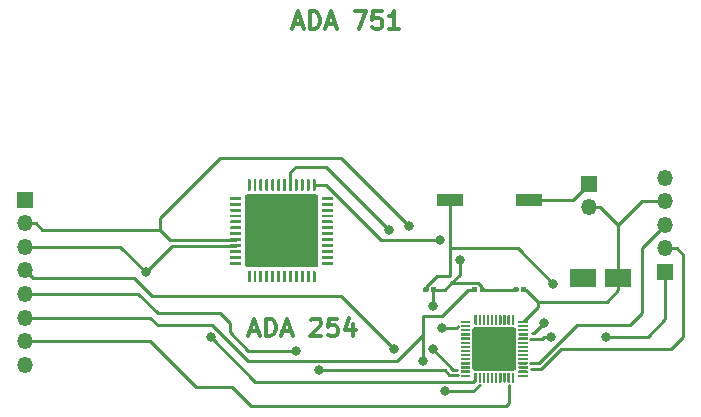
<source format=gbr>
G04 #@! TF.GenerationSoftware,KiCad,Pcbnew,5.1.5+dfsg1-2build2*
G04 #@! TF.CreationDate,2020-09-26T20:23:03-04:00*
G04 #@! TF.ProjectId,ece477,65636534-3737-42e6-9b69-6361645f7063,rev?*
G04 #@! TF.SameCoordinates,Original*
G04 #@! TF.FileFunction,Copper,L1,Top*
G04 #@! TF.FilePolarity,Positive*
%FSLAX46Y46*%
G04 Gerber Fmt 4.6, Leading zero omitted, Abs format (unit mm)*
G04 Created by KiCad (PCBNEW 5.1.5+dfsg1-2build2) date 2020-09-26 20:23:03*
%MOMM*%
%LPD*%
G04 APERTURE LIST*
%ADD10C,0.300000*%
%ADD11R,2.200000X1.600000*%
%ADD12R,1.350000X1.350000*%
%ADD13O,1.350000X1.350000*%
%ADD14C,0.100000*%
%ADD15R,2.160000X1.120000*%
%ADD16C,0.800000*%
%ADD17C,0.250000*%
G04 APERTURE END LIST*
D10*
X114035714Y-94500000D02*
X114750000Y-94500000D01*
X113892857Y-94928571D02*
X114392857Y-93428571D01*
X114892857Y-94928571D01*
X115392857Y-94928571D02*
X115392857Y-93428571D01*
X115750000Y-93428571D01*
X115964285Y-93500000D01*
X116107142Y-93642857D01*
X116178571Y-93785714D01*
X116250000Y-94071428D01*
X116250000Y-94285714D01*
X116178571Y-94571428D01*
X116107142Y-94714285D01*
X115964285Y-94857142D01*
X115750000Y-94928571D01*
X115392857Y-94928571D01*
X116821428Y-94500000D02*
X117535714Y-94500000D01*
X116678571Y-94928571D02*
X117178571Y-93428571D01*
X117678571Y-94928571D01*
X119178571Y-93428571D02*
X120178571Y-93428571D01*
X119535714Y-94928571D01*
X121464285Y-93428571D02*
X120750000Y-93428571D01*
X120678571Y-94142857D01*
X120750000Y-94071428D01*
X120892857Y-94000000D01*
X121250000Y-94000000D01*
X121392857Y-94071428D01*
X121464285Y-94142857D01*
X121535714Y-94285714D01*
X121535714Y-94642857D01*
X121464285Y-94785714D01*
X121392857Y-94857142D01*
X121250000Y-94928571D01*
X120892857Y-94928571D01*
X120750000Y-94857142D01*
X120678571Y-94785714D01*
X122964285Y-94928571D02*
X122107142Y-94928571D01*
X122535714Y-94928571D02*
X122535714Y-93428571D01*
X122392857Y-93642857D01*
X122250000Y-93785714D01*
X122107142Y-93857142D01*
X110285714Y-120500000D02*
X111000000Y-120500000D01*
X110142857Y-120928571D02*
X110642857Y-119428571D01*
X111142857Y-120928571D01*
X111642857Y-120928571D02*
X111642857Y-119428571D01*
X112000000Y-119428571D01*
X112214285Y-119500000D01*
X112357142Y-119642857D01*
X112428571Y-119785714D01*
X112500000Y-120071428D01*
X112500000Y-120285714D01*
X112428571Y-120571428D01*
X112357142Y-120714285D01*
X112214285Y-120857142D01*
X112000000Y-120928571D01*
X111642857Y-120928571D01*
X113071428Y-120500000D02*
X113785714Y-120500000D01*
X112928571Y-120928571D02*
X113428571Y-119428571D01*
X113928571Y-120928571D01*
X115500000Y-119571428D02*
X115571428Y-119500000D01*
X115714285Y-119428571D01*
X116071428Y-119428571D01*
X116214285Y-119500000D01*
X116285714Y-119571428D01*
X116357142Y-119714285D01*
X116357142Y-119857142D01*
X116285714Y-120071428D01*
X115428571Y-120928571D01*
X116357142Y-120928571D01*
X117714285Y-119428571D02*
X117000000Y-119428571D01*
X116928571Y-120142857D01*
X117000000Y-120071428D01*
X117142857Y-120000000D01*
X117500000Y-120000000D01*
X117642857Y-120071428D01*
X117714285Y-120142857D01*
X117785714Y-120285714D01*
X117785714Y-120642857D01*
X117714285Y-120785714D01*
X117642857Y-120857142D01*
X117500000Y-120928571D01*
X117142857Y-120928571D01*
X117000000Y-120857142D01*
X116928571Y-120785714D01*
X119071428Y-119928571D02*
X119071428Y-120928571D01*
X118714285Y-119357142D02*
X118357142Y-120428571D01*
X119285714Y-120428571D01*
D11*
X141500000Y-116000000D03*
X138500000Y-116000000D03*
D12*
X145500000Y-115500000D03*
D13*
X145500000Y-113500000D03*
X145500000Y-111500000D03*
X145500000Y-109500000D03*
X145500000Y-107500000D03*
G04 #@! TA.AperFunction,SMDPad,CuDef*
D14*
G36*
X129489802Y-116780482D02*
G01*
X129499509Y-116781921D01*
X129509028Y-116784306D01*
X129518268Y-116787612D01*
X129527140Y-116791808D01*
X129535557Y-116796853D01*
X129543439Y-116802699D01*
X129550711Y-116809289D01*
X129557301Y-116816561D01*
X129563147Y-116824443D01*
X129568192Y-116832860D01*
X129572388Y-116841732D01*
X129575694Y-116850972D01*
X129578079Y-116860491D01*
X129579518Y-116870198D01*
X129580000Y-116880000D01*
X129580000Y-117080000D01*
X129579518Y-117089802D01*
X129578079Y-117099509D01*
X129575694Y-117109028D01*
X129572388Y-117118268D01*
X129568192Y-117127140D01*
X129563147Y-117135557D01*
X129557301Y-117143439D01*
X129550711Y-117150711D01*
X129543439Y-117157301D01*
X129535557Y-117163147D01*
X129527140Y-117168192D01*
X129518268Y-117172388D01*
X129509028Y-117175694D01*
X129499509Y-117178079D01*
X129489802Y-117179518D01*
X129480000Y-117180000D01*
X129220000Y-117180000D01*
X129210198Y-117179518D01*
X129200491Y-117178079D01*
X129190972Y-117175694D01*
X129181732Y-117172388D01*
X129172860Y-117168192D01*
X129164443Y-117163147D01*
X129156561Y-117157301D01*
X129149289Y-117150711D01*
X129142699Y-117143439D01*
X129136853Y-117135557D01*
X129131808Y-117127140D01*
X129127612Y-117118268D01*
X129124306Y-117109028D01*
X129121921Y-117099509D01*
X129120482Y-117089802D01*
X129120000Y-117080000D01*
X129120000Y-116880000D01*
X129120482Y-116870198D01*
X129121921Y-116860491D01*
X129124306Y-116850972D01*
X129127612Y-116841732D01*
X129131808Y-116832860D01*
X129136853Y-116824443D01*
X129142699Y-116816561D01*
X129149289Y-116809289D01*
X129156561Y-116802699D01*
X129164443Y-116796853D01*
X129172860Y-116791808D01*
X129181732Y-116787612D01*
X129190972Y-116784306D01*
X129200491Y-116781921D01*
X129210198Y-116780482D01*
X129220000Y-116780000D01*
X129480000Y-116780000D01*
X129489802Y-116780482D01*
G37*
G04 #@! TD.AperFunction*
G04 #@! TA.AperFunction,SMDPad,CuDef*
G36*
X130129802Y-116780482D02*
G01*
X130139509Y-116781921D01*
X130149028Y-116784306D01*
X130158268Y-116787612D01*
X130167140Y-116791808D01*
X130175557Y-116796853D01*
X130183439Y-116802699D01*
X130190711Y-116809289D01*
X130197301Y-116816561D01*
X130203147Y-116824443D01*
X130208192Y-116832860D01*
X130212388Y-116841732D01*
X130215694Y-116850972D01*
X130218079Y-116860491D01*
X130219518Y-116870198D01*
X130220000Y-116880000D01*
X130220000Y-117080000D01*
X130219518Y-117089802D01*
X130218079Y-117099509D01*
X130215694Y-117109028D01*
X130212388Y-117118268D01*
X130208192Y-117127140D01*
X130203147Y-117135557D01*
X130197301Y-117143439D01*
X130190711Y-117150711D01*
X130183439Y-117157301D01*
X130175557Y-117163147D01*
X130167140Y-117168192D01*
X130158268Y-117172388D01*
X130149028Y-117175694D01*
X130139509Y-117178079D01*
X130129802Y-117179518D01*
X130120000Y-117180000D01*
X129860000Y-117180000D01*
X129850198Y-117179518D01*
X129840491Y-117178079D01*
X129830972Y-117175694D01*
X129821732Y-117172388D01*
X129812860Y-117168192D01*
X129804443Y-117163147D01*
X129796561Y-117157301D01*
X129789289Y-117150711D01*
X129782699Y-117143439D01*
X129776853Y-117135557D01*
X129771808Y-117127140D01*
X129767612Y-117118268D01*
X129764306Y-117109028D01*
X129761921Y-117099509D01*
X129760482Y-117089802D01*
X129760000Y-117080000D01*
X129760000Y-116880000D01*
X129760482Y-116870198D01*
X129761921Y-116860491D01*
X129764306Y-116850972D01*
X129767612Y-116841732D01*
X129771808Y-116832860D01*
X129776853Y-116824443D01*
X129782699Y-116816561D01*
X129789289Y-116809289D01*
X129796561Y-116802699D01*
X129804443Y-116796853D01*
X129812860Y-116791808D01*
X129821732Y-116787612D01*
X129830972Y-116784306D01*
X129840491Y-116781921D01*
X129850198Y-116780482D01*
X129860000Y-116780000D01*
X130120000Y-116780000D01*
X130129802Y-116780482D01*
G37*
G04 #@! TD.AperFunction*
D13*
X139000000Y-110000000D03*
D12*
X139000000Y-108000000D03*
X91250000Y-109360000D03*
D13*
X91250000Y-111360000D03*
X91250000Y-113360000D03*
X91250000Y-115360000D03*
X91250000Y-117360000D03*
X91250000Y-119360000D03*
X91250000Y-121360000D03*
X91250000Y-123360000D03*
G04 #@! TA.AperFunction,SMDPad,CuDef*
D14*
G36*
X125999802Y-116780482D02*
G01*
X126009509Y-116781921D01*
X126019028Y-116784306D01*
X126028268Y-116787612D01*
X126037140Y-116791808D01*
X126045557Y-116796853D01*
X126053439Y-116802699D01*
X126060711Y-116809289D01*
X126067301Y-116816561D01*
X126073147Y-116824443D01*
X126078192Y-116832860D01*
X126082388Y-116841732D01*
X126085694Y-116850972D01*
X126088079Y-116860491D01*
X126089518Y-116870198D01*
X126090000Y-116880000D01*
X126090000Y-117080000D01*
X126089518Y-117089802D01*
X126088079Y-117099509D01*
X126085694Y-117109028D01*
X126082388Y-117118268D01*
X126078192Y-117127140D01*
X126073147Y-117135557D01*
X126067301Y-117143439D01*
X126060711Y-117150711D01*
X126053439Y-117157301D01*
X126045557Y-117163147D01*
X126037140Y-117168192D01*
X126028268Y-117172388D01*
X126019028Y-117175694D01*
X126009509Y-117178079D01*
X125999802Y-117179518D01*
X125990000Y-117180000D01*
X125730000Y-117180000D01*
X125720198Y-117179518D01*
X125710491Y-117178079D01*
X125700972Y-117175694D01*
X125691732Y-117172388D01*
X125682860Y-117168192D01*
X125674443Y-117163147D01*
X125666561Y-117157301D01*
X125659289Y-117150711D01*
X125652699Y-117143439D01*
X125646853Y-117135557D01*
X125641808Y-117127140D01*
X125637612Y-117118268D01*
X125634306Y-117109028D01*
X125631921Y-117099509D01*
X125630482Y-117089802D01*
X125630000Y-117080000D01*
X125630000Y-116880000D01*
X125630482Y-116870198D01*
X125631921Y-116860491D01*
X125634306Y-116850972D01*
X125637612Y-116841732D01*
X125641808Y-116832860D01*
X125646853Y-116824443D01*
X125652699Y-116816561D01*
X125659289Y-116809289D01*
X125666561Y-116802699D01*
X125674443Y-116796853D01*
X125682860Y-116791808D01*
X125691732Y-116787612D01*
X125700972Y-116784306D01*
X125710491Y-116781921D01*
X125720198Y-116780482D01*
X125730000Y-116780000D01*
X125990000Y-116780000D01*
X125999802Y-116780482D01*
G37*
G04 #@! TD.AperFunction*
G04 #@! TA.AperFunction,SMDPad,CuDef*
G36*
X125359802Y-116780482D02*
G01*
X125369509Y-116781921D01*
X125379028Y-116784306D01*
X125388268Y-116787612D01*
X125397140Y-116791808D01*
X125405557Y-116796853D01*
X125413439Y-116802699D01*
X125420711Y-116809289D01*
X125427301Y-116816561D01*
X125433147Y-116824443D01*
X125438192Y-116832860D01*
X125442388Y-116841732D01*
X125445694Y-116850972D01*
X125448079Y-116860491D01*
X125449518Y-116870198D01*
X125450000Y-116880000D01*
X125450000Y-117080000D01*
X125449518Y-117089802D01*
X125448079Y-117099509D01*
X125445694Y-117109028D01*
X125442388Y-117118268D01*
X125438192Y-117127140D01*
X125433147Y-117135557D01*
X125427301Y-117143439D01*
X125420711Y-117150711D01*
X125413439Y-117157301D01*
X125405557Y-117163147D01*
X125397140Y-117168192D01*
X125388268Y-117172388D01*
X125379028Y-117175694D01*
X125369509Y-117178079D01*
X125359802Y-117179518D01*
X125350000Y-117180000D01*
X125090000Y-117180000D01*
X125080198Y-117179518D01*
X125070491Y-117178079D01*
X125060972Y-117175694D01*
X125051732Y-117172388D01*
X125042860Y-117168192D01*
X125034443Y-117163147D01*
X125026561Y-117157301D01*
X125019289Y-117150711D01*
X125012699Y-117143439D01*
X125006853Y-117135557D01*
X125001808Y-117127140D01*
X124997612Y-117118268D01*
X124994306Y-117109028D01*
X124991921Y-117099509D01*
X124990482Y-117089802D01*
X124990000Y-117080000D01*
X124990000Y-116880000D01*
X124990482Y-116870198D01*
X124991921Y-116860491D01*
X124994306Y-116850972D01*
X124997612Y-116841732D01*
X125001808Y-116832860D01*
X125006853Y-116824443D01*
X125012699Y-116816561D01*
X125019289Y-116809289D01*
X125026561Y-116802699D01*
X125034443Y-116796853D01*
X125042860Y-116791808D01*
X125051732Y-116787612D01*
X125060972Y-116784306D01*
X125070491Y-116781921D01*
X125080198Y-116780482D01*
X125090000Y-116780000D01*
X125350000Y-116780000D01*
X125359802Y-116780482D01*
G37*
G04 #@! TD.AperFunction*
G04 #@! TA.AperFunction,SMDPad,CuDef*
G36*
X132979802Y-116780482D02*
G01*
X132989509Y-116781921D01*
X132999028Y-116784306D01*
X133008268Y-116787612D01*
X133017140Y-116791808D01*
X133025557Y-116796853D01*
X133033439Y-116802699D01*
X133040711Y-116809289D01*
X133047301Y-116816561D01*
X133053147Y-116824443D01*
X133058192Y-116832860D01*
X133062388Y-116841732D01*
X133065694Y-116850972D01*
X133068079Y-116860491D01*
X133069518Y-116870198D01*
X133070000Y-116880000D01*
X133070000Y-117080000D01*
X133069518Y-117089802D01*
X133068079Y-117099509D01*
X133065694Y-117109028D01*
X133062388Y-117118268D01*
X133058192Y-117127140D01*
X133053147Y-117135557D01*
X133047301Y-117143439D01*
X133040711Y-117150711D01*
X133033439Y-117157301D01*
X133025557Y-117163147D01*
X133017140Y-117168192D01*
X133008268Y-117172388D01*
X132999028Y-117175694D01*
X132989509Y-117178079D01*
X132979802Y-117179518D01*
X132970000Y-117180000D01*
X132710000Y-117180000D01*
X132700198Y-117179518D01*
X132690491Y-117178079D01*
X132680972Y-117175694D01*
X132671732Y-117172388D01*
X132662860Y-117168192D01*
X132654443Y-117163147D01*
X132646561Y-117157301D01*
X132639289Y-117150711D01*
X132632699Y-117143439D01*
X132626853Y-117135557D01*
X132621808Y-117127140D01*
X132617612Y-117118268D01*
X132614306Y-117109028D01*
X132611921Y-117099509D01*
X132610482Y-117089802D01*
X132610000Y-117080000D01*
X132610000Y-116880000D01*
X132610482Y-116870198D01*
X132611921Y-116860491D01*
X132614306Y-116850972D01*
X132617612Y-116841732D01*
X132621808Y-116832860D01*
X132626853Y-116824443D01*
X132632699Y-116816561D01*
X132639289Y-116809289D01*
X132646561Y-116802699D01*
X132654443Y-116796853D01*
X132662860Y-116791808D01*
X132671732Y-116787612D01*
X132680972Y-116784306D01*
X132690491Y-116781921D01*
X132700198Y-116780482D01*
X132710000Y-116780000D01*
X132970000Y-116780000D01*
X132979802Y-116780482D01*
G37*
G04 #@! TD.AperFunction*
G04 #@! TA.AperFunction,SMDPad,CuDef*
G36*
X133619802Y-116780482D02*
G01*
X133629509Y-116781921D01*
X133639028Y-116784306D01*
X133648268Y-116787612D01*
X133657140Y-116791808D01*
X133665557Y-116796853D01*
X133673439Y-116802699D01*
X133680711Y-116809289D01*
X133687301Y-116816561D01*
X133693147Y-116824443D01*
X133698192Y-116832860D01*
X133702388Y-116841732D01*
X133705694Y-116850972D01*
X133708079Y-116860491D01*
X133709518Y-116870198D01*
X133710000Y-116880000D01*
X133710000Y-117080000D01*
X133709518Y-117089802D01*
X133708079Y-117099509D01*
X133705694Y-117109028D01*
X133702388Y-117118268D01*
X133698192Y-117127140D01*
X133693147Y-117135557D01*
X133687301Y-117143439D01*
X133680711Y-117150711D01*
X133673439Y-117157301D01*
X133665557Y-117163147D01*
X133657140Y-117168192D01*
X133648268Y-117172388D01*
X133639028Y-117175694D01*
X133629509Y-117178079D01*
X133619802Y-117179518D01*
X133610000Y-117180000D01*
X133350000Y-117180000D01*
X133340198Y-117179518D01*
X133330491Y-117178079D01*
X133320972Y-117175694D01*
X133311732Y-117172388D01*
X133302860Y-117168192D01*
X133294443Y-117163147D01*
X133286561Y-117157301D01*
X133279289Y-117150711D01*
X133272699Y-117143439D01*
X133266853Y-117135557D01*
X133261808Y-117127140D01*
X133257612Y-117118268D01*
X133254306Y-117109028D01*
X133251921Y-117099509D01*
X133250482Y-117089802D01*
X133250000Y-117080000D01*
X133250000Y-116880000D01*
X133250482Y-116870198D01*
X133251921Y-116860491D01*
X133254306Y-116850972D01*
X133257612Y-116841732D01*
X133261808Y-116832860D01*
X133266853Y-116824443D01*
X133272699Y-116816561D01*
X133279289Y-116809289D01*
X133286561Y-116802699D01*
X133294443Y-116796853D01*
X133302860Y-116791808D01*
X133311732Y-116787612D01*
X133320972Y-116784306D01*
X133330491Y-116781921D01*
X133340198Y-116780482D01*
X133350000Y-116780000D01*
X133610000Y-116780000D01*
X133619802Y-116780482D01*
G37*
G04 #@! TD.AperFunction*
D15*
X133985000Y-109360000D03*
X127255000Y-109360000D03*
G04 #@! TA.AperFunction,SMDPad,CuDef*
D14*
G36*
X132624503Y-120151204D02*
G01*
X132648772Y-120154804D01*
X132672570Y-120160765D01*
X132695670Y-120169030D01*
X132717849Y-120179520D01*
X132738892Y-120192133D01*
X132758598Y-120206748D01*
X132776776Y-120223224D01*
X132793252Y-120241402D01*
X132807867Y-120261108D01*
X132820480Y-120282151D01*
X132830970Y-120304330D01*
X132839235Y-120327430D01*
X132845196Y-120351228D01*
X132848796Y-120375497D01*
X132850000Y-120400001D01*
X132850000Y-123599999D01*
X132848796Y-123624503D01*
X132845196Y-123648772D01*
X132839235Y-123672570D01*
X132830970Y-123695670D01*
X132820480Y-123717849D01*
X132807867Y-123738892D01*
X132793252Y-123758598D01*
X132776776Y-123776776D01*
X132758598Y-123793252D01*
X132738892Y-123807867D01*
X132717849Y-123820480D01*
X132695670Y-123830970D01*
X132672570Y-123839235D01*
X132648772Y-123845196D01*
X132624503Y-123848796D01*
X132599999Y-123850000D01*
X129400001Y-123850000D01*
X129375497Y-123848796D01*
X129351228Y-123845196D01*
X129327430Y-123839235D01*
X129304330Y-123830970D01*
X129282151Y-123820480D01*
X129261108Y-123807867D01*
X129241402Y-123793252D01*
X129223224Y-123776776D01*
X129206748Y-123758598D01*
X129192133Y-123738892D01*
X129179520Y-123717849D01*
X129169030Y-123695670D01*
X129160765Y-123672570D01*
X129154804Y-123648772D01*
X129151204Y-123624503D01*
X129150000Y-123599999D01*
X129150000Y-120400001D01*
X129151204Y-120375497D01*
X129154804Y-120351228D01*
X129160765Y-120327430D01*
X129169030Y-120304330D01*
X129179520Y-120282151D01*
X129192133Y-120261108D01*
X129206748Y-120241402D01*
X129223224Y-120223224D01*
X129241402Y-120206748D01*
X129261108Y-120192133D01*
X129282151Y-120179520D01*
X129304330Y-120169030D01*
X129327430Y-120160765D01*
X129351228Y-120154804D01*
X129375497Y-120151204D01*
X129400001Y-120150000D01*
X132599999Y-120150000D01*
X132624503Y-120151204D01*
G37*
G04 #@! TD.AperFunction*
G04 #@! TA.AperFunction,SMDPad,CuDef*
G36*
X128904901Y-119625241D02*
G01*
X128909755Y-119625961D01*
X128914514Y-119627153D01*
X128919134Y-119628806D01*
X128923570Y-119630904D01*
X128927779Y-119633427D01*
X128931720Y-119636349D01*
X128935355Y-119639645D01*
X128938651Y-119643280D01*
X128941573Y-119647221D01*
X128944096Y-119651430D01*
X128946194Y-119655866D01*
X128947847Y-119660486D01*
X128949039Y-119665245D01*
X128949759Y-119670099D01*
X128950000Y-119675000D01*
X128950000Y-119775000D01*
X128949759Y-119779901D01*
X128949039Y-119784755D01*
X128947847Y-119789514D01*
X128946194Y-119794134D01*
X128944096Y-119798570D01*
X128941573Y-119802779D01*
X128938651Y-119806720D01*
X128935355Y-119810355D01*
X128931720Y-119813651D01*
X128927779Y-119816573D01*
X128923570Y-119819096D01*
X128919134Y-119821194D01*
X128914514Y-119822847D01*
X128909755Y-119824039D01*
X128904901Y-119824759D01*
X128900000Y-119825000D01*
X128200000Y-119825000D01*
X128195099Y-119824759D01*
X128190245Y-119824039D01*
X128185486Y-119822847D01*
X128180866Y-119821194D01*
X128176430Y-119819096D01*
X128172221Y-119816573D01*
X128168280Y-119813651D01*
X128164645Y-119810355D01*
X128161349Y-119806720D01*
X128158427Y-119802779D01*
X128155904Y-119798570D01*
X128153806Y-119794134D01*
X128152153Y-119789514D01*
X128150961Y-119784755D01*
X128150241Y-119779901D01*
X128150000Y-119775000D01*
X128150000Y-119675000D01*
X128150241Y-119670099D01*
X128150961Y-119665245D01*
X128152153Y-119660486D01*
X128153806Y-119655866D01*
X128155904Y-119651430D01*
X128158427Y-119647221D01*
X128161349Y-119643280D01*
X128164645Y-119639645D01*
X128168280Y-119636349D01*
X128172221Y-119633427D01*
X128176430Y-119630904D01*
X128180866Y-119628806D01*
X128185486Y-119627153D01*
X128190245Y-119625961D01*
X128195099Y-119625241D01*
X128200000Y-119625000D01*
X128900000Y-119625000D01*
X128904901Y-119625241D01*
G37*
G04 #@! TD.AperFunction*
G04 #@! TA.AperFunction,SMDPad,CuDef*
G36*
X128904901Y-119975241D02*
G01*
X128909755Y-119975961D01*
X128914514Y-119977153D01*
X128919134Y-119978806D01*
X128923570Y-119980904D01*
X128927779Y-119983427D01*
X128931720Y-119986349D01*
X128935355Y-119989645D01*
X128938651Y-119993280D01*
X128941573Y-119997221D01*
X128944096Y-120001430D01*
X128946194Y-120005866D01*
X128947847Y-120010486D01*
X128949039Y-120015245D01*
X128949759Y-120020099D01*
X128950000Y-120025000D01*
X128950000Y-120125000D01*
X128949759Y-120129901D01*
X128949039Y-120134755D01*
X128947847Y-120139514D01*
X128946194Y-120144134D01*
X128944096Y-120148570D01*
X128941573Y-120152779D01*
X128938651Y-120156720D01*
X128935355Y-120160355D01*
X128931720Y-120163651D01*
X128927779Y-120166573D01*
X128923570Y-120169096D01*
X128919134Y-120171194D01*
X128914514Y-120172847D01*
X128909755Y-120174039D01*
X128904901Y-120174759D01*
X128900000Y-120175000D01*
X128200000Y-120175000D01*
X128195099Y-120174759D01*
X128190245Y-120174039D01*
X128185486Y-120172847D01*
X128180866Y-120171194D01*
X128176430Y-120169096D01*
X128172221Y-120166573D01*
X128168280Y-120163651D01*
X128164645Y-120160355D01*
X128161349Y-120156720D01*
X128158427Y-120152779D01*
X128155904Y-120148570D01*
X128153806Y-120144134D01*
X128152153Y-120139514D01*
X128150961Y-120134755D01*
X128150241Y-120129901D01*
X128150000Y-120125000D01*
X128150000Y-120025000D01*
X128150241Y-120020099D01*
X128150961Y-120015245D01*
X128152153Y-120010486D01*
X128153806Y-120005866D01*
X128155904Y-120001430D01*
X128158427Y-119997221D01*
X128161349Y-119993280D01*
X128164645Y-119989645D01*
X128168280Y-119986349D01*
X128172221Y-119983427D01*
X128176430Y-119980904D01*
X128180866Y-119978806D01*
X128185486Y-119977153D01*
X128190245Y-119975961D01*
X128195099Y-119975241D01*
X128200000Y-119975000D01*
X128900000Y-119975000D01*
X128904901Y-119975241D01*
G37*
G04 #@! TD.AperFunction*
G04 #@! TA.AperFunction,SMDPad,CuDef*
G36*
X128904901Y-120325241D02*
G01*
X128909755Y-120325961D01*
X128914514Y-120327153D01*
X128919134Y-120328806D01*
X128923570Y-120330904D01*
X128927779Y-120333427D01*
X128931720Y-120336349D01*
X128935355Y-120339645D01*
X128938651Y-120343280D01*
X128941573Y-120347221D01*
X128944096Y-120351430D01*
X128946194Y-120355866D01*
X128947847Y-120360486D01*
X128949039Y-120365245D01*
X128949759Y-120370099D01*
X128950000Y-120375000D01*
X128950000Y-120475000D01*
X128949759Y-120479901D01*
X128949039Y-120484755D01*
X128947847Y-120489514D01*
X128946194Y-120494134D01*
X128944096Y-120498570D01*
X128941573Y-120502779D01*
X128938651Y-120506720D01*
X128935355Y-120510355D01*
X128931720Y-120513651D01*
X128927779Y-120516573D01*
X128923570Y-120519096D01*
X128919134Y-120521194D01*
X128914514Y-120522847D01*
X128909755Y-120524039D01*
X128904901Y-120524759D01*
X128900000Y-120525000D01*
X128200000Y-120525000D01*
X128195099Y-120524759D01*
X128190245Y-120524039D01*
X128185486Y-120522847D01*
X128180866Y-120521194D01*
X128176430Y-120519096D01*
X128172221Y-120516573D01*
X128168280Y-120513651D01*
X128164645Y-120510355D01*
X128161349Y-120506720D01*
X128158427Y-120502779D01*
X128155904Y-120498570D01*
X128153806Y-120494134D01*
X128152153Y-120489514D01*
X128150961Y-120484755D01*
X128150241Y-120479901D01*
X128150000Y-120475000D01*
X128150000Y-120375000D01*
X128150241Y-120370099D01*
X128150961Y-120365245D01*
X128152153Y-120360486D01*
X128153806Y-120355866D01*
X128155904Y-120351430D01*
X128158427Y-120347221D01*
X128161349Y-120343280D01*
X128164645Y-120339645D01*
X128168280Y-120336349D01*
X128172221Y-120333427D01*
X128176430Y-120330904D01*
X128180866Y-120328806D01*
X128185486Y-120327153D01*
X128190245Y-120325961D01*
X128195099Y-120325241D01*
X128200000Y-120325000D01*
X128900000Y-120325000D01*
X128904901Y-120325241D01*
G37*
G04 #@! TD.AperFunction*
G04 #@! TA.AperFunction,SMDPad,CuDef*
G36*
X128904901Y-120675241D02*
G01*
X128909755Y-120675961D01*
X128914514Y-120677153D01*
X128919134Y-120678806D01*
X128923570Y-120680904D01*
X128927779Y-120683427D01*
X128931720Y-120686349D01*
X128935355Y-120689645D01*
X128938651Y-120693280D01*
X128941573Y-120697221D01*
X128944096Y-120701430D01*
X128946194Y-120705866D01*
X128947847Y-120710486D01*
X128949039Y-120715245D01*
X128949759Y-120720099D01*
X128950000Y-120725000D01*
X128950000Y-120825000D01*
X128949759Y-120829901D01*
X128949039Y-120834755D01*
X128947847Y-120839514D01*
X128946194Y-120844134D01*
X128944096Y-120848570D01*
X128941573Y-120852779D01*
X128938651Y-120856720D01*
X128935355Y-120860355D01*
X128931720Y-120863651D01*
X128927779Y-120866573D01*
X128923570Y-120869096D01*
X128919134Y-120871194D01*
X128914514Y-120872847D01*
X128909755Y-120874039D01*
X128904901Y-120874759D01*
X128900000Y-120875000D01*
X128200000Y-120875000D01*
X128195099Y-120874759D01*
X128190245Y-120874039D01*
X128185486Y-120872847D01*
X128180866Y-120871194D01*
X128176430Y-120869096D01*
X128172221Y-120866573D01*
X128168280Y-120863651D01*
X128164645Y-120860355D01*
X128161349Y-120856720D01*
X128158427Y-120852779D01*
X128155904Y-120848570D01*
X128153806Y-120844134D01*
X128152153Y-120839514D01*
X128150961Y-120834755D01*
X128150241Y-120829901D01*
X128150000Y-120825000D01*
X128150000Y-120725000D01*
X128150241Y-120720099D01*
X128150961Y-120715245D01*
X128152153Y-120710486D01*
X128153806Y-120705866D01*
X128155904Y-120701430D01*
X128158427Y-120697221D01*
X128161349Y-120693280D01*
X128164645Y-120689645D01*
X128168280Y-120686349D01*
X128172221Y-120683427D01*
X128176430Y-120680904D01*
X128180866Y-120678806D01*
X128185486Y-120677153D01*
X128190245Y-120675961D01*
X128195099Y-120675241D01*
X128200000Y-120675000D01*
X128900000Y-120675000D01*
X128904901Y-120675241D01*
G37*
G04 #@! TD.AperFunction*
G04 #@! TA.AperFunction,SMDPad,CuDef*
G36*
X128904901Y-121025241D02*
G01*
X128909755Y-121025961D01*
X128914514Y-121027153D01*
X128919134Y-121028806D01*
X128923570Y-121030904D01*
X128927779Y-121033427D01*
X128931720Y-121036349D01*
X128935355Y-121039645D01*
X128938651Y-121043280D01*
X128941573Y-121047221D01*
X128944096Y-121051430D01*
X128946194Y-121055866D01*
X128947847Y-121060486D01*
X128949039Y-121065245D01*
X128949759Y-121070099D01*
X128950000Y-121075000D01*
X128950000Y-121175000D01*
X128949759Y-121179901D01*
X128949039Y-121184755D01*
X128947847Y-121189514D01*
X128946194Y-121194134D01*
X128944096Y-121198570D01*
X128941573Y-121202779D01*
X128938651Y-121206720D01*
X128935355Y-121210355D01*
X128931720Y-121213651D01*
X128927779Y-121216573D01*
X128923570Y-121219096D01*
X128919134Y-121221194D01*
X128914514Y-121222847D01*
X128909755Y-121224039D01*
X128904901Y-121224759D01*
X128900000Y-121225000D01*
X128200000Y-121225000D01*
X128195099Y-121224759D01*
X128190245Y-121224039D01*
X128185486Y-121222847D01*
X128180866Y-121221194D01*
X128176430Y-121219096D01*
X128172221Y-121216573D01*
X128168280Y-121213651D01*
X128164645Y-121210355D01*
X128161349Y-121206720D01*
X128158427Y-121202779D01*
X128155904Y-121198570D01*
X128153806Y-121194134D01*
X128152153Y-121189514D01*
X128150961Y-121184755D01*
X128150241Y-121179901D01*
X128150000Y-121175000D01*
X128150000Y-121075000D01*
X128150241Y-121070099D01*
X128150961Y-121065245D01*
X128152153Y-121060486D01*
X128153806Y-121055866D01*
X128155904Y-121051430D01*
X128158427Y-121047221D01*
X128161349Y-121043280D01*
X128164645Y-121039645D01*
X128168280Y-121036349D01*
X128172221Y-121033427D01*
X128176430Y-121030904D01*
X128180866Y-121028806D01*
X128185486Y-121027153D01*
X128190245Y-121025961D01*
X128195099Y-121025241D01*
X128200000Y-121025000D01*
X128900000Y-121025000D01*
X128904901Y-121025241D01*
G37*
G04 #@! TD.AperFunction*
G04 #@! TA.AperFunction,SMDPad,CuDef*
G36*
X128904901Y-121375241D02*
G01*
X128909755Y-121375961D01*
X128914514Y-121377153D01*
X128919134Y-121378806D01*
X128923570Y-121380904D01*
X128927779Y-121383427D01*
X128931720Y-121386349D01*
X128935355Y-121389645D01*
X128938651Y-121393280D01*
X128941573Y-121397221D01*
X128944096Y-121401430D01*
X128946194Y-121405866D01*
X128947847Y-121410486D01*
X128949039Y-121415245D01*
X128949759Y-121420099D01*
X128950000Y-121425000D01*
X128950000Y-121525000D01*
X128949759Y-121529901D01*
X128949039Y-121534755D01*
X128947847Y-121539514D01*
X128946194Y-121544134D01*
X128944096Y-121548570D01*
X128941573Y-121552779D01*
X128938651Y-121556720D01*
X128935355Y-121560355D01*
X128931720Y-121563651D01*
X128927779Y-121566573D01*
X128923570Y-121569096D01*
X128919134Y-121571194D01*
X128914514Y-121572847D01*
X128909755Y-121574039D01*
X128904901Y-121574759D01*
X128900000Y-121575000D01*
X128200000Y-121575000D01*
X128195099Y-121574759D01*
X128190245Y-121574039D01*
X128185486Y-121572847D01*
X128180866Y-121571194D01*
X128176430Y-121569096D01*
X128172221Y-121566573D01*
X128168280Y-121563651D01*
X128164645Y-121560355D01*
X128161349Y-121556720D01*
X128158427Y-121552779D01*
X128155904Y-121548570D01*
X128153806Y-121544134D01*
X128152153Y-121539514D01*
X128150961Y-121534755D01*
X128150241Y-121529901D01*
X128150000Y-121525000D01*
X128150000Y-121425000D01*
X128150241Y-121420099D01*
X128150961Y-121415245D01*
X128152153Y-121410486D01*
X128153806Y-121405866D01*
X128155904Y-121401430D01*
X128158427Y-121397221D01*
X128161349Y-121393280D01*
X128164645Y-121389645D01*
X128168280Y-121386349D01*
X128172221Y-121383427D01*
X128176430Y-121380904D01*
X128180866Y-121378806D01*
X128185486Y-121377153D01*
X128190245Y-121375961D01*
X128195099Y-121375241D01*
X128200000Y-121375000D01*
X128900000Y-121375000D01*
X128904901Y-121375241D01*
G37*
G04 #@! TD.AperFunction*
G04 #@! TA.AperFunction,SMDPad,CuDef*
G36*
X128904901Y-121725241D02*
G01*
X128909755Y-121725961D01*
X128914514Y-121727153D01*
X128919134Y-121728806D01*
X128923570Y-121730904D01*
X128927779Y-121733427D01*
X128931720Y-121736349D01*
X128935355Y-121739645D01*
X128938651Y-121743280D01*
X128941573Y-121747221D01*
X128944096Y-121751430D01*
X128946194Y-121755866D01*
X128947847Y-121760486D01*
X128949039Y-121765245D01*
X128949759Y-121770099D01*
X128950000Y-121775000D01*
X128950000Y-121875000D01*
X128949759Y-121879901D01*
X128949039Y-121884755D01*
X128947847Y-121889514D01*
X128946194Y-121894134D01*
X128944096Y-121898570D01*
X128941573Y-121902779D01*
X128938651Y-121906720D01*
X128935355Y-121910355D01*
X128931720Y-121913651D01*
X128927779Y-121916573D01*
X128923570Y-121919096D01*
X128919134Y-121921194D01*
X128914514Y-121922847D01*
X128909755Y-121924039D01*
X128904901Y-121924759D01*
X128900000Y-121925000D01*
X128200000Y-121925000D01*
X128195099Y-121924759D01*
X128190245Y-121924039D01*
X128185486Y-121922847D01*
X128180866Y-121921194D01*
X128176430Y-121919096D01*
X128172221Y-121916573D01*
X128168280Y-121913651D01*
X128164645Y-121910355D01*
X128161349Y-121906720D01*
X128158427Y-121902779D01*
X128155904Y-121898570D01*
X128153806Y-121894134D01*
X128152153Y-121889514D01*
X128150961Y-121884755D01*
X128150241Y-121879901D01*
X128150000Y-121875000D01*
X128150000Y-121775000D01*
X128150241Y-121770099D01*
X128150961Y-121765245D01*
X128152153Y-121760486D01*
X128153806Y-121755866D01*
X128155904Y-121751430D01*
X128158427Y-121747221D01*
X128161349Y-121743280D01*
X128164645Y-121739645D01*
X128168280Y-121736349D01*
X128172221Y-121733427D01*
X128176430Y-121730904D01*
X128180866Y-121728806D01*
X128185486Y-121727153D01*
X128190245Y-121725961D01*
X128195099Y-121725241D01*
X128200000Y-121725000D01*
X128900000Y-121725000D01*
X128904901Y-121725241D01*
G37*
G04 #@! TD.AperFunction*
G04 #@! TA.AperFunction,SMDPad,CuDef*
G36*
X128904901Y-122075241D02*
G01*
X128909755Y-122075961D01*
X128914514Y-122077153D01*
X128919134Y-122078806D01*
X128923570Y-122080904D01*
X128927779Y-122083427D01*
X128931720Y-122086349D01*
X128935355Y-122089645D01*
X128938651Y-122093280D01*
X128941573Y-122097221D01*
X128944096Y-122101430D01*
X128946194Y-122105866D01*
X128947847Y-122110486D01*
X128949039Y-122115245D01*
X128949759Y-122120099D01*
X128950000Y-122125000D01*
X128950000Y-122225000D01*
X128949759Y-122229901D01*
X128949039Y-122234755D01*
X128947847Y-122239514D01*
X128946194Y-122244134D01*
X128944096Y-122248570D01*
X128941573Y-122252779D01*
X128938651Y-122256720D01*
X128935355Y-122260355D01*
X128931720Y-122263651D01*
X128927779Y-122266573D01*
X128923570Y-122269096D01*
X128919134Y-122271194D01*
X128914514Y-122272847D01*
X128909755Y-122274039D01*
X128904901Y-122274759D01*
X128900000Y-122275000D01*
X128200000Y-122275000D01*
X128195099Y-122274759D01*
X128190245Y-122274039D01*
X128185486Y-122272847D01*
X128180866Y-122271194D01*
X128176430Y-122269096D01*
X128172221Y-122266573D01*
X128168280Y-122263651D01*
X128164645Y-122260355D01*
X128161349Y-122256720D01*
X128158427Y-122252779D01*
X128155904Y-122248570D01*
X128153806Y-122244134D01*
X128152153Y-122239514D01*
X128150961Y-122234755D01*
X128150241Y-122229901D01*
X128150000Y-122225000D01*
X128150000Y-122125000D01*
X128150241Y-122120099D01*
X128150961Y-122115245D01*
X128152153Y-122110486D01*
X128153806Y-122105866D01*
X128155904Y-122101430D01*
X128158427Y-122097221D01*
X128161349Y-122093280D01*
X128164645Y-122089645D01*
X128168280Y-122086349D01*
X128172221Y-122083427D01*
X128176430Y-122080904D01*
X128180866Y-122078806D01*
X128185486Y-122077153D01*
X128190245Y-122075961D01*
X128195099Y-122075241D01*
X128200000Y-122075000D01*
X128900000Y-122075000D01*
X128904901Y-122075241D01*
G37*
G04 #@! TD.AperFunction*
G04 #@! TA.AperFunction,SMDPad,CuDef*
G36*
X128904901Y-122425241D02*
G01*
X128909755Y-122425961D01*
X128914514Y-122427153D01*
X128919134Y-122428806D01*
X128923570Y-122430904D01*
X128927779Y-122433427D01*
X128931720Y-122436349D01*
X128935355Y-122439645D01*
X128938651Y-122443280D01*
X128941573Y-122447221D01*
X128944096Y-122451430D01*
X128946194Y-122455866D01*
X128947847Y-122460486D01*
X128949039Y-122465245D01*
X128949759Y-122470099D01*
X128950000Y-122475000D01*
X128950000Y-122575000D01*
X128949759Y-122579901D01*
X128949039Y-122584755D01*
X128947847Y-122589514D01*
X128946194Y-122594134D01*
X128944096Y-122598570D01*
X128941573Y-122602779D01*
X128938651Y-122606720D01*
X128935355Y-122610355D01*
X128931720Y-122613651D01*
X128927779Y-122616573D01*
X128923570Y-122619096D01*
X128919134Y-122621194D01*
X128914514Y-122622847D01*
X128909755Y-122624039D01*
X128904901Y-122624759D01*
X128900000Y-122625000D01*
X128200000Y-122625000D01*
X128195099Y-122624759D01*
X128190245Y-122624039D01*
X128185486Y-122622847D01*
X128180866Y-122621194D01*
X128176430Y-122619096D01*
X128172221Y-122616573D01*
X128168280Y-122613651D01*
X128164645Y-122610355D01*
X128161349Y-122606720D01*
X128158427Y-122602779D01*
X128155904Y-122598570D01*
X128153806Y-122594134D01*
X128152153Y-122589514D01*
X128150961Y-122584755D01*
X128150241Y-122579901D01*
X128150000Y-122575000D01*
X128150000Y-122475000D01*
X128150241Y-122470099D01*
X128150961Y-122465245D01*
X128152153Y-122460486D01*
X128153806Y-122455866D01*
X128155904Y-122451430D01*
X128158427Y-122447221D01*
X128161349Y-122443280D01*
X128164645Y-122439645D01*
X128168280Y-122436349D01*
X128172221Y-122433427D01*
X128176430Y-122430904D01*
X128180866Y-122428806D01*
X128185486Y-122427153D01*
X128190245Y-122425961D01*
X128195099Y-122425241D01*
X128200000Y-122425000D01*
X128900000Y-122425000D01*
X128904901Y-122425241D01*
G37*
G04 #@! TD.AperFunction*
G04 #@! TA.AperFunction,SMDPad,CuDef*
G36*
X128904901Y-122775241D02*
G01*
X128909755Y-122775961D01*
X128914514Y-122777153D01*
X128919134Y-122778806D01*
X128923570Y-122780904D01*
X128927779Y-122783427D01*
X128931720Y-122786349D01*
X128935355Y-122789645D01*
X128938651Y-122793280D01*
X128941573Y-122797221D01*
X128944096Y-122801430D01*
X128946194Y-122805866D01*
X128947847Y-122810486D01*
X128949039Y-122815245D01*
X128949759Y-122820099D01*
X128950000Y-122825000D01*
X128950000Y-122925000D01*
X128949759Y-122929901D01*
X128949039Y-122934755D01*
X128947847Y-122939514D01*
X128946194Y-122944134D01*
X128944096Y-122948570D01*
X128941573Y-122952779D01*
X128938651Y-122956720D01*
X128935355Y-122960355D01*
X128931720Y-122963651D01*
X128927779Y-122966573D01*
X128923570Y-122969096D01*
X128919134Y-122971194D01*
X128914514Y-122972847D01*
X128909755Y-122974039D01*
X128904901Y-122974759D01*
X128900000Y-122975000D01*
X128200000Y-122975000D01*
X128195099Y-122974759D01*
X128190245Y-122974039D01*
X128185486Y-122972847D01*
X128180866Y-122971194D01*
X128176430Y-122969096D01*
X128172221Y-122966573D01*
X128168280Y-122963651D01*
X128164645Y-122960355D01*
X128161349Y-122956720D01*
X128158427Y-122952779D01*
X128155904Y-122948570D01*
X128153806Y-122944134D01*
X128152153Y-122939514D01*
X128150961Y-122934755D01*
X128150241Y-122929901D01*
X128150000Y-122925000D01*
X128150000Y-122825000D01*
X128150241Y-122820099D01*
X128150961Y-122815245D01*
X128152153Y-122810486D01*
X128153806Y-122805866D01*
X128155904Y-122801430D01*
X128158427Y-122797221D01*
X128161349Y-122793280D01*
X128164645Y-122789645D01*
X128168280Y-122786349D01*
X128172221Y-122783427D01*
X128176430Y-122780904D01*
X128180866Y-122778806D01*
X128185486Y-122777153D01*
X128190245Y-122775961D01*
X128195099Y-122775241D01*
X128200000Y-122775000D01*
X128900000Y-122775000D01*
X128904901Y-122775241D01*
G37*
G04 #@! TD.AperFunction*
G04 #@! TA.AperFunction,SMDPad,CuDef*
G36*
X128904901Y-123125241D02*
G01*
X128909755Y-123125961D01*
X128914514Y-123127153D01*
X128919134Y-123128806D01*
X128923570Y-123130904D01*
X128927779Y-123133427D01*
X128931720Y-123136349D01*
X128935355Y-123139645D01*
X128938651Y-123143280D01*
X128941573Y-123147221D01*
X128944096Y-123151430D01*
X128946194Y-123155866D01*
X128947847Y-123160486D01*
X128949039Y-123165245D01*
X128949759Y-123170099D01*
X128950000Y-123175000D01*
X128950000Y-123275000D01*
X128949759Y-123279901D01*
X128949039Y-123284755D01*
X128947847Y-123289514D01*
X128946194Y-123294134D01*
X128944096Y-123298570D01*
X128941573Y-123302779D01*
X128938651Y-123306720D01*
X128935355Y-123310355D01*
X128931720Y-123313651D01*
X128927779Y-123316573D01*
X128923570Y-123319096D01*
X128919134Y-123321194D01*
X128914514Y-123322847D01*
X128909755Y-123324039D01*
X128904901Y-123324759D01*
X128900000Y-123325000D01*
X128200000Y-123325000D01*
X128195099Y-123324759D01*
X128190245Y-123324039D01*
X128185486Y-123322847D01*
X128180866Y-123321194D01*
X128176430Y-123319096D01*
X128172221Y-123316573D01*
X128168280Y-123313651D01*
X128164645Y-123310355D01*
X128161349Y-123306720D01*
X128158427Y-123302779D01*
X128155904Y-123298570D01*
X128153806Y-123294134D01*
X128152153Y-123289514D01*
X128150961Y-123284755D01*
X128150241Y-123279901D01*
X128150000Y-123275000D01*
X128150000Y-123175000D01*
X128150241Y-123170099D01*
X128150961Y-123165245D01*
X128152153Y-123160486D01*
X128153806Y-123155866D01*
X128155904Y-123151430D01*
X128158427Y-123147221D01*
X128161349Y-123143280D01*
X128164645Y-123139645D01*
X128168280Y-123136349D01*
X128172221Y-123133427D01*
X128176430Y-123130904D01*
X128180866Y-123128806D01*
X128185486Y-123127153D01*
X128190245Y-123125961D01*
X128195099Y-123125241D01*
X128200000Y-123125000D01*
X128900000Y-123125000D01*
X128904901Y-123125241D01*
G37*
G04 #@! TD.AperFunction*
G04 #@! TA.AperFunction,SMDPad,CuDef*
G36*
X128904901Y-123475241D02*
G01*
X128909755Y-123475961D01*
X128914514Y-123477153D01*
X128919134Y-123478806D01*
X128923570Y-123480904D01*
X128927779Y-123483427D01*
X128931720Y-123486349D01*
X128935355Y-123489645D01*
X128938651Y-123493280D01*
X128941573Y-123497221D01*
X128944096Y-123501430D01*
X128946194Y-123505866D01*
X128947847Y-123510486D01*
X128949039Y-123515245D01*
X128949759Y-123520099D01*
X128950000Y-123525000D01*
X128950000Y-123625000D01*
X128949759Y-123629901D01*
X128949039Y-123634755D01*
X128947847Y-123639514D01*
X128946194Y-123644134D01*
X128944096Y-123648570D01*
X128941573Y-123652779D01*
X128938651Y-123656720D01*
X128935355Y-123660355D01*
X128931720Y-123663651D01*
X128927779Y-123666573D01*
X128923570Y-123669096D01*
X128919134Y-123671194D01*
X128914514Y-123672847D01*
X128909755Y-123674039D01*
X128904901Y-123674759D01*
X128900000Y-123675000D01*
X128200000Y-123675000D01*
X128195099Y-123674759D01*
X128190245Y-123674039D01*
X128185486Y-123672847D01*
X128180866Y-123671194D01*
X128176430Y-123669096D01*
X128172221Y-123666573D01*
X128168280Y-123663651D01*
X128164645Y-123660355D01*
X128161349Y-123656720D01*
X128158427Y-123652779D01*
X128155904Y-123648570D01*
X128153806Y-123644134D01*
X128152153Y-123639514D01*
X128150961Y-123634755D01*
X128150241Y-123629901D01*
X128150000Y-123625000D01*
X128150000Y-123525000D01*
X128150241Y-123520099D01*
X128150961Y-123515245D01*
X128152153Y-123510486D01*
X128153806Y-123505866D01*
X128155904Y-123501430D01*
X128158427Y-123497221D01*
X128161349Y-123493280D01*
X128164645Y-123489645D01*
X128168280Y-123486349D01*
X128172221Y-123483427D01*
X128176430Y-123480904D01*
X128180866Y-123478806D01*
X128185486Y-123477153D01*
X128190245Y-123475961D01*
X128195099Y-123475241D01*
X128200000Y-123475000D01*
X128900000Y-123475000D01*
X128904901Y-123475241D01*
G37*
G04 #@! TD.AperFunction*
G04 #@! TA.AperFunction,SMDPad,CuDef*
G36*
X128904901Y-123825241D02*
G01*
X128909755Y-123825961D01*
X128914514Y-123827153D01*
X128919134Y-123828806D01*
X128923570Y-123830904D01*
X128927779Y-123833427D01*
X128931720Y-123836349D01*
X128935355Y-123839645D01*
X128938651Y-123843280D01*
X128941573Y-123847221D01*
X128944096Y-123851430D01*
X128946194Y-123855866D01*
X128947847Y-123860486D01*
X128949039Y-123865245D01*
X128949759Y-123870099D01*
X128950000Y-123875000D01*
X128950000Y-123975000D01*
X128949759Y-123979901D01*
X128949039Y-123984755D01*
X128947847Y-123989514D01*
X128946194Y-123994134D01*
X128944096Y-123998570D01*
X128941573Y-124002779D01*
X128938651Y-124006720D01*
X128935355Y-124010355D01*
X128931720Y-124013651D01*
X128927779Y-124016573D01*
X128923570Y-124019096D01*
X128919134Y-124021194D01*
X128914514Y-124022847D01*
X128909755Y-124024039D01*
X128904901Y-124024759D01*
X128900000Y-124025000D01*
X128200000Y-124025000D01*
X128195099Y-124024759D01*
X128190245Y-124024039D01*
X128185486Y-124022847D01*
X128180866Y-124021194D01*
X128176430Y-124019096D01*
X128172221Y-124016573D01*
X128168280Y-124013651D01*
X128164645Y-124010355D01*
X128161349Y-124006720D01*
X128158427Y-124002779D01*
X128155904Y-123998570D01*
X128153806Y-123994134D01*
X128152153Y-123989514D01*
X128150961Y-123984755D01*
X128150241Y-123979901D01*
X128150000Y-123975000D01*
X128150000Y-123875000D01*
X128150241Y-123870099D01*
X128150961Y-123865245D01*
X128152153Y-123860486D01*
X128153806Y-123855866D01*
X128155904Y-123851430D01*
X128158427Y-123847221D01*
X128161349Y-123843280D01*
X128164645Y-123839645D01*
X128168280Y-123836349D01*
X128172221Y-123833427D01*
X128176430Y-123830904D01*
X128180866Y-123828806D01*
X128185486Y-123827153D01*
X128190245Y-123825961D01*
X128195099Y-123825241D01*
X128200000Y-123825000D01*
X128900000Y-123825000D01*
X128904901Y-123825241D01*
G37*
G04 #@! TD.AperFunction*
G04 #@! TA.AperFunction,SMDPad,CuDef*
G36*
X128904901Y-124175241D02*
G01*
X128909755Y-124175961D01*
X128914514Y-124177153D01*
X128919134Y-124178806D01*
X128923570Y-124180904D01*
X128927779Y-124183427D01*
X128931720Y-124186349D01*
X128935355Y-124189645D01*
X128938651Y-124193280D01*
X128941573Y-124197221D01*
X128944096Y-124201430D01*
X128946194Y-124205866D01*
X128947847Y-124210486D01*
X128949039Y-124215245D01*
X128949759Y-124220099D01*
X128950000Y-124225000D01*
X128950000Y-124325000D01*
X128949759Y-124329901D01*
X128949039Y-124334755D01*
X128947847Y-124339514D01*
X128946194Y-124344134D01*
X128944096Y-124348570D01*
X128941573Y-124352779D01*
X128938651Y-124356720D01*
X128935355Y-124360355D01*
X128931720Y-124363651D01*
X128927779Y-124366573D01*
X128923570Y-124369096D01*
X128919134Y-124371194D01*
X128914514Y-124372847D01*
X128909755Y-124374039D01*
X128904901Y-124374759D01*
X128900000Y-124375000D01*
X128200000Y-124375000D01*
X128195099Y-124374759D01*
X128190245Y-124374039D01*
X128185486Y-124372847D01*
X128180866Y-124371194D01*
X128176430Y-124369096D01*
X128172221Y-124366573D01*
X128168280Y-124363651D01*
X128164645Y-124360355D01*
X128161349Y-124356720D01*
X128158427Y-124352779D01*
X128155904Y-124348570D01*
X128153806Y-124344134D01*
X128152153Y-124339514D01*
X128150961Y-124334755D01*
X128150241Y-124329901D01*
X128150000Y-124325000D01*
X128150000Y-124225000D01*
X128150241Y-124220099D01*
X128150961Y-124215245D01*
X128152153Y-124210486D01*
X128153806Y-124205866D01*
X128155904Y-124201430D01*
X128158427Y-124197221D01*
X128161349Y-124193280D01*
X128164645Y-124189645D01*
X128168280Y-124186349D01*
X128172221Y-124183427D01*
X128176430Y-124180904D01*
X128180866Y-124178806D01*
X128185486Y-124177153D01*
X128190245Y-124175961D01*
X128195099Y-124175241D01*
X128200000Y-124175000D01*
X128900000Y-124175000D01*
X128904901Y-124175241D01*
G37*
G04 #@! TD.AperFunction*
G04 #@! TA.AperFunction,SMDPad,CuDef*
G36*
X129479901Y-124050241D02*
G01*
X129484755Y-124050961D01*
X129489514Y-124052153D01*
X129494134Y-124053806D01*
X129498570Y-124055904D01*
X129502779Y-124058427D01*
X129506720Y-124061349D01*
X129510355Y-124064645D01*
X129513651Y-124068280D01*
X129516573Y-124072221D01*
X129519096Y-124076430D01*
X129521194Y-124080866D01*
X129522847Y-124085486D01*
X129524039Y-124090245D01*
X129524759Y-124095099D01*
X129525000Y-124100000D01*
X129525000Y-124800000D01*
X129524759Y-124804901D01*
X129524039Y-124809755D01*
X129522847Y-124814514D01*
X129521194Y-124819134D01*
X129519096Y-124823570D01*
X129516573Y-124827779D01*
X129513651Y-124831720D01*
X129510355Y-124835355D01*
X129506720Y-124838651D01*
X129502779Y-124841573D01*
X129498570Y-124844096D01*
X129494134Y-124846194D01*
X129489514Y-124847847D01*
X129484755Y-124849039D01*
X129479901Y-124849759D01*
X129475000Y-124850000D01*
X129375000Y-124850000D01*
X129370099Y-124849759D01*
X129365245Y-124849039D01*
X129360486Y-124847847D01*
X129355866Y-124846194D01*
X129351430Y-124844096D01*
X129347221Y-124841573D01*
X129343280Y-124838651D01*
X129339645Y-124835355D01*
X129336349Y-124831720D01*
X129333427Y-124827779D01*
X129330904Y-124823570D01*
X129328806Y-124819134D01*
X129327153Y-124814514D01*
X129325961Y-124809755D01*
X129325241Y-124804901D01*
X129325000Y-124800000D01*
X129325000Y-124100000D01*
X129325241Y-124095099D01*
X129325961Y-124090245D01*
X129327153Y-124085486D01*
X129328806Y-124080866D01*
X129330904Y-124076430D01*
X129333427Y-124072221D01*
X129336349Y-124068280D01*
X129339645Y-124064645D01*
X129343280Y-124061349D01*
X129347221Y-124058427D01*
X129351430Y-124055904D01*
X129355866Y-124053806D01*
X129360486Y-124052153D01*
X129365245Y-124050961D01*
X129370099Y-124050241D01*
X129375000Y-124050000D01*
X129475000Y-124050000D01*
X129479901Y-124050241D01*
G37*
G04 #@! TD.AperFunction*
G04 #@! TA.AperFunction,SMDPad,CuDef*
G36*
X129829901Y-124050241D02*
G01*
X129834755Y-124050961D01*
X129839514Y-124052153D01*
X129844134Y-124053806D01*
X129848570Y-124055904D01*
X129852779Y-124058427D01*
X129856720Y-124061349D01*
X129860355Y-124064645D01*
X129863651Y-124068280D01*
X129866573Y-124072221D01*
X129869096Y-124076430D01*
X129871194Y-124080866D01*
X129872847Y-124085486D01*
X129874039Y-124090245D01*
X129874759Y-124095099D01*
X129875000Y-124100000D01*
X129875000Y-124800000D01*
X129874759Y-124804901D01*
X129874039Y-124809755D01*
X129872847Y-124814514D01*
X129871194Y-124819134D01*
X129869096Y-124823570D01*
X129866573Y-124827779D01*
X129863651Y-124831720D01*
X129860355Y-124835355D01*
X129856720Y-124838651D01*
X129852779Y-124841573D01*
X129848570Y-124844096D01*
X129844134Y-124846194D01*
X129839514Y-124847847D01*
X129834755Y-124849039D01*
X129829901Y-124849759D01*
X129825000Y-124850000D01*
X129725000Y-124850000D01*
X129720099Y-124849759D01*
X129715245Y-124849039D01*
X129710486Y-124847847D01*
X129705866Y-124846194D01*
X129701430Y-124844096D01*
X129697221Y-124841573D01*
X129693280Y-124838651D01*
X129689645Y-124835355D01*
X129686349Y-124831720D01*
X129683427Y-124827779D01*
X129680904Y-124823570D01*
X129678806Y-124819134D01*
X129677153Y-124814514D01*
X129675961Y-124809755D01*
X129675241Y-124804901D01*
X129675000Y-124800000D01*
X129675000Y-124100000D01*
X129675241Y-124095099D01*
X129675961Y-124090245D01*
X129677153Y-124085486D01*
X129678806Y-124080866D01*
X129680904Y-124076430D01*
X129683427Y-124072221D01*
X129686349Y-124068280D01*
X129689645Y-124064645D01*
X129693280Y-124061349D01*
X129697221Y-124058427D01*
X129701430Y-124055904D01*
X129705866Y-124053806D01*
X129710486Y-124052153D01*
X129715245Y-124050961D01*
X129720099Y-124050241D01*
X129725000Y-124050000D01*
X129825000Y-124050000D01*
X129829901Y-124050241D01*
G37*
G04 #@! TD.AperFunction*
G04 #@! TA.AperFunction,SMDPad,CuDef*
G36*
X130179901Y-124050241D02*
G01*
X130184755Y-124050961D01*
X130189514Y-124052153D01*
X130194134Y-124053806D01*
X130198570Y-124055904D01*
X130202779Y-124058427D01*
X130206720Y-124061349D01*
X130210355Y-124064645D01*
X130213651Y-124068280D01*
X130216573Y-124072221D01*
X130219096Y-124076430D01*
X130221194Y-124080866D01*
X130222847Y-124085486D01*
X130224039Y-124090245D01*
X130224759Y-124095099D01*
X130225000Y-124100000D01*
X130225000Y-124800000D01*
X130224759Y-124804901D01*
X130224039Y-124809755D01*
X130222847Y-124814514D01*
X130221194Y-124819134D01*
X130219096Y-124823570D01*
X130216573Y-124827779D01*
X130213651Y-124831720D01*
X130210355Y-124835355D01*
X130206720Y-124838651D01*
X130202779Y-124841573D01*
X130198570Y-124844096D01*
X130194134Y-124846194D01*
X130189514Y-124847847D01*
X130184755Y-124849039D01*
X130179901Y-124849759D01*
X130175000Y-124850000D01*
X130075000Y-124850000D01*
X130070099Y-124849759D01*
X130065245Y-124849039D01*
X130060486Y-124847847D01*
X130055866Y-124846194D01*
X130051430Y-124844096D01*
X130047221Y-124841573D01*
X130043280Y-124838651D01*
X130039645Y-124835355D01*
X130036349Y-124831720D01*
X130033427Y-124827779D01*
X130030904Y-124823570D01*
X130028806Y-124819134D01*
X130027153Y-124814514D01*
X130025961Y-124809755D01*
X130025241Y-124804901D01*
X130025000Y-124800000D01*
X130025000Y-124100000D01*
X130025241Y-124095099D01*
X130025961Y-124090245D01*
X130027153Y-124085486D01*
X130028806Y-124080866D01*
X130030904Y-124076430D01*
X130033427Y-124072221D01*
X130036349Y-124068280D01*
X130039645Y-124064645D01*
X130043280Y-124061349D01*
X130047221Y-124058427D01*
X130051430Y-124055904D01*
X130055866Y-124053806D01*
X130060486Y-124052153D01*
X130065245Y-124050961D01*
X130070099Y-124050241D01*
X130075000Y-124050000D01*
X130175000Y-124050000D01*
X130179901Y-124050241D01*
G37*
G04 #@! TD.AperFunction*
G04 #@! TA.AperFunction,SMDPad,CuDef*
G36*
X130529901Y-124050241D02*
G01*
X130534755Y-124050961D01*
X130539514Y-124052153D01*
X130544134Y-124053806D01*
X130548570Y-124055904D01*
X130552779Y-124058427D01*
X130556720Y-124061349D01*
X130560355Y-124064645D01*
X130563651Y-124068280D01*
X130566573Y-124072221D01*
X130569096Y-124076430D01*
X130571194Y-124080866D01*
X130572847Y-124085486D01*
X130574039Y-124090245D01*
X130574759Y-124095099D01*
X130575000Y-124100000D01*
X130575000Y-124800000D01*
X130574759Y-124804901D01*
X130574039Y-124809755D01*
X130572847Y-124814514D01*
X130571194Y-124819134D01*
X130569096Y-124823570D01*
X130566573Y-124827779D01*
X130563651Y-124831720D01*
X130560355Y-124835355D01*
X130556720Y-124838651D01*
X130552779Y-124841573D01*
X130548570Y-124844096D01*
X130544134Y-124846194D01*
X130539514Y-124847847D01*
X130534755Y-124849039D01*
X130529901Y-124849759D01*
X130525000Y-124850000D01*
X130425000Y-124850000D01*
X130420099Y-124849759D01*
X130415245Y-124849039D01*
X130410486Y-124847847D01*
X130405866Y-124846194D01*
X130401430Y-124844096D01*
X130397221Y-124841573D01*
X130393280Y-124838651D01*
X130389645Y-124835355D01*
X130386349Y-124831720D01*
X130383427Y-124827779D01*
X130380904Y-124823570D01*
X130378806Y-124819134D01*
X130377153Y-124814514D01*
X130375961Y-124809755D01*
X130375241Y-124804901D01*
X130375000Y-124800000D01*
X130375000Y-124100000D01*
X130375241Y-124095099D01*
X130375961Y-124090245D01*
X130377153Y-124085486D01*
X130378806Y-124080866D01*
X130380904Y-124076430D01*
X130383427Y-124072221D01*
X130386349Y-124068280D01*
X130389645Y-124064645D01*
X130393280Y-124061349D01*
X130397221Y-124058427D01*
X130401430Y-124055904D01*
X130405866Y-124053806D01*
X130410486Y-124052153D01*
X130415245Y-124050961D01*
X130420099Y-124050241D01*
X130425000Y-124050000D01*
X130525000Y-124050000D01*
X130529901Y-124050241D01*
G37*
G04 #@! TD.AperFunction*
G04 #@! TA.AperFunction,SMDPad,CuDef*
G36*
X130879901Y-124050241D02*
G01*
X130884755Y-124050961D01*
X130889514Y-124052153D01*
X130894134Y-124053806D01*
X130898570Y-124055904D01*
X130902779Y-124058427D01*
X130906720Y-124061349D01*
X130910355Y-124064645D01*
X130913651Y-124068280D01*
X130916573Y-124072221D01*
X130919096Y-124076430D01*
X130921194Y-124080866D01*
X130922847Y-124085486D01*
X130924039Y-124090245D01*
X130924759Y-124095099D01*
X130925000Y-124100000D01*
X130925000Y-124800000D01*
X130924759Y-124804901D01*
X130924039Y-124809755D01*
X130922847Y-124814514D01*
X130921194Y-124819134D01*
X130919096Y-124823570D01*
X130916573Y-124827779D01*
X130913651Y-124831720D01*
X130910355Y-124835355D01*
X130906720Y-124838651D01*
X130902779Y-124841573D01*
X130898570Y-124844096D01*
X130894134Y-124846194D01*
X130889514Y-124847847D01*
X130884755Y-124849039D01*
X130879901Y-124849759D01*
X130875000Y-124850000D01*
X130775000Y-124850000D01*
X130770099Y-124849759D01*
X130765245Y-124849039D01*
X130760486Y-124847847D01*
X130755866Y-124846194D01*
X130751430Y-124844096D01*
X130747221Y-124841573D01*
X130743280Y-124838651D01*
X130739645Y-124835355D01*
X130736349Y-124831720D01*
X130733427Y-124827779D01*
X130730904Y-124823570D01*
X130728806Y-124819134D01*
X130727153Y-124814514D01*
X130725961Y-124809755D01*
X130725241Y-124804901D01*
X130725000Y-124800000D01*
X130725000Y-124100000D01*
X130725241Y-124095099D01*
X130725961Y-124090245D01*
X130727153Y-124085486D01*
X130728806Y-124080866D01*
X130730904Y-124076430D01*
X130733427Y-124072221D01*
X130736349Y-124068280D01*
X130739645Y-124064645D01*
X130743280Y-124061349D01*
X130747221Y-124058427D01*
X130751430Y-124055904D01*
X130755866Y-124053806D01*
X130760486Y-124052153D01*
X130765245Y-124050961D01*
X130770099Y-124050241D01*
X130775000Y-124050000D01*
X130875000Y-124050000D01*
X130879901Y-124050241D01*
G37*
G04 #@! TD.AperFunction*
G04 #@! TA.AperFunction,SMDPad,CuDef*
G36*
X131229901Y-124050241D02*
G01*
X131234755Y-124050961D01*
X131239514Y-124052153D01*
X131244134Y-124053806D01*
X131248570Y-124055904D01*
X131252779Y-124058427D01*
X131256720Y-124061349D01*
X131260355Y-124064645D01*
X131263651Y-124068280D01*
X131266573Y-124072221D01*
X131269096Y-124076430D01*
X131271194Y-124080866D01*
X131272847Y-124085486D01*
X131274039Y-124090245D01*
X131274759Y-124095099D01*
X131275000Y-124100000D01*
X131275000Y-124800000D01*
X131274759Y-124804901D01*
X131274039Y-124809755D01*
X131272847Y-124814514D01*
X131271194Y-124819134D01*
X131269096Y-124823570D01*
X131266573Y-124827779D01*
X131263651Y-124831720D01*
X131260355Y-124835355D01*
X131256720Y-124838651D01*
X131252779Y-124841573D01*
X131248570Y-124844096D01*
X131244134Y-124846194D01*
X131239514Y-124847847D01*
X131234755Y-124849039D01*
X131229901Y-124849759D01*
X131225000Y-124850000D01*
X131125000Y-124850000D01*
X131120099Y-124849759D01*
X131115245Y-124849039D01*
X131110486Y-124847847D01*
X131105866Y-124846194D01*
X131101430Y-124844096D01*
X131097221Y-124841573D01*
X131093280Y-124838651D01*
X131089645Y-124835355D01*
X131086349Y-124831720D01*
X131083427Y-124827779D01*
X131080904Y-124823570D01*
X131078806Y-124819134D01*
X131077153Y-124814514D01*
X131075961Y-124809755D01*
X131075241Y-124804901D01*
X131075000Y-124800000D01*
X131075000Y-124100000D01*
X131075241Y-124095099D01*
X131075961Y-124090245D01*
X131077153Y-124085486D01*
X131078806Y-124080866D01*
X131080904Y-124076430D01*
X131083427Y-124072221D01*
X131086349Y-124068280D01*
X131089645Y-124064645D01*
X131093280Y-124061349D01*
X131097221Y-124058427D01*
X131101430Y-124055904D01*
X131105866Y-124053806D01*
X131110486Y-124052153D01*
X131115245Y-124050961D01*
X131120099Y-124050241D01*
X131125000Y-124050000D01*
X131225000Y-124050000D01*
X131229901Y-124050241D01*
G37*
G04 #@! TD.AperFunction*
G04 #@! TA.AperFunction,SMDPad,CuDef*
G36*
X131579901Y-124050241D02*
G01*
X131584755Y-124050961D01*
X131589514Y-124052153D01*
X131594134Y-124053806D01*
X131598570Y-124055904D01*
X131602779Y-124058427D01*
X131606720Y-124061349D01*
X131610355Y-124064645D01*
X131613651Y-124068280D01*
X131616573Y-124072221D01*
X131619096Y-124076430D01*
X131621194Y-124080866D01*
X131622847Y-124085486D01*
X131624039Y-124090245D01*
X131624759Y-124095099D01*
X131625000Y-124100000D01*
X131625000Y-124800000D01*
X131624759Y-124804901D01*
X131624039Y-124809755D01*
X131622847Y-124814514D01*
X131621194Y-124819134D01*
X131619096Y-124823570D01*
X131616573Y-124827779D01*
X131613651Y-124831720D01*
X131610355Y-124835355D01*
X131606720Y-124838651D01*
X131602779Y-124841573D01*
X131598570Y-124844096D01*
X131594134Y-124846194D01*
X131589514Y-124847847D01*
X131584755Y-124849039D01*
X131579901Y-124849759D01*
X131575000Y-124850000D01*
X131475000Y-124850000D01*
X131470099Y-124849759D01*
X131465245Y-124849039D01*
X131460486Y-124847847D01*
X131455866Y-124846194D01*
X131451430Y-124844096D01*
X131447221Y-124841573D01*
X131443280Y-124838651D01*
X131439645Y-124835355D01*
X131436349Y-124831720D01*
X131433427Y-124827779D01*
X131430904Y-124823570D01*
X131428806Y-124819134D01*
X131427153Y-124814514D01*
X131425961Y-124809755D01*
X131425241Y-124804901D01*
X131425000Y-124800000D01*
X131425000Y-124100000D01*
X131425241Y-124095099D01*
X131425961Y-124090245D01*
X131427153Y-124085486D01*
X131428806Y-124080866D01*
X131430904Y-124076430D01*
X131433427Y-124072221D01*
X131436349Y-124068280D01*
X131439645Y-124064645D01*
X131443280Y-124061349D01*
X131447221Y-124058427D01*
X131451430Y-124055904D01*
X131455866Y-124053806D01*
X131460486Y-124052153D01*
X131465245Y-124050961D01*
X131470099Y-124050241D01*
X131475000Y-124050000D01*
X131575000Y-124050000D01*
X131579901Y-124050241D01*
G37*
G04 #@! TD.AperFunction*
G04 #@! TA.AperFunction,SMDPad,CuDef*
G36*
X131929901Y-124050241D02*
G01*
X131934755Y-124050961D01*
X131939514Y-124052153D01*
X131944134Y-124053806D01*
X131948570Y-124055904D01*
X131952779Y-124058427D01*
X131956720Y-124061349D01*
X131960355Y-124064645D01*
X131963651Y-124068280D01*
X131966573Y-124072221D01*
X131969096Y-124076430D01*
X131971194Y-124080866D01*
X131972847Y-124085486D01*
X131974039Y-124090245D01*
X131974759Y-124095099D01*
X131975000Y-124100000D01*
X131975000Y-124800000D01*
X131974759Y-124804901D01*
X131974039Y-124809755D01*
X131972847Y-124814514D01*
X131971194Y-124819134D01*
X131969096Y-124823570D01*
X131966573Y-124827779D01*
X131963651Y-124831720D01*
X131960355Y-124835355D01*
X131956720Y-124838651D01*
X131952779Y-124841573D01*
X131948570Y-124844096D01*
X131944134Y-124846194D01*
X131939514Y-124847847D01*
X131934755Y-124849039D01*
X131929901Y-124849759D01*
X131925000Y-124850000D01*
X131825000Y-124850000D01*
X131820099Y-124849759D01*
X131815245Y-124849039D01*
X131810486Y-124847847D01*
X131805866Y-124846194D01*
X131801430Y-124844096D01*
X131797221Y-124841573D01*
X131793280Y-124838651D01*
X131789645Y-124835355D01*
X131786349Y-124831720D01*
X131783427Y-124827779D01*
X131780904Y-124823570D01*
X131778806Y-124819134D01*
X131777153Y-124814514D01*
X131775961Y-124809755D01*
X131775241Y-124804901D01*
X131775000Y-124800000D01*
X131775000Y-124100000D01*
X131775241Y-124095099D01*
X131775961Y-124090245D01*
X131777153Y-124085486D01*
X131778806Y-124080866D01*
X131780904Y-124076430D01*
X131783427Y-124072221D01*
X131786349Y-124068280D01*
X131789645Y-124064645D01*
X131793280Y-124061349D01*
X131797221Y-124058427D01*
X131801430Y-124055904D01*
X131805866Y-124053806D01*
X131810486Y-124052153D01*
X131815245Y-124050961D01*
X131820099Y-124050241D01*
X131825000Y-124050000D01*
X131925000Y-124050000D01*
X131929901Y-124050241D01*
G37*
G04 #@! TD.AperFunction*
G04 #@! TA.AperFunction,SMDPad,CuDef*
G36*
X132279901Y-124050241D02*
G01*
X132284755Y-124050961D01*
X132289514Y-124052153D01*
X132294134Y-124053806D01*
X132298570Y-124055904D01*
X132302779Y-124058427D01*
X132306720Y-124061349D01*
X132310355Y-124064645D01*
X132313651Y-124068280D01*
X132316573Y-124072221D01*
X132319096Y-124076430D01*
X132321194Y-124080866D01*
X132322847Y-124085486D01*
X132324039Y-124090245D01*
X132324759Y-124095099D01*
X132325000Y-124100000D01*
X132325000Y-124800000D01*
X132324759Y-124804901D01*
X132324039Y-124809755D01*
X132322847Y-124814514D01*
X132321194Y-124819134D01*
X132319096Y-124823570D01*
X132316573Y-124827779D01*
X132313651Y-124831720D01*
X132310355Y-124835355D01*
X132306720Y-124838651D01*
X132302779Y-124841573D01*
X132298570Y-124844096D01*
X132294134Y-124846194D01*
X132289514Y-124847847D01*
X132284755Y-124849039D01*
X132279901Y-124849759D01*
X132275000Y-124850000D01*
X132175000Y-124850000D01*
X132170099Y-124849759D01*
X132165245Y-124849039D01*
X132160486Y-124847847D01*
X132155866Y-124846194D01*
X132151430Y-124844096D01*
X132147221Y-124841573D01*
X132143280Y-124838651D01*
X132139645Y-124835355D01*
X132136349Y-124831720D01*
X132133427Y-124827779D01*
X132130904Y-124823570D01*
X132128806Y-124819134D01*
X132127153Y-124814514D01*
X132125961Y-124809755D01*
X132125241Y-124804901D01*
X132125000Y-124800000D01*
X132125000Y-124100000D01*
X132125241Y-124095099D01*
X132125961Y-124090245D01*
X132127153Y-124085486D01*
X132128806Y-124080866D01*
X132130904Y-124076430D01*
X132133427Y-124072221D01*
X132136349Y-124068280D01*
X132139645Y-124064645D01*
X132143280Y-124061349D01*
X132147221Y-124058427D01*
X132151430Y-124055904D01*
X132155866Y-124053806D01*
X132160486Y-124052153D01*
X132165245Y-124050961D01*
X132170099Y-124050241D01*
X132175000Y-124050000D01*
X132275000Y-124050000D01*
X132279901Y-124050241D01*
G37*
G04 #@! TD.AperFunction*
G04 #@! TA.AperFunction,SMDPad,CuDef*
G36*
X132629901Y-124050241D02*
G01*
X132634755Y-124050961D01*
X132639514Y-124052153D01*
X132644134Y-124053806D01*
X132648570Y-124055904D01*
X132652779Y-124058427D01*
X132656720Y-124061349D01*
X132660355Y-124064645D01*
X132663651Y-124068280D01*
X132666573Y-124072221D01*
X132669096Y-124076430D01*
X132671194Y-124080866D01*
X132672847Y-124085486D01*
X132674039Y-124090245D01*
X132674759Y-124095099D01*
X132675000Y-124100000D01*
X132675000Y-124800000D01*
X132674759Y-124804901D01*
X132674039Y-124809755D01*
X132672847Y-124814514D01*
X132671194Y-124819134D01*
X132669096Y-124823570D01*
X132666573Y-124827779D01*
X132663651Y-124831720D01*
X132660355Y-124835355D01*
X132656720Y-124838651D01*
X132652779Y-124841573D01*
X132648570Y-124844096D01*
X132644134Y-124846194D01*
X132639514Y-124847847D01*
X132634755Y-124849039D01*
X132629901Y-124849759D01*
X132625000Y-124850000D01*
X132525000Y-124850000D01*
X132520099Y-124849759D01*
X132515245Y-124849039D01*
X132510486Y-124847847D01*
X132505866Y-124846194D01*
X132501430Y-124844096D01*
X132497221Y-124841573D01*
X132493280Y-124838651D01*
X132489645Y-124835355D01*
X132486349Y-124831720D01*
X132483427Y-124827779D01*
X132480904Y-124823570D01*
X132478806Y-124819134D01*
X132477153Y-124814514D01*
X132475961Y-124809755D01*
X132475241Y-124804901D01*
X132475000Y-124800000D01*
X132475000Y-124100000D01*
X132475241Y-124095099D01*
X132475961Y-124090245D01*
X132477153Y-124085486D01*
X132478806Y-124080866D01*
X132480904Y-124076430D01*
X132483427Y-124072221D01*
X132486349Y-124068280D01*
X132489645Y-124064645D01*
X132493280Y-124061349D01*
X132497221Y-124058427D01*
X132501430Y-124055904D01*
X132505866Y-124053806D01*
X132510486Y-124052153D01*
X132515245Y-124050961D01*
X132520099Y-124050241D01*
X132525000Y-124050000D01*
X132625000Y-124050000D01*
X132629901Y-124050241D01*
G37*
G04 #@! TD.AperFunction*
G04 #@! TA.AperFunction,SMDPad,CuDef*
G36*
X133804901Y-124175241D02*
G01*
X133809755Y-124175961D01*
X133814514Y-124177153D01*
X133819134Y-124178806D01*
X133823570Y-124180904D01*
X133827779Y-124183427D01*
X133831720Y-124186349D01*
X133835355Y-124189645D01*
X133838651Y-124193280D01*
X133841573Y-124197221D01*
X133844096Y-124201430D01*
X133846194Y-124205866D01*
X133847847Y-124210486D01*
X133849039Y-124215245D01*
X133849759Y-124220099D01*
X133850000Y-124225000D01*
X133850000Y-124325000D01*
X133849759Y-124329901D01*
X133849039Y-124334755D01*
X133847847Y-124339514D01*
X133846194Y-124344134D01*
X133844096Y-124348570D01*
X133841573Y-124352779D01*
X133838651Y-124356720D01*
X133835355Y-124360355D01*
X133831720Y-124363651D01*
X133827779Y-124366573D01*
X133823570Y-124369096D01*
X133819134Y-124371194D01*
X133814514Y-124372847D01*
X133809755Y-124374039D01*
X133804901Y-124374759D01*
X133800000Y-124375000D01*
X133100000Y-124375000D01*
X133095099Y-124374759D01*
X133090245Y-124374039D01*
X133085486Y-124372847D01*
X133080866Y-124371194D01*
X133076430Y-124369096D01*
X133072221Y-124366573D01*
X133068280Y-124363651D01*
X133064645Y-124360355D01*
X133061349Y-124356720D01*
X133058427Y-124352779D01*
X133055904Y-124348570D01*
X133053806Y-124344134D01*
X133052153Y-124339514D01*
X133050961Y-124334755D01*
X133050241Y-124329901D01*
X133050000Y-124325000D01*
X133050000Y-124225000D01*
X133050241Y-124220099D01*
X133050961Y-124215245D01*
X133052153Y-124210486D01*
X133053806Y-124205866D01*
X133055904Y-124201430D01*
X133058427Y-124197221D01*
X133061349Y-124193280D01*
X133064645Y-124189645D01*
X133068280Y-124186349D01*
X133072221Y-124183427D01*
X133076430Y-124180904D01*
X133080866Y-124178806D01*
X133085486Y-124177153D01*
X133090245Y-124175961D01*
X133095099Y-124175241D01*
X133100000Y-124175000D01*
X133800000Y-124175000D01*
X133804901Y-124175241D01*
G37*
G04 #@! TD.AperFunction*
G04 #@! TA.AperFunction,SMDPad,CuDef*
G36*
X133804901Y-123825241D02*
G01*
X133809755Y-123825961D01*
X133814514Y-123827153D01*
X133819134Y-123828806D01*
X133823570Y-123830904D01*
X133827779Y-123833427D01*
X133831720Y-123836349D01*
X133835355Y-123839645D01*
X133838651Y-123843280D01*
X133841573Y-123847221D01*
X133844096Y-123851430D01*
X133846194Y-123855866D01*
X133847847Y-123860486D01*
X133849039Y-123865245D01*
X133849759Y-123870099D01*
X133850000Y-123875000D01*
X133850000Y-123975000D01*
X133849759Y-123979901D01*
X133849039Y-123984755D01*
X133847847Y-123989514D01*
X133846194Y-123994134D01*
X133844096Y-123998570D01*
X133841573Y-124002779D01*
X133838651Y-124006720D01*
X133835355Y-124010355D01*
X133831720Y-124013651D01*
X133827779Y-124016573D01*
X133823570Y-124019096D01*
X133819134Y-124021194D01*
X133814514Y-124022847D01*
X133809755Y-124024039D01*
X133804901Y-124024759D01*
X133800000Y-124025000D01*
X133100000Y-124025000D01*
X133095099Y-124024759D01*
X133090245Y-124024039D01*
X133085486Y-124022847D01*
X133080866Y-124021194D01*
X133076430Y-124019096D01*
X133072221Y-124016573D01*
X133068280Y-124013651D01*
X133064645Y-124010355D01*
X133061349Y-124006720D01*
X133058427Y-124002779D01*
X133055904Y-123998570D01*
X133053806Y-123994134D01*
X133052153Y-123989514D01*
X133050961Y-123984755D01*
X133050241Y-123979901D01*
X133050000Y-123975000D01*
X133050000Y-123875000D01*
X133050241Y-123870099D01*
X133050961Y-123865245D01*
X133052153Y-123860486D01*
X133053806Y-123855866D01*
X133055904Y-123851430D01*
X133058427Y-123847221D01*
X133061349Y-123843280D01*
X133064645Y-123839645D01*
X133068280Y-123836349D01*
X133072221Y-123833427D01*
X133076430Y-123830904D01*
X133080866Y-123828806D01*
X133085486Y-123827153D01*
X133090245Y-123825961D01*
X133095099Y-123825241D01*
X133100000Y-123825000D01*
X133800000Y-123825000D01*
X133804901Y-123825241D01*
G37*
G04 #@! TD.AperFunction*
G04 #@! TA.AperFunction,SMDPad,CuDef*
G36*
X133804901Y-123475241D02*
G01*
X133809755Y-123475961D01*
X133814514Y-123477153D01*
X133819134Y-123478806D01*
X133823570Y-123480904D01*
X133827779Y-123483427D01*
X133831720Y-123486349D01*
X133835355Y-123489645D01*
X133838651Y-123493280D01*
X133841573Y-123497221D01*
X133844096Y-123501430D01*
X133846194Y-123505866D01*
X133847847Y-123510486D01*
X133849039Y-123515245D01*
X133849759Y-123520099D01*
X133850000Y-123525000D01*
X133850000Y-123625000D01*
X133849759Y-123629901D01*
X133849039Y-123634755D01*
X133847847Y-123639514D01*
X133846194Y-123644134D01*
X133844096Y-123648570D01*
X133841573Y-123652779D01*
X133838651Y-123656720D01*
X133835355Y-123660355D01*
X133831720Y-123663651D01*
X133827779Y-123666573D01*
X133823570Y-123669096D01*
X133819134Y-123671194D01*
X133814514Y-123672847D01*
X133809755Y-123674039D01*
X133804901Y-123674759D01*
X133800000Y-123675000D01*
X133100000Y-123675000D01*
X133095099Y-123674759D01*
X133090245Y-123674039D01*
X133085486Y-123672847D01*
X133080866Y-123671194D01*
X133076430Y-123669096D01*
X133072221Y-123666573D01*
X133068280Y-123663651D01*
X133064645Y-123660355D01*
X133061349Y-123656720D01*
X133058427Y-123652779D01*
X133055904Y-123648570D01*
X133053806Y-123644134D01*
X133052153Y-123639514D01*
X133050961Y-123634755D01*
X133050241Y-123629901D01*
X133050000Y-123625000D01*
X133050000Y-123525000D01*
X133050241Y-123520099D01*
X133050961Y-123515245D01*
X133052153Y-123510486D01*
X133053806Y-123505866D01*
X133055904Y-123501430D01*
X133058427Y-123497221D01*
X133061349Y-123493280D01*
X133064645Y-123489645D01*
X133068280Y-123486349D01*
X133072221Y-123483427D01*
X133076430Y-123480904D01*
X133080866Y-123478806D01*
X133085486Y-123477153D01*
X133090245Y-123475961D01*
X133095099Y-123475241D01*
X133100000Y-123475000D01*
X133800000Y-123475000D01*
X133804901Y-123475241D01*
G37*
G04 #@! TD.AperFunction*
G04 #@! TA.AperFunction,SMDPad,CuDef*
G36*
X133804901Y-123125241D02*
G01*
X133809755Y-123125961D01*
X133814514Y-123127153D01*
X133819134Y-123128806D01*
X133823570Y-123130904D01*
X133827779Y-123133427D01*
X133831720Y-123136349D01*
X133835355Y-123139645D01*
X133838651Y-123143280D01*
X133841573Y-123147221D01*
X133844096Y-123151430D01*
X133846194Y-123155866D01*
X133847847Y-123160486D01*
X133849039Y-123165245D01*
X133849759Y-123170099D01*
X133850000Y-123175000D01*
X133850000Y-123275000D01*
X133849759Y-123279901D01*
X133849039Y-123284755D01*
X133847847Y-123289514D01*
X133846194Y-123294134D01*
X133844096Y-123298570D01*
X133841573Y-123302779D01*
X133838651Y-123306720D01*
X133835355Y-123310355D01*
X133831720Y-123313651D01*
X133827779Y-123316573D01*
X133823570Y-123319096D01*
X133819134Y-123321194D01*
X133814514Y-123322847D01*
X133809755Y-123324039D01*
X133804901Y-123324759D01*
X133800000Y-123325000D01*
X133100000Y-123325000D01*
X133095099Y-123324759D01*
X133090245Y-123324039D01*
X133085486Y-123322847D01*
X133080866Y-123321194D01*
X133076430Y-123319096D01*
X133072221Y-123316573D01*
X133068280Y-123313651D01*
X133064645Y-123310355D01*
X133061349Y-123306720D01*
X133058427Y-123302779D01*
X133055904Y-123298570D01*
X133053806Y-123294134D01*
X133052153Y-123289514D01*
X133050961Y-123284755D01*
X133050241Y-123279901D01*
X133050000Y-123275000D01*
X133050000Y-123175000D01*
X133050241Y-123170099D01*
X133050961Y-123165245D01*
X133052153Y-123160486D01*
X133053806Y-123155866D01*
X133055904Y-123151430D01*
X133058427Y-123147221D01*
X133061349Y-123143280D01*
X133064645Y-123139645D01*
X133068280Y-123136349D01*
X133072221Y-123133427D01*
X133076430Y-123130904D01*
X133080866Y-123128806D01*
X133085486Y-123127153D01*
X133090245Y-123125961D01*
X133095099Y-123125241D01*
X133100000Y-123125000D01*
X133800000Y-123125000D01*
X133804901Y-123125241D01*
G37*
G04 #@! TD.AperFunction*
G04 #@! TA.AperFunction,SMDPad,CuDef*
G36*
X133804901Y-122775241D02*
G01*
X133809755Y-122775961D01*
X133814514Y-122777153D01*
X133819134Y-122778806D01*
X133823570Y-122780904D01*
X133827779Y-122783427D01*
X133831720Y-122786349D01*
X133835355Y-122789645D01*
X133838651Y-122793280D01*
X133841573Y-122797221D01*
X133844096Y-122801430D01*
X133846194Y-122805866D01*
X133847847Y-122810486D01*
X133849039Y-122815245D01*
X133849759Y-122820099D01*
X133850000Y-122825000D01*
X133850000Y-122925000D01*
X133849759Y-122929901D01*
X133849039Y-122934755D01*
X133847847Y-122939514D01*
X133846194Y-122944134D01*
X133844096Y-122948570D01*
X133841573Y-122952779D01*
X133838651Y-122956720D01*
X133835355Y-122960355D01*
X133831720Y-122963651D01*
X133827779Y-122966573D01*
X133823570Y-122969096D01*
X133819134Y-122971194D01*
X133814514Y-122972847D01*
X133809755Y-122974039D01*
X133804901Y-122974759D01*
X133800000Y-122975000D01*
X133100000Y-122975000D01*
X133095099Y-122974759D01*
X133090245Y-122974039D01*
X133085486Y-122972847D01*
X133080866Y-122971194D01*
X133076430Y-122969096D01*
X133072221Y-122966573D01*
X133068280Y-122963651D01*
X133064645Y-122960355D01*
X133061349Y-122956720D01*
X133058427Y-122952779D01*
X133055904Y-122948570D01*
X133053806Y-122944134D01*
X133052153Y-122939514D01*
X133050961Y-122934755D01*
X133050241Y-122929901D01*
X133050000Y-122925000D01*
X133050000Y-122825000D01*
X133050241Y-122820099D01*
X133050961Y-122815245D01*
X133052153Y-122810486D01*
X133053806Y-122805866D01*
X133055904Y-122801430D01*
X133058427Y-122797221D01*
X133061349Y-122793280D01*
X133064645Y-122789645D01*
X133068280Y-122786349D01*
X133072221Y-122783427D01*
X133076430Y-122780904D01*
X133080866Y-122778806D01*
X133085486Y-122777153D01*
X133090245Y-122775961D01*
X133095099Y-122775241D01*
X133100000Y-122775000D01*
X133800000Y-122775000D01*
X133804901Y-122775241D01*
G37*
G04 #@! TD.AperFunction*
G04 #@! TA.AperFunction,SMDPad,CuDef*
G36*
X133804901Y-122425241D02*
G01*
X133809755Y-122425961D01*
X133814514Y-122427153D01*
X133819134Y-122428806D01*
X133823570Y-122430904D01*
X133827779Y-122433427D01*
X133831720Y-122436349D01*
X133835355Y-122439645D01*
X133838651Y-122443280D01*
X133841573Y-122447221D01*
X133844096Y-122451430D01*
X133846194Y-122455866D01*
X133847847Y-122460486D01*
X133849039Y-122465245D01*
X133849759Y-122470099D01*
X133850000Y-122475000D01*
X133850000Y-122575000D01*
X133849759Y-122579901D01*
X133849039Y-122584755D01*
X133847847Y-122589514D01*
X133846194Y-122594134D01*
X133844096Y-122598570D01*
X133841573Y-122602779D01*
X133838651Y-122606720D01*
X133835355Y-122610355D01*
X133831720Y-122613651D01*
X133827779Y-122616573D01*
X133823570Y-122619096D01*
X133819134Y-122621194D01*
X133814514Y-122622847D01*
X133809755Y-122624039D01*
X133804901Y-122624759D01*
X133800000Y-122625000D01*
X133100000Y-122625000D01*
X133095099Y-122624759D01*
X133090245Y-122624039D01*
X133085486Y-122622847D01*
X133080866Y-122621194D01*
X133076430Y-122619096D01*
X133072221Y-122616573D01*
X133068280Y-122613651D01*
X133064645Y-122610355D01*
X133061349Y-122606720D01*
X133058427Y-122602779D01*
X133055904Y-122598570D01*
X133053806Y-122594134D01*
X133052153Y-122589514D01*
X133050961Y-122584755D01*
X133050241Y-122579901D01*
X133050000Y-122575000D01*
X133050000Y-122475000D01*
X133050241Y-122470099D01*
X133050961Y-122465245D01*
X133052153Y-122460486D01*
X133053806Y-122455866D01*
X133055904Y-122451430D01*
X133058427Y-122447221D01*
X133061349Y-122443280D01*
X133064645Y-122439645D01*
X133068280Y-122436349D01*
X133072221Y-122433427D01*
X133076430Y-122430904D01*
X133080866Y-122428806D01*
X133085486Y-122427153D01*
X133090245Y-122425961D01*
X133095099Y-122425241D01*
X133100000Y-122425000D01*
X133800000Y-122425000D01*
X133804901Y-122425241D01*
G37*
G04 #@! TD.AperFunction*
G04 #@! TA.AperFunction,SMDPad,CuDef*
G36*
X133804901Y-122075241D02*
G01*
X133809755Y-122075961D01*
X133814514Y-122077153D01*
X133819134Y-122078806D01*
X133823570Y-122080904D01*
X133827779Y-122083427D01*
X133831720Y-122086349D01*
X133835355Y-122089645D01*
X133838651Y-122093280D01*
X133841573Y-122097221D01*
X133844096Y-122101430D01*
X133846194Y-122105866D01*
X133847847Y-122110486D01*
X133849039Y-122115245D01*
X133849759Y-122120099D01*
X133850000Y-122125000D01*
X133850000Y-122225000D01*
X133849759Y-122229901D01*
X133849039Y-122234755D01*
X133847847Y-122239514D01*
X133846194Y-122244134D01*
X133844096Y-122248570D01*
X133841573Y-122252779D01*
X133838651Y-122256720D01*
X133835355Y-122260355D01*
X133831720Y-122263651D01*
X133827779Y-122266573D01*
X133823570Y-122269096D01*
X133819134Y-122271194D01*
X133814514Y-122272847D01*
X133809755Y-122274039D01*
X133804901Y-122274759D01*
X133800000Y-122275000D01*
X133100000Y-122275000D01*
X133095099Y-122274759D01*
X133090245Y-122274039D01*
X133085486Y-122272847D01*
X133080866Y-122271194D01*
X133076430Y-122269096D01*
X133072221Y-122266573D01*
X133068280Y-122263651D01*
X133064645Y-122260355D01*
X133061349Y-122256720D01*
X133058427Y-122252779D01*
X133055904Y-122248570D01*
X133053806Y-122244134D01*
X133052153Y-122239514D01*
X133050961Y-122234755D01*
X133050241Y-122229901D01*
X133050000Y-122225000D01*
X133050000Y-122125000D01*
X133050241Y-122120099D01*
X133050961Y-122115245D01*
X133052153Y-122110486D01*
X133053806Y-122105866D01*
X133055904Y-122101430D01*
X133058427Y-122097221D01*
X133061349Y-122093280D01*
X133064645Y-122089645D01*
X133068280Y-122086349D01*
X133072221Y-122083427D01*
X133076430Y-122080904D01*
X133080866Y-122078806D01*
X133085486Y-122077153D01*
X133090245Y-122075961D01*
X133095099Y-122075241D01*
X133100000Y-122075000D01*
X133800000Y-122075000D01*
X133804901Y-122075241D01*
G37*
G04 #@! TD.AperFunction*
G04 #@! TA.AperFunction,SMDPad,CuDef*
G36*
X133804901Y-121725241D02*
G01*
X133809755Y-121725961D01*
X133814514Y-121727153D01*
X133819134Y-121728806D01*
X133823570Y-121730904D01*
X133827779Y-121733427D01*
X133831720Y-121736349D01*
X133835355Y-121739645D01*
X133838651Y-121743280D01*
X133841573Y-121747221D01*
X133844096Y-121751430D01*
X133846194Y-121755866D01*
X133847847Y-121760486D01*
X133849039Y-121765245D01*
X133849759Y-121770099D01*
X133850000Y-121775000D01*
X133850000Y-121875000D01*
X133849759Y-121879901D01*
X133849039Y-121884755D01*
X133847847Y-121889514D01*
X133846194Y-121894134D01*
X133844096Y-121898570D01*
X133841573Y-121902779D01*
X133838651Y-121906720D01*
X133835355Y-121910355D01*
X133831720Y-121913651D01*
X133827779Y-121916573D01*
X133823570Y-121919096D01*
X133819134Y-121921194D01*
X133814514Y-121922847D01*
X133809755Y-121924039D01*
X133804901Y-121924759D01*
X133800000Y-121925000D01*
X133100000Y-121925000D01*
X133095099Y-121924759D01*
X133090245Y-121924039D01*
X133085486Y-121922847D01*
X133080866Y-121921194D01*
X133076430Y-121919096D01*
X133072221Y-121916573D01*
X133068280Y-121913651D01*
X133064645Y-121910355D01*
X133061349Y-121906720D01*
X133058427Y-121902779D01*
X133055904Y-121898570D01*
X133053806Y-121894134D01*
X133052153Y-121889514D01*
X133050961Y-121884755D01*
X133050241Y-121879901D01*
X133050000Y-121875000D01*
X133050000Y-121775000D01*
X133050241Y-121770099D01*
X133050961Y-121765245D01*
X133052153Y-121760486D01*
X133053806Y-121755866D01*
X133055904Y-121751430D01*
X133058427Y-121747221D01*
X133061349Y-121743280D01*
X133064645Y-121739645D01*
X133068280Y-121736349D01*
X133072221Y-121733427D01*
X133076430Y-121730904D01*
X133080866Y-121728806D01*
X133085486Y-121727153D01*
X133090245Y-121725961D01*
X133095099Y-121725241D01*
X133100000Y-121725000D01*
X133800000Y-121725000D01*
X133804901Y-121725241D01*
G37*
G04 #@! TD.AperFunction*
G04 #@! TA.AperFunction,SMDPad,CuDef*
G36*
X133804901Y-121375241D02*
G01*
X133809755Y-121375961D01*
X133814514Y-121377153D01*
X133819134Y-121378806D01*
X133823570Y-121380904D01*
X133827779Y-121383427D01*
X133831720Y-121386349D01*
X133835355Y-121389645D01*
X133838651Y-121393280D01*
X133841573Y-121397221D01*
X133844096Y-121401430D01*
X133846194Y-121405866D01*
X133847847Y-121410486D01*
X133849039Y-121415245D01*
X133849759Y-121420099D01*
X133850000Y-121425000D01*
X133850000Y-121525000D01*
X133849759Y-121529901D01*
X133849039Y-121534755D01*
X133847847Y-121539514D01*
X133846194Y-121544134D01*
X133844096Y-121548570D01*
X133841573Y-121552779D01*
X133838651Y-121556720D01*
X133835355Y-121560355D01*
X133831720Y-121563651D01*
X133827779Y-121566573D01*
X133823570Y-121569096D01*
X133819134Y-121571194D01*
X133814514Y-121572847D01*
X133809755Y-121574039D01*
X133804901Y-121574759D01*
X133800000Y-121575000D01*
X133100000Y-121575000D01*
X133095099Y-121574759D01*
X133090245Y-121574039D01*
X133085486Y-121572847D01*
X133080866Y-121571194D01*
X133076430Y-121569096D01*
X133072221Y-121566573D01*
X133068280Y-121563651D01*
X133064645Y-121560355D01*
X133061349Y-121556720D01*
X133058427Y-121552779D01*
X133055904Y-121548570D01*
X133053806Y-121544134D01*
X133052153Y-121539514D01*
X133050961Y-121534755D01*
X133050241Y-121529901D01*
X133050000Y-121525000D01*
X133050000Y-121425000D01*
X133050241Y-121420099D01*
X133050961Y-121415245D01*
X133052153Y-121410486D01*
X133053806Y-121405866D01*
X133055904Y-121401430D01*
X133058427Y-121397221D01*
X133061349Y-121393280D01*
X133064645Y-121389645D01*
X133068280Y-121386349D01*
X133072221Y-121383427D01*
X133076430Y-121380904D01*
X133080866Y-121378806D01*
X133085486Y-121377153D01*
X133090245Y-121375961D01*
X133095099Y-121375241D01*
X133100000Y-121375000D01*
X133800000Y-121375000D01*
X133804901Y-121375241D01*
G37*
G04 #@! TD.AperFunction*
G04 #@! TA.AperFunction,SMDPad,CuDef*
G36*
X133804901Y-121025241D02*
G01*
X133809755Y-121025961D01*
X133814514Y-121027153D01*
X133819134Y-121028806D01*
X133823570Y-121030904D01*
X133827779Y-121033427D01*
X133831720Y-121036349D01*
X133835355Y-121039645D01*
X133838651Y-121043280D01*
X133841573Y-121047221D01*
X133844096Y-121051430D01*
X133846194Y-121055866D01*
X133847847Y-121060486D01*
X133849039Y-121065245D01*
X133849759Y-121070099D01*
X133850000Y-121075000D01*
X133850000Y-121175000D01*
X133849759Y-121179901D01*
X133849039Y-121184755D01*
X133847847Y-121189514D01*
X133846194Y-121194134D01*
X133844096Y-121198570D01*
X133841573Y-121202779D01*
X133838651Y-121206720D01*
X133835355Y-121210355D01*
X133831720Y-121213651D01*
X133827779Y-121216573D01*
X133823570Y-121219096D01*
X133819134Y-121221194D01*
X133814514Y-121222847D01*
X133809755Y-121224039D01*
X133804901Y-121224759D01*
X133800000Y-121225000D01*
X133100000Y-121225000D01*
X133095099Y-121224759D01*
X133090245Y-121224039D01*
X133085486Y-121222847D01*
X133080866Y-121221194D01*
X133076430Y-121219096D01*
X133072221Y-121216573D01*
X133068280Y-121213651D01*
X133064645Y-121210355D01*
X133061349Y-121206720D01*
X133058427Y-121202779D01*
X133055904Y-121198570D01*
X133053806Y-121194134D01*
X133052153Y-121189514D01*
X133050961Y-121184755D01*
X133050241Y-121179901D01*
X133050000Y-121175000D01*
X133050000Y-121075000D01*
X133050241Y-121070099D01*
X133050961Y-121065245D01*
X133052153Y-121060486D01*
X133053806Y-121055866D01*
X133055904Y-121051430D01*
X133058427Y-121047221D01*
X133061349Y-121043280D01*
X133064645Y-121039645D01*
X133068280Y-121036349D01*
X133072221Y-121033427D01*
X133076430Y-121030904D01*
X133080866Y-121028806D01*
X133085486Y-121027153D01*
X133090245Y-121025961D01*
X133095099Y-121025241D01*
X133100000Y-121025000D01*
X133800000Y-121025000D01*
X133804901Y-121025241D01*
G37*
G04 #@! TD.AperFunction*
G04 #@! TA.AperFunction,SMDPad,CuDef*
G36*
X133804901Y-120675241D02*
G01*
X133809755Y-120675961D01*
X133814514Y-120677153D01*
X133819134Y-120678806D01*
X133823570Y-120680904D01*
X133827779Y-120683427D01*
X133831720Y-120686349D01*
X133835355Y-120689645D01*
X133838651Y-120693280D01*
X133841573Y-120697221D01*
X133844096Y-120701430D01*
X133846194Y-120705866D01*
X133847847Y-120710486D01*
X133849039Y-120715245D01*
X133849759Y-120720099D01*
X133850000Y-120725000D01*
X133850000Y-120825000D01*
X133849759Y-120829901D01*
X133849039Y-120834755D01*
X133847847Y-120839514D01*
X133846194Y-120844134D01*
X133844096Y-120848570D01*
X133841573Y-120852779D01*
X133838651Y-120856720D01*
X133835355Y-120860355D01*
X133831720Y-120863651D01*
X133827779Y-120866573D01*
X133823570Y-120869096D01*
X133819134Y-120871194D01*
X133814514Y-120872847D01*
X133809755Y-120874039D01*
X133804901Y-120874759D01*
X133800000Y-120875000D01*
X133100000Y-120875000D01*
X133095099Y-120874759D01*
X133090245Y-120874039D01*
X133085486Y-120872847D01*
X133080866Y-120871194D01*
X133076430Y-120869096D01*
X133072221Y-120866573D01*
X133068280Y-120863651D01*
X133064645Y-120860355D01*
X133061349Y-120856720D01*
X133058427Y-120852779D01*
X133055904Y-120848570D01*
X133053806Y-120844134D01*
X133052153Y-120839514D01*
X133050961Y-120834755D01*
X133050241Y-120829901D01*
X133050000Y-120825000D01*
X133050000Y-120725000D01*
X133050241Y-120720099D01*
X133050961Y-120715245D01*
X133052153Y-120710486D01*
X133053806Y-120705866D01*
X133055904Y-120701430D01*
X133058427Y-120697221D01*
X133061349Y-120693280D01*
X133064645Y-120689645D01*
X133068280Y-120686349D01*
X133072221Y-120683427D01*
X133076430Y-120680904D01*
X133080866Y-120678806D01*
X133085486Y-120677153D01*
X133090245Y-120675961D01*
X133095099Y-120675241D01*
X133100000Y-120675000D01*
X133800000Y-120675000D01*
X133804901Y-120675241D01*
G37*
G04 #@! TD.AperFunction*
G04 #@! TA.AperFunction,SMDPad,CuDef*
G36*
X133804901Y-120325241D02*
G01*
X133809755Y-120325961D01*
X133814514Y-120327153D01*
X133819134Y-120328806D01*
X133823570Y-120330904D01*
X133827779Y-120333427D01*
X133831720Y-120336349D01*
X133835355Y-120339645D01*
X133838651Y-120343280D01*
X133841573Y-120347221D01*
X133844096Y-120351430D01*
X133846194Y-120355866D01*
X133847847Y-120360486D01*
X133849039Y-120365245D01*
X133849759Y-120370099D01*
X133850000Y-120375000D01*
X133850000Y-120475000D01*
X133849759Y-120479901D01*
X133849039Y-120484755D01*
X133847847Y-120489514D01*
X133846194Y-120494134D01*
X133844096Y-120498570D01*
X133841573Y-120502779D01*
X133838651Y-120506720D01*
X133835355Y-120510355D01*
X133831720Y-120513651D01*
X133827779Y-120516573D01*
X133823570Y-120519096D01*
X133819134Y-120521194D01*
X133814514Y-120522847D01*
X133809755Y-120524039D01*
X133804901Y-120524759D01*
X133800000Y-120525000D01*
X133100000Y-120525000D01*
X133095099Y-120524759D01*
X133090245Y-120524039D01*
X133085486Y-120522847D01*
X133080866Y-120521194D01*
X133076430Y-120519096D01*
X133072221Y-120516573D01*
X133068280Y-120513651D01*
X133064645Y-120510355D01*
X133061349Y-120506720D01*
X133058427Y-120502779D01*
X133055904Y-120498570D01*
X133053806Y-120494134D01*
X133052153Y-120489514D01*
X133050961Y-120484755D01*
X133050241Y-120479901D01*
X133050000Y-120475000D01*
X133050000Y-120375000D01*
X133050241Y-120370099D01*
X133050961Y-120365245D01*
X133052153Y-120360486D01*
X133053806Y-120355866D01*
X133055904Y-120351430D01*
X133058427Y-120347221D01*
X133061349Y-120343280D01*
X133064645Y-120339645D01*
X133068280Y-120336349D01*
X133072221Y-120333427D01*
X133076430Y-120330904D01*
X133080866Y-120328806D01*
X133085486Y-120327153D01*
X133090245Y-120325961D01*
X133095099Y-120325241D01*
X133100000Y-120325000D01*
X133800000Y-120325000D01*
X133804901Y-120325241D01*
G37*
G04 #@! TD.AperFunction*
G04 #@! TA.AperFunction,SMDPad,CuDef*
G36*
X133804901Y-119975241D02*
G01*
X133809755Y-119975961D01*
X133814514Y-119977153D01*
X133819134Y-119978806D01*
X133823570Y-119980904D01*
X133827779Y-119983427D01*
X133831720Y-119986349D01*
X133835355Y-119989645D01*
X133838651Y-119993280D01*
X133841573Y-119997221D01*
X133844096Y-120001430D01*
X133846194Y-120005866D01*
X133847847Y-120010486D01*
X133849039Y-120015245D01*
X133849759Y-120020099D01*
X133850000Y-120025000D01*
X133850000Y-120125000D01*
X133849759Y-120129901D01*
X133849039Y-120134755D01*
X133847847Y-120139514D01*
X133846194Y-120144134D01*
X133844096Y-120148570D01*
X133841573Y-120152779D01*
X133838651Y-120156720D01*
X133835355Y-120160355D01*
X133831720Y-120163651D01*
X133827779Y-120166573D01*
X133823570Y-120169096D01*
X133819134Y-120171194D01*
X133814514Y-120172847D01*
X133809755Y-120174039D01*
X133804901Y-120174759D01*
X133800000Y-120175000D01*
X133100000Y-120175000D01*
X133095099Y-120174759D01*
X133090245Y-120174039D01*
X133085486Y-120172847D01*
X133080866Y-120171194D01*
X133076430Y-120169096D01*
X133072221Y-120166573D01*
X133068280Y-120163651D01*
X133064645Y-120160355D01*
X133061349Y-120156720D01*
X133058427Y-120152779D01*
X133055904Y-120148570D01*
X133053806Y-120144134D01*
X133052153Y-120139514D01*
X133050961Y-120134755D01*
X133050241Y-120129901D01*
X133050000Y-120125000D01*
X133050000Y-120025000D01*
X133050241Y-120020099D01*
X133050961Y-120015245D01*
X133052153Y-120010486D01*
X133053806Y-120005866D01*
X133055904Y-120001430D01*
X133058427Y-119997221D01*
X133061349Y-119993280D01*
X133064645Y-119989645D01*
X133068280Y-119986349D01*
X133072221Y-119983427D01*
X133076430Y-119980904D01*
X133080866Y-119978806D01*
X133085486Y-119977153D01*
X133090245Y-119975961D01*
X133095099Y-119975241D01*
X133100000Y-119975000D01*
X133800000Y-119975000D01*
X133804901Y-119975241D01*
G37*
G04 #@! TD.AperFunction*
G04 #@! TA.AperFunction,SMDPad,CuDef*
G36*
X133804901Y-119625241D02*
G01*
X133809755Y-119625961D01*
X133814514Y-119627153D01*
X133819134Y-119628806D01*
X133823570Y-119630904D01*
X133827779Y-119633427D01*
X133831720Y-119636349D01*
X133835355Y-119639645D01*
X133838651Y-119643280D01*
X133841573Y-119647221D01*
X133844096Y-119651430D01*
X133846194Y-119655866D01*
X133847847Y-119660486D01*
X133849039Y-119665245D01*
X133849759Y-119670099D01*
X133850000Y-119675000D01*
X133850000Y-119775000D01*
X133849759Y-119779901D01*
X133849039Y-119784755D01*
X133847847Y-119789514D01*
X133846194Y-119794134D01*
X133844096Y-119798570D01*
X133841573Y-119802779D01*
X133838651Y-119806720D01*
X133835355Y-119810355D01*
X133831720Y-119813651D01*
X133827779Y-119816573D01*
X133823570Y-119819096D01*
X133819134Y-119821194D01*
X133814514Y-119822847D01*
X133809755Y-119824039D01*
X133804901Y-119824759D01*
X133800000Y-119825000D01*
X133100000Y-119825000D01*
X133095099Y-119824759D01*
X133090245Y-119824039D01*
X133085486Y-119822847D01*
X133080866Y-119821194D01*
X133076430Y-119819096D01*
X133072221Y-119816573D01*
X133068280Y-119813651D01*
X133064645Y-119810355D01*
X133061349Y-119806720D01*
X133058427Y-119802779D01*
X133055904Y-119798570D01*
X133053806Y-119794134D01*
X133052153Y-119789514D01*
X133050961Y-119784755D01*
X133050241Y-119779901D01*
X133050000Y-119775000D01*
X133050000Y-119675000D01*
X133050241Y-119670099D01*
X133050961Y-119665245D01*
X133052153Y-119660486D01*
X133053806Y-119655866D01*
X133055904Y-119651430D01*
X133058427Y-119647221D01*
X133061349Y-119643280D01*
X133064645Y-119639645D01*
X133068280Y-119636349D01*
X133072221Y-119633427D01*
X133076430Y-119630904D01*
X133080866Y-119628806D01*
X133085486Y-119627153D01*
X133090245Y-119625961D01*
X133095099Y-119625241D01*
X133100000Y-119625000D01*
X133800000Y-119625000D01*
X133804901Y-119625241D01*
G37*
G04 #@! TD.AperFunction*
G04 #@! TA.AperFunction,SMDPad,CuDef*
G36*
X132629901Y-119150241D02*
G01*
X132634755Y-119150961D01*
X132639514Y-119152153D01*
X132644134Y-119153806D01*
X132648570Y-119155904D01*
X132652779Y-119158427D01*
X132656720Y-119161349D01*
X132660355Y-119164645D01*
X132663651Y-119168280D01*
X132666573Y-119172221D01*
X132669096Y-119176430D01*
X132671194Y-119180866D01*
X132672847Y-119185486D01*
X132674039Y-119190245D01*
X132674759Y-119195099D01*
X132675000Y-119200000D01*
X132675000Y-119900000D01*
X132674759Y-119904901D01*
X132674039Y-119909755D01*
X132672847Y-119914514D01*
X132671194Y-119919134D01*
X132669096Y-119923570D01*
X132666573Y-119927779D01*
X132663651Y-119931720D01*
X132660355Y-119935355D01*
X132656720Y-119938651D01*
X132652779Y-119941573D01*
X132648570Y-119944096D01*
X132644134Y-119946194D01*
X132639514Y-119947847D01*
X132634755Y-119949039D01*
X132629901Y-119949759D01*
X132625000Y-119950000D01*
X132525000Y-119950000D01*
X132520099Y-119949759D01*
X132515245Y-119949039D01*
X132510486Y-119947847D01*
X132505866Y-119946194D01*
X132501430Y-119944096D01*
X132497221Y-119941573D01*
X132493280Y-119938651D01*
X132489645Y-119935355D01*
X132486349Y-119931720D01*
X132483427Y-119927779D01*
X132480904Y-119923570D01*
X132478806Y-119919134D01*
X132477153Y-119914514D01*
X132475961Y-119909755D01*
X132475241Y-119904901D01*
X132475000Y-119900000D01*
X132475000Y-119200000D01*
X132475241Y-119195099D01*
X132475961Y-119190245D01*
X132477153Y-119185486D01*
X132478806Y-119180866D01*
X132480904Y-119176430D01*
X132483427Y-119172221D01*
X132486349Y-119168280D01*
X132489645Y-119164645D01*
X132493280Y-119161349D01*
X132497221Y-119158427D01*
X132501430Y-119155904D01*
X132505866Y-119153806D01*
X132510486Y-119152153D01*
X132515245Y-119150961D01*
X132520099Y-119150241D01*
X132525000Y-119150000D01*
X132625000Y-119150000D01*
X132629901Y-119150241D01*
G37*
G04 #@! TD.AperFunction*
G04 #@! TA.AperFunction,SMDPad,CuDef*
G36*
X132279901Y-119150241D02*
G01*
X132284755Y-119150961D01*
X132289514Y-119152153D01*
X132294134Y-119153806D01*
X132298570Y-119155904D01*
X132302779Y-119158427D01*
X132306720Y-119161349D01*
X132310355Y-119164645D01*
X132313651Y-119168280D01*
X132316573Y-119172221D01*
X132319096Y-119176430D01*
X132321194Y-119180866D01*
X132322847Y-119185486D01*
X132324039Y-119190245D01*
X132324759Y-119195099D01*
X132325000Y-119200000D01*
X132325000Y-119900000D01*
X132324759Y-119904901D01*
X132324039Y-119909755D01*
X132322847Y-119914514D01*
X132321194Y-119919134D01*
X132319096Y-119923570D01*
X132316573Y-119927779D01*
X132313651Y-119931720D01*
X132310355Y-119935355D01*
X132306720Y-119938651D01*
X132302779Y-119941573D01*
X132298570Y-119944096D01*
X132294134Y-119946194D01*
X132289514Y-119947847D01*
X132284755Y-119949039D01*
X132279901Y-119949759D01*
X132275000Y-119950000D01*
X132175000Y-119950000D01*
X132170099Y-119949759D01*
X132165245Y-119949039D01*
X132160486Y-119947847D01*
X132155866Y-119946194D01*
X132151430Y-119944096D01*
X132147221Y-119941573D01*
X132143280Y-119938651D01*
X132139645Y-119935355D01*
X132136349Y-119931720D01*
X132133427Y-119927779D01*
X132130904Y-119923570D01*
X132128806Y-119919134D01*
X132127153Y-119914514D01*
X132125961Y-119909755D01*
X132125241Y-119904901D01*
X132125000Y-119900000D01*
X132125000Y-119200000D01*
X132125241Y-119195099D01*
X132125961Y-119190245D01*
X132127153Y-119185486D01*
X132128806Y-119180866D01*
X132130904Y-119176430D01*
X132133427Y-119172221D01*
X132136349Y-119168280D01*
X132139645Y-119164645D01*
X132143280Y-119161349D01*
X132147221Y-119158427D01*
X132151430Y-119155904D01*
X132155866Y-119153806D01*
X132160486Y-119152153D01*
X132165245Y-119150961D01*
X132170099Y-119150241D01*
X132175000Y-119150000D01*
X132275000Y-119150000D01*
X132279901Y-119150241D01*
G37*
G04 #@! TD.AperFunction*
G04 #@! TA.AperFunction,SMDPad,CuDef*
G36*
X131929901Y-119150241D02*
G01*
X131934755Y-119150961D01*
X131939514Y-119152153D01*
X131944134Y-119153806D01*
X131948570Y-119155904D01*
X131952779Y-119158427D01*
X131956720Y-119161349D01*
X131960355Y-119164645D01*
X131963651Y-119168280D01*
X131966573Y-119172221D01*
X131969096Y-119176430D01*
X131971194Y-119180866D01*
X131972847Y-119185486D01*
X131974039Y-119190245D01*
X131974759Y-119195099D01*
X131975000Y-119200000D01*
X131975000Y-119900000D01*
X131974759Y-119904901D01*
X131974039Y-119909755D01*
X131972847Y-119914514D01*
X131971194Y-119919134D01*
X131969096Y-119923570D01*
X131966573Y-119927779D01*
X131963651Y-119931720D01*
X131960355Y-119935355D01*
X131956720Y-119938651D01*
X131952779Y-119941573D01*
X131948570Y-119944096D01*
X131944134Y-119946194D01*
X131939514Y-119947847D01*
X131934755Y-119949039D01*
X131929901Y-119949759D01*
X131925000Y-119950000D01*
X131825000Y-119950000D01*
X131820099Y-119949759D01*
X131815245Y-119949039D01*
X131810486Y-119947847D01*
X131805866Y-119946194D01*
X131801430Y-119944096D01*
X131797221Y-119941573D01*
X131793280Y-119938651D01*
X131789645Y-119935355D01*
X131786349Y-119931720D01*
X131783427Y-119927779D01*
X131780904Y-119923570D01*
X131778806Y-119919134D01*
X131777153Y-119914514D01*
X131775961Y-119909755D01*
X131775241Y-119904901D01*
X131775000Y-119900000D01*
X131775000Y-119200000D01*
X131775241Y-119195099D01*
X131775961Y-119190245D01*
X131777153Y-119185486D01*
X131778806Y-119180866D01*
X131780904Y-119176430D01*
X131783427Y-119172221D01*
X131786349Y-119168280D01*
X131789645Y-119164645D01*
X131793280Y-119161349D01*
X131797221Y-119158427D01*
X131801430Y-119155904D01*
X131805866Y-119153806D01*
X131810486Y-119152153D01*
X131815245Y-119150961D01*
X131820099Y-119150241D01*
X131825000Y-119150000D01*
X131925000Y-119150000D01*
X131929901Y-119150241D01*
G37*
G04 #@! TD.AperFunction*
G04 #@! TA.AperFunction,SMDPad,CuDef*
G36*
X131579901Y-119150241D02*
G01*
X131584755Y-119150961D01*
X131589514Y-119152153D01*
X131594134Y-119153806D01*
X131598570Y-119155904D01*
X131602779Y-119158427D01*
X131606720Y-119161349D01*
X131610355Y-119164645D01*
X131613651Y-119168280D01*
X131616573Y-119172221D01*
X131619096Y-119176430D01*
X131621194Y-119180866D01*
X131622847Y-119185486D01*
X131624039Y-119190245D01*
X131624759Y-119195099D01*
X131625000Y-119200000D01*
X131625000Y-119900000D01*
X131624759Y-119904901D01*
X131624039Y-119909755D01*
X131622847Y-119914514D01*
X131621194Y-119919134D01*
X131619096Y-119923570D01*
X131616573Y-119927779D01*
X131613651Y-119931720D01*
X131610355Y-119935355D01*
X131606720Y-119938651D01*
X131602779Y-119941573D01*
X131598570Y-119944096D01*
X131594134Y-119946194D01*
X131589514Y-119947847D01*
X131584755Y-119949039D01*
X131579901Y-119949759D01*
X131575000Y-119950000D01*
X131475000Y-119950000D01*
X131470099Y-119949759D01*
X131465245Y-119949039D01*
X131460486Y-119947847D01*
X131455866Y-119946194D01*
X131451430Y-119944096D01*
X131447221Y-119941573D01*
X131443280Y-119938651D01*
X131439645Y-119935355D01*
X131436349Y-119931720D01*
X131433427Y-119927779D01*
X131430904Y-119923570D01*
X131428806Y-119919134D01*
X131427153Y-119914514D01*
X131425961Y-119909755D01*
X131425241Y-119904901D01*
X131425000Y-119900000D01*
X131425000Y-119200000D01*
X131425241Y-119195099D01*
X131425961Y-119190245D01*
X131427153Y-119185486D01*
X131428806Y-119180866D01*
X131430904Y-119176430D01*
X131433427Y-119172221D01*
X131436349Y-119168280D01*
X131439645Y-119164645D01*
X131443280Y-119161349D01*
X131447221Y-119158427D01*
X131451430Y-119155904D01*
X131455866Y-119153806D01*
X131460486Y-119152153D01*
X131465245Y-119150961D01*
X131470099Y-119150241D01*
X131475000Y-119150000D01*
X131575000Y-119150000D01*
X131579901Y-119150241D01*
G37*
G04 #@! TD.AperFunction*
G04 #@! TA.AperFunction,SMDPad,CuDef*
G36*
X131229901Y-119150241D02*
G01*
X131234755Y-119150961D01*
X131239514Y-119152153D01*
X131244134Y-119153806D01*
X131248570Y-119155904D01*
X131252779Y-119158427D01*
X131256720Y-119161349D01*
X131260355Y-119164645D01*
X131263651Y-119168280D01*
X131266573Y-119172221D01*
X131269096Y-119176430D01*
X131271194Y-119180866D01*
X131272847Y-119185486D01*
X131274039Y-119190245D01*
X131274759Y-119195099D01*
X131275000Y-119200000D01*
X131275000Y-119900000D01*
X131274759Y-119904901D01*
X131274039Y-119909755D01*
X131272847Y-119914514D01*
X131271194Y-119919134D01*
X131269096Y-119923570D01*
X131266573Y-119927779D01*
X131263651Y-119931720D01*
X131260355Y-119935355D01*
X131256720Y-119938651D01*
X131252779Y-119941573D01*
X131248570Y-119944096D01*
X131244134Y-119946194D01*
X131239514Y-119947847D01*
X131234755Y-119949039D01*
X131229901Y-119949759D01*
X131225000Y-119950000D01*
X131125000Y-119950000D01*
X131120099Y-119949759D01*
X131115245Y-119949039D01*
X131110486Y-119947847D01*
X131105866Y-119946194D01*
X131101430Y-119944096D01*
X131097221Y-119941573D01*
X131093280Y-119938651D01*
X131089645Y-119935355D01*
X131086349Y-119931720D01*
X131083427Y-119927779D01*
X131080904Y-119923570D01*
X131078806Y-119919134D01*
X131077153Y-119914514D01*
X131075961Y-119909755D01*
X131075241Y-119904901D01*
X131075000Y-119900000D01*
X131075000Y-119200000D01*
X131075241Y-119195099D01*
X131075961Y-119190245D01*
X131077153Y-119185486D01*
X131078806Y-119180866D01*
X131080904Y-119176430D01*
X131083427Y-119172221D01*
X131086349Y-119168280D01*
X131089645Y-119164645D01*
X131093280Y-119161349D01*
X131097221Y-119158427D01*
X131101430Y-119155904D01*
X131105866Y-119153806D01*
X131110486Y-119152153D01*
X131115245Y-119150961D01*
X131120099Y-119150241D01*
X131125000Y-119150000D01*
X131225000Y-119150000D01*
X131229901Y-119150241D01*
G37*
G04 #@! TD.AperFunction*
G04 #@! TA.AperFunction,SMDPad,CuDef*
G36*
X130879901Y-119150241D02*
G01*
X130884755Y-119150961D01*
X130889514Y-119152153D01*
X130894134Y-119153806D01*
X130898570Y-119155904D01*
X130902779Y-119158427D01*
X130906720Y-119161349D01*
X130910355Y-119164645D01*
X130913651Y-119168280D01*
X130916573Y-119172221D01*
X130919096Y-119176430D01*
X130921194Y-119180866D01*
X130922847Y-119185486D01*
X130924039Y-119190245D01*
X130924759Y-119195099D01*
X130925000Y-119200000D01*
X130925000Y-119900000D01*
X130924759Y-119904901D01*
X130924039Y-119909755D01*
X130922847Y-119914514D01*
X130921194Y-119919134D01*
X130919096Y-119923570D01*
X130916573Y-119927779D01*
X130913651Y-119931720D01*
X130910355Y-119935355D01*
X130906720Y-119938651D01*
X130902779Y-119941573D01*
X130898570Y-119944096D01*
X130894134Y-119946194D01*
X130889514Y-119947847D01*
X130884755Y-119949039D01*
X130879901Y-119949759D01*
X130875000Y-119950000D01*
X130775000Y-119950000D01*
X130770099Y-119949759D01*
X130765245Y-119949039D01*
X130760486Y-119947847D01*
X130755866Y-119946194D01*
X130751430Y-119944096D01*
X130747221Y-119941573D01*
X130743280Y-119938651D01*
X130739645Y-119935355D01*
X130736349Y-119931720D01*
X130733427Y-119927779D01*
X130730904Y-119923570D01*
X130728806Y-119919134D01*
X130727153Y-119914514D01*
X130725961Y-119909755D01*
X130725241Y-119904901D01*
X130725000Y-119900000D01*
X130725000Y-119200000D01*
X130725241Y-119195099D01*
X130725961Y-119190245D01*
X130727153Y-119185486D01*
X130728806Y-119180866D01*
X130730904Y-119176430D01*
X130733427Y-119172221D01*
X130736349Y-119168280D01*
X130739645Y-119164645D01*
X130743280Y-119161349D01*
X130747221Y-119158427D01*
X130751430Y-119155904D01*
X130755866Y-119153806D01*
X130760486Y-119152153D01*
X130765245Y-119150961D01*
X130770099Y-119150241D01*
X130775000Y-119150000D01*
X130875000Y-119150000D01*
X130879901Y-119150241D01*
G37*
G04 #@! TD.AperFunction*
G04 #@! TA.AperFunction,SMDPad,CuDef*
G36*
X130529901Y-119150241D02*
G01*
X130534755Y-119150961D01*
X130539514Y-119152153D01*
X130544134Y-119153806D01*
X130548570Y-119155904D01*
X130552779Y-119158427D01*
X130556720Y-119161349D01*
X130560355Y-119164645D01*
X130563651Y-119168280D01*
X130566573Y-119172221D01*
X130569096Y-119176430D01*
X130571194Y-119180866D01*
X130572847Y-119185486D01*
X130574039Y-119190245D01*
X130574759Y-119195099D01*
X130575000Y-119200000D01*
X130575000Y-119900000D01*
X130574759Y-119904901D01*
X130574039Y-119909755D01*
X130572847Y-119914514D01*
X130571194Y-119919134D01*
X130569096Y-119923570D01*
X130566573Y-119927779D01*
X130563651Y-119931720D01*
X130560355Y-119935355D01*
X130556720Y-119938651D01*
X130552779Y-119941573D01*
X130548570Y-119944096D01*
X130544134Y-119946194D01*
X130539514Y-119947847D01*
X130534755Y-119949039D01*
X130529901Y-119949759D01*
X130525000Y-119950000D01*
X130425000Y-119950000D01*
X130420099Y-119949759D01*
X130415245Y-119949039D01*
X130410486Y-119947847D01*
X130405866Y-119946194D01*
X130401430Y-119944096D01*
X130397221Y-119941573D01*
X130393280Y-119938651D01*
X130389645Y-119935355D01*
X130386349Y-119931720D01*
X130383427Y-119927779D01*
X130380904Y-119923570D01*
X130378806Y-119919134D01*
X130377153Y-119914514D01*
X130375961Y-119909755D01*
X130375241Y-119904901D01*
X130375000Y-119900000D01*
X130375000Y-119200000D01*
X130375241Y-119195099D01*
X130375961Y-119190245D01*
X130377153Y-119185486D01*
X130378806Y-119180866D01*
X130380904Y-119176430D01*
X130383427Y-119172221D01*
X130386349Y-119168280D01*
X130389645Y-119164645D01*
X130393280Y-119161349D01*
X130397221Y-119158427D01*
X130401430Y-119155904D01*
X130405866Y-119153806D01*
X130410486Y-119152153D01*
X130415245Y-119150961D01*
X130420099Y-119150241D01*
X130425000Y-119150000D01*
X130525000Y-119150000D01*
X130529901Y-119150241D01*
G37*
G04 #@! TD.AperFunction*
G04 #@! TA.AperFunction,SMDPad,CuDef*
G36*
X130179901Y-119150241D02*
G01*
X130184755Y-119150961D01*
X130189514Y-119152153D01*
X130194134Y-119153806D01*
X130198570Y-119155904D01*
X130202779Y-119158427D01*
X130206720Y-119161349D01*
X130210355Y-119164645D01*
X130213651Y-119168280D01*
X130216573Y-119172221D01*
X130219096Y-119176430D01*
X130221194Y-119180866D01*
X130222847Y-119185486D01*
X130224039Y-119190245D01*
X130224759Y-119195099D01*
X130225000Y-119200000D01*
X130225000Y-119900000D01*
X130224759Y-119904901D01*
X130224039Y-119909755D01*
X130222847Y-119914514D01*
X130221194Y-119919134D01*
X130219096Y-119923570D01*
X130216573Y-119927779D01*
X130213651Y-119931720D01*
X130210355Y-119935355D01*
X130206720Y-119938651D01*
X130202779Y-119941573D01*
X130198570Y-119944096D01*
X130194134Y-119946194D01*
X130189514Y-119947847D01*
X130184755Y-119949039D01*
X130179901Y-119949759D01*
X130175000Y-119950000D01*
X130075000Y-119950000D01*
X130070099Y-119949759D01*
X130065245Y-119949039D01*
X130060486Y-119947847D01*
X130055866Y-119946194D01*
X130051430Y-119944096D01*
X130047221Y-119941573D01*
X130043280Y-119938651D01*
X130039645Y-119935355D01*
X130036349Y-119931720D01*
X130033427Y-119927779D01*
X130030904Y-119923570D01*
X130028806Y-119919134D01*
X130027153Y-119914514D01*
X130025961Y-119909755D01*
X130025241Y-119904901D01*
X130025000Y-119900000D01*
X130025000Y-119200000D01*
X130025241Y-119195099D01*
X130025961Y-119190245D01*
X130027153Y-119185486D01*
X130028806Y-119180866D01*
X130030904Y-119176430D01*
X130033427Y-119172221D01*
X130036349Y-119168280D01*
X130039645Y-119164645D01*
X130043280Y-119161349D01*
X130047221Y-119158427D01*
X130051430Y-119155904D01*
X130055866Y-119153806D01*
X130060486Y-119152153D01*
X130065245Y-119150961D01*
X130070099Y-119150241D01*
X130075000Y-119150000D01*
X130175000Y-119150000D01*
X130179901Y-119150241D01*
G37*
G04 #@! TD.AperFunction*
G04 #@! TA.AperFunction,SMDPad,CuDef*
G36*
X129829901Y-119150241D02*
G01*
X129834755Y-119150961D01*
X129839514Y-119152153D01*
X129844134Y-119153806D01*
X129848570Y-119155904D01*
X129852779Y-119158427D01*
X129856720Y-119161349D01*
X129860355Y-119164645D01*
X129863651Y-119168280D01*
X129866573Y-119172221D01*
X129869096Y-119176430D01*
X129871194Y-119180866D01*
X129872847Y-119185486D01*
X129874039Y-119190245D01*
X129874759Y-119195099D01*
X129875000Y-119200000D01*
X129875000Y-119900000D01*
X129874759Y-119904901D01*
X129874039Y-119909755D01*
X129872847Y-119914514D01*
X129871194Y-119919134D01*
X129869096Y-119923570D01*
X129866573Y-119927779D01*
X129863651Y-119931720D01*
X129860355Y-119935355D01*
X129856720Y-119938651D01*
X129852779Y-119941573D01*
X129848570Y-119944096D01*
X129844134Y-119946194D01*
X129839514Y-119947847D01*
X129834755Y-119949039D01*
X129829901Y-119949759D01*
X129825000Y-119950000D01*
X129725000Y-119950000D01*
X129720099Y-119949759D01*
X129715245Y-119949039D01*
X129710486Y-119947847D01*
X129705866Y-119946194D01*
X129701430Y-119944096D01*
X129697221Y-119941573D01*
X129693280Y-119938651D01*
X129689645Y-119935355D01*
X129686349Y-119931720D01*
X129683427Y-119927779D01*
X129680904Y-119923570D01*
X129678806Y-119919134D01*
X129677153Y-119914514D01*
X129675961Y-119909755D01*
X129675241Y-119904901D01*
X129675000Y-119900000D01*
X129675000Y-119200000D01*
X129675241Y-119195099D01*
X129675961Y-119190245D01*
X129677153Y-119185486D01*
X129678806Y-119180866D01*
X129680904Y-119176430D01*
X129683427Y-119172221D01*
X129686349Y-119168280D01*
X129689645Y-119164645D01*
X129693280Y-119161349D01*
X129697221Y-119158427D01*
X129701430Y-119155904D01*
X129705866Y-119153806D01*
X129710486Y-119152153D01*
X129715245Y-119150961D01*
X129720099Y-119150241D01*
X129725000Y-119150000D01*
X129825000Y-119150000D01*
X129829901Y-119150241D01*
G37*
G04 #@! TD.AperFunction*
G04 #@! TA.AperFunction,SMDPad,CuDef*
G36*
X129479901Y-119150241D02*
G01*
X129484755Y-119150961D01*
X129489514Y-119152153D01*
X129494134Y-119153806D01*
X129498570Y-119155904D01*
X129502779Y-119158427D01*
X129506720Y-119161349D01*
X129510355Y-119164645D01*
X129513651Y-119168280D01*
X129516573Y-119172221D01*
X129519096Y-119176430D01*
X129521194Y-119180866D01*
X129522847Y-119185486D01*
X129524039Y-119190245D01*
X129524759Y-119195099D01*
X129525000Y-119200000D01*
X129525000Y-119900000D01*
X129524759Y-119904901D01*
X129524039Y-119909755D01*
X129522847Y-119914514D01*
X129521194Y-119919134D01*
X129519096Y-119923570D01*
X129516573Y-119927779D01*
X129513651Y-119931720D01*
X129510355Y-119935355D01*
X129506720Y-119938651D01*
X129502779Y-119941573D01*
X129498570Y-119944096D01*
X129494134Y-119946194D01*
X129489514Y-119947847D01*
X129484755Y-119949039D01*
X129479901Y-119949759D01*
X129475000Y-119950000D01*
X129375000Y-119950000D01*
X129370099Y-119949759D01*
X129365245Y-119949039D01*
X129360486Y-119947847D01*
X129355866Y-119946194D01*
X129351430Y-119944096D01*
X129347221Y-119941573D01*
X129343280Y-119938651D01*
X129339645Y-119935355D01*
X129336349Y-119931720D01*
X129333427Y-119927779D01*
X129330904Y-119923570D01*
X129328806Y-119919134D01*
X129327153Y-119914514D01*
X129325961Y-119909755D01*
X129325241Y-119904901D01*
X129325000Y-119900000D01*
X129325000Y-119200000D01*
X129325241Y-119195099D01*
X129325961Y-119190245D01*
X129327153Y-119185486D01*
X129328806Y-119180866D01*
X129330904Y-119176430D01*
X129333427Y-119172221D01*
X129336349Y-119168280D01*
X129339645Y-119164645D01*
X129343280Y-119161349D01*
X129347221Y-119158427D01*
X129351430Y-119155904D01*
X129355866Y-119153806D01*
X129360486Y-119152153D01*
X129365245Y-119150961D01*
X129370099Y-119150241D01*
X129375000Y-119150000D01*
X129475000Y-119150000D01*
X129479901Y-119150241D01*
G37*
G04 #@! TD.AperFunction*
G04 #@! TA.AperFunction,SMDPad,CuDef*
G36*
X117293626Y-109125301D02*
G01*
X117299693Y-109126201D01*
X117305643Y-109127691D01*
X117311418Y-109129758D01*
X117316962Y-109132380D01*
X117322223Y-109135533D01*
X117327150Y-109139187D01*
X117331694Y-109143306D01*
X117335813Y-109147850D01*
X117339467Y-109152777D01*
X117342620Y-109158038D01*
X117345242Y-109163582D01*
X117347309Y-109169357D01*
X117348799Y-109175307D01*
X117349699Y-109181374D01*
X117350000Y-109187500D01*
X117350000Y-109312500D01*
X117349699Y-109318626D01*
X117348799Y-109324693D01*
X117347309Y-109330643D01*
X117345242Y-109336418D01*
X117342620Y-109341962D01*
X117339467Y-109347223D01*
X117335813Y-109352150D01*
X117331694Y-109356694D01*
X117327150Y-109360813D01*
X117322223Y-109364467D01*
X117316962Y-109367620D01*
X117311418Y-109370242D01*
X117305643Y-109372309D01*
X117299693Y-109373799D01*
X117293626Y-109374699D01*
X117287500Y-109375000D01*
X116462500Y-109375000D01*
X116456374Y-109374699D01*
X116450307Y-109373799D01*
X116444357Y-109372309D01*
X116438582Y-109370242D01*
X116433038Y-109367620D01*
X116427777Y-109364467D01*
X116422850Y-109360813D01*
X116418306Y-109356694D01*
X116414187Y-109352150D01*
X116410533Y-109347223D01*
X116407380Y-109341962D01*
X116404758Y-109336418D01*
X116402691Y-109330643D01*
X116401201Y-109324693D01*
X116400301Y-109318626D01*
X116400000Y-109312500D01*
X116400000Y-109187500D01*
X116400301Y-109181374D01*
X116401201Y-109175307D01*
X116402691Y-109169357D01*
X116404758Y-109163582D01*
X116407380Y-109158038D01*
X116410533Y-109152777D01*
X116414187Y-109147850D01*
X116418306Y-109143306D01*
X116422850Y-109139187D01*
X116427777Y-109135533D01*
X116433038Y-109132380D01*
X116438582Y-109129758D01*
X116444357Y-109127691D01*
X116450307Y-109126201D01*
X116456374Y-109125301D01*
X116462500Y-109125000D01*
X117287500Y-109125000D01*
X117293626Y-109125301D01*
G37*
G04 #@! TD.AperFunction*
G04 #@! TA.AperFunction,SMDPad,CuDef*
G36*
X117293626Y-109625301D02*
G01*
X117299693Y-109626201D01*
X117305643Y-109627691D01*
X117311418Y-109629758D01*
X117316962Y-109632380D01*
X117322223Y-109635533D01*
X117327150Y-109639187D01*
X117331694Y-109643306D01*
X117335813Y-109647850D01*
X117339467Y-109652777D01*
X117342620Y-109658038D01*
X117345242Y-109663582D01*
X117347309Y-109669357D01*
X117348799Y-109675307D01*
X117349699Y-109681374D01*
X117350000Y-109687500D01*
X117350000Y-109812500D01*
X117349699Y-109818626D01*
X117348799Y-109824693D01*
X117347309Y-109830643D01*
X117345242Y-109836418D01*
X117342620Y-109841962D01*
X117339467Y-109847223D01*
X117335813Y-109852150D01*
X117331694Y-109856694D01*
X117327150Y-109860813D01*
X117322223Y-109864467D01*
X117316962Y-109867620D01*
X117311418Y-109870242D01*
X117305643Y-109872309D01*
X117299693Y-109873799D01*
X117293626Y-109874699D01*
X117287500Y-109875000D01*
X116462500Y-109875000D01*
X116456374Y-109874699D01*
X116450307Y-109873799D01*
X116444357Y-109872309D01*
X116438582Y-109870242D01*
X116433038Y-109867620D01*
X116427777Y-109864467D01*
X116422850Y-109860813D01*
X116418306Y-109856694D01*
X116414187Y-109852150D01*
X116410533Y-109847223D01*
X116407380Y-109841962D01*
X116404758Y-109836418D01*
X116402691Y-109830643D01*
X116401201Y-109824693D01*
X116400301Y-109818626D01*
X116400000Y-109812500D01*
X116400000Y-109687500D01*
X116400301Y-109681374D01*
X116401201Y-109675307D01*
X116402691Y-109669357D01*
X116404758Y-109663582D01*
X116407380Y-109658038D01*
X116410533Y-109652777D01*
X116414187Y-109647850D01*
X116418306Y-109643306D01*
X116422850Y-109639187D01*
X116427777Y-109635533D01*
X116433038Y-109632380D01*
X116438582Y-109629758D01*
X116444357Y-109627691D01*
X116450307Y-109626201D01*
X116456374Y-109625301D01*
X116462500Y-109625000D01*
X117287500Y-109625000D01*
X117293626Y-109625301D01*
G37*
G04 #@! TD.AperFunction*
G04 #@! TA.AperFunction,SMDPad,CuDef*
G36*
X117293626Y-110125301D02*
G01*
X117299693Y-110126201D01*
X117305643Y-110127691D01*
X117311418Y-110129758D01*
X117316962Y-110132380D01*
X117322223Y-110135533D01*
X117327150Y-110139187D01*
X117331694Y-110143306D01*
X117335813Y-110147850D01*
X117339467Y-110152777D01*
X117342620Y-110158038D01*
X117345242Y-110163582D01*
X117347309Y-110169357D01*
X117348799Y-110175307D01*
X117349699Y-110181374D01*
X117350000Y-110187500D01*
X117350000Y-110312500D01*
X117349699Y-110318626D01*
X117348799Y-110324693D01*
X117347309Y-110330643D01*
X117345242Y-110336418D01*
X117342620Y-110341962D01*
X117339467Y-110347223D01*
X117335813Y-110352150D01*
X117331694Y-110356694D01*
X117327150Y-110360813D01*
X117322223Y-110364467D01*
X117316962Y-110367620D01*
X117311418Y-110370242D01*
X117305643Y-110372309D01*
X117299693Y-110373799D01*
X117293626Y-110374699D01*
X117287500Y-110375000D01*
X116462500Y-110375000D01*
X116456374Y-110374699D01*
X116450307Y-110373799D01*
X116444357Y-110372309D01*
X116438582Y-110370242D01*
X116433038Y-110367620D01*
X116427777Y-110364467D01*
X116422850Y-110360813D01*
X116418306Y-110356694D01*
X116414187Y-110352150D01*
X116410533Y-110347223D01*
X116407380Y-110341962D01*
X116404758Y-110336418D01*
X116402691Y-110330643D01*
X116401201Y-110324693D01*
X116400301Y-110318626D01*
X116400000Y-110312500D01*
X116400000Y-110187500D01*
X116400301Y-110181374D01*
X116401201Y-110175307D01*
X116402691Y-110169357D01*
X116404758Y-110163582D01*
X116407380Y-110158038D01*
X116410533Y-110152777D01*
X116414187Y-110147850D01*
X116418306Y-110143306D01*
X116422850Y-110139187D01*
X116427777Y-110135533D01*
X116433038Y-110132380D01*
X116438582Y-110129758D01*
X116444357Y-110127691D01*
X116450307Y-110126201D01*
X116456374Y-110125301D01*
X116462500Y-110125000D01*
X117287500Y-110125000D01*
X117293626Y-110125301D01*
G37*
G04 #@! TD.AperFunction*
G04 #@! TA.AperFunction,SMDPad,CuDef*
G36*
X117293626Y-110625301D02*
G01*
X117299693Y-110626201D01*
X117305643Y-110627691D01*
X117311418Y-110629758D01*
X117316962Y-110632380D01*
X117322223Y-110635533D01*
X117327150Y-110639187D01*
X117331694Y-110643306D01*
X117335813Y-110647850D01*
X117339467Y-110652777D01*
X117342620Y-110658038D01*
X117345242Y-110663582D01*
X117347309Y-110669357D01*
X117348799Y-110675307D01*
X117349699Y-110681374D01*
X117350000Y-110687500D01*
X117350000Y-110812500D01*
X117349699Y-110818626D01*
X117348799Y-110824693D01*
X117347309Y-110830643D01*
X117345242Y-110836418D01*
X117342620Y-110841962D01*
X117339467Y-110847223D01*
X117335813Y-110852150D01*
X117331694Y-110856694D01*
X117327150Y-110860813D01*
X117322223Y-110864467D01*
X117316962Y-110867620D01*
X117311418Y-110870242D01*
X117305643Y-110872309D01*
X117299693Y-110873799D01*
X117293626Y-110874699D01*
X117287500Y-110875000D01*
X116462500Y-110875000D01*
X116456374Y-110874699D01*
X116450307Y-110873799D01*
X116444357Y-110872309D01*
X116438582Y-110870242D01*
X116433038Y-110867620D01*
X116427777Y-110864467D01*
X116422850Y-110860813D01*
X116418306Y-110856694D01*
X116414187Y-110852150D01*
X116410533Y-110847223D01*
X116407380Y-110841962D01*
X116404758Y-110836418D01*
X116402691Y-110830643D01*
X116401201Y-110824693D01*
X116400301Y-110818626D01*
X116400000Y-110812500D01*
X116400000Y-110687500D01*
X116400301Y-110681374D01*
X116401201Y-110675307D01*
X116402691Y-110669357D01*
X116404758Y-110663582D01*
X116407380Y-110658038D01*
X116410533Y-110652777D01*
X116414187Y-110647850D01*
X116418306Y-110643306D01*
X116422850Y-110639187D01*
X116427777Y-110635533D01*
X116433038Y-110632380D01*
X116438582Y-110629758D01*
X116444357Y-110627691D01*
X116450307Y-110626201D01*
X116456374Y-110625301D01*
X116462500Y-110625000D01*
X117287500Y-110625000D01*
X117293626Y-110625301D01*
G37*
G04 #@! TD.AperFunction*
G04 #@! TA.AperFunction,SMDPad,CuDef*
G36*
X117293626Y-111125301D02*
G01*
X117299693Y-111126201D01*
X117305643Y-111127691D01*
X117311418Y-111129758D01*
X117316962Y-111132380D01*
X117322223Y-111135533D01*
X117327150Y-111139187D01*
X117331694Y-111143306D01*
X117335813Y-111147850D01*
X117339467Y-111152777D01*
X117342620Y-111158038D01*
X117345242Y-111163582D01*
X117347309Y-111169357D01*
X117348799Y-111175307D01*
X117349699Y-111181374D01*
X117350000Y-111187500D01*
X117350000Y-111312500D01*
X117349699Y-111318626D01*
X117348799Y-111324693D01*
X117347309Y-111330643D01*
X117345242Y-111336418D01*
X117342620Y-111341962D01*
X117339467Y-111347223D01*
X117335813Y-111352150D01*
X117331694Y-111356694D01*
X117327150Y-111360813D01*
X117322223Y-111364467D01*
X117316962Y-111367620D01*
X117311418Y-111370242D01*
X117305643Y-111372309D01*
X117299693Y-111373799D01*
X117293626Y-111374699D01*
X117287500Y-111375000D01*
X116462500Y-111375000D01*
X116456374Y-111374699D01*
X116450307Y-111373799D01*
X116444357Y-111372309D01*
X116438582Y-111370242D01*
X116433038Y-111367620D01*
X116427777Y-111364467D01*
X116422850Y-111360813D01*
X116418306Y-111356694D01*
X116414187Y-111352150D01*
X116410533Y-111347223D01*
X116407380Y-111341962D01*
X116404758Y-111336418D01*
X116402691Y-111330643D01*
X116401201Y-111324693D01*
X116400301Y-111318626D01*
X116400000Y-111312500D01*
X116400000Y-111187500D01*
X116400301Y-111181374D01*
X116401201Y-111175307D01*
X116402691Y-111169357D01*
X116404758Y-111163582D01*
X116407380Y-111158038D01*
X116410533Y-111152777D01*
X116414187Y-111147850D01*
X116418306Y-111143306D01*
X116422850Y-111139187D01*
X116427777Y-111135533D01*
X116433038Y-111132380D01*
X116438582Y-111129758D01*
X116444357Y-111127691D01*
X116450307Y-111126201D01*
X116456374Y-111125301D01*
X116462500Y-111125000D01*
X117287500Y-111125000D01*
X117293626Y-111125301D01*
G37*
G04 #@! TD.AperFunction*
G04 #@! TA.AperFunction,SMDPad,CuDef*
G36*
X117293626Y-111625301D02*
G01*
X117299693Y-111626201D01*
X117305643Y-111627691D01*
X117311418Y-111629758D01*
X117316962Y-111632380D01*
X117322223Y-111635533D01*
X117327150Y-111639187D01*
X117331694Y-111643306D01*
X117335813Y-111647850D01*
X117339467Y-111652777D01*
X117342620Y-111658038D01*
X117345242Y-111663582D01*
X117347309Y-111669357D01*
X117348799Y-111675307D01*
X117349699Y-111681374D01*
X117350000Y-111687500D01*
X117350000Y-111812500D01*
X117349699Y-111818626D01*
X117348799Y-111824693D01*
X117347309Y-111830643D01*
X117345242Y-111836418D01*
X117342620Y-111841962D01*
X117339467Y-111847223D01*
X117335813Y-111852150D01*
X117331694Y-111856694D01*
X117327150Y-111860813D01*
X117322223Y-111864467D01*
X117316962Y-111867620D01*
X117311418Y-111870242D01*
X117305643Y-111872309D01*
X117299693Y-111873799D01*
X117293626Y-111874699D01*
X117287500Y-111875000D01*
X116462500Y-111875000D01*
X116456374Y-111874699D01*
X116450307Y-111873799D01*
X116444357Y-111872309D01*
X116438582Y-111870242D01*
X116433038Y-111867620D01*
X116427777Y-111864467D01*
X116422850Y-111860813D01*
X116418306Y-111856694D01*
X116414187Y-111852150D01*
X116410533Y-111847223D01*
X116407380Y-111841962D01*
X116404758Y-111836418D01*
X116402691Y-111830643D01*
X116401201Y-111824693D01*
X116400301Y-111818626D01*
X116400000Y-111812500D01*
X116400000Y-111687500D01*
X116400301Y-111681374D01*
X116401201Y-111675307D01*
X116402691Y-111669357D01*
X116404758Y-111663582D01*
X116407380Y-111658038D01*
X116410533Y-111652777D01*
X116414187Y-111647850D01*
X116418306Y-111643306D01*
X116422850Y-111639187D01*
X116427777Y-111635533D01*
X116433038Y-111632380D01*
X116438582Y-111629758D01*
X116444357Y-111627691D01*
X116450307Y-111626201D01*
X116456374Y-111625301D01*
X116462500Y-111625000D01*
X117287500Y-111625000D01*
X117293626Y-111625301D01*
G37*
G04 #@! TD.AperFunction*
G04 #@! TA.AperFunction,SMDPad,CuDef*
G36*
X117293626Y-112125301D02*
G01*
X117299693Y-112126201D01*
X117305643Y-112127691D01*
X117311418Y-112129758D01*
X117316962Y-112132380D01*
X117322223Y-112135533D01*
X117327150Y-112139187D01*
X117331694Y-112143306D01*
X117335813Y-112147850D01*
X117339467Y-112152777D01*
X117342620Y-112158038D01*
X117345242Y-112163582D01*
X117347309Y-112169357D01*
X117348799Y-112175307D01*
X117349699Y-112181374D01*
X117350000Y-112187500D01*
X117350000Y-112312500D01*
X117349699Y-112318626D01*
X117348799Y-112324693D01*
X117347309Y-112330643D01*
X117345242Y-112336418D01*
X117342620Y-112341962D01*
X117339467Y-112347223D01*
X117335813Y-112352150D01*
X117331694Y-112356694D01*
X117327150Y-112360813D01*
X117322223Y-112364467D01*
X117316962Y-112367620D01*
X117311418Y-112370242D01*
X117305643Y-112372309D01*
X117299693Y-112373799D01*
X117293626Y-112374699D01*
X117287500Y-112375000D01*
X116462500Y-112375000D01*
X116456374Y-112374699D01*
X116450307Y-112373799D01*
X116444357Y-112372309D01*
X116438582Y-112370242D01*
X116433038Y-112367620D01*
X116427777Y-112364467D01*
X116422850Y-112360813D01*
X116418306Y-112356694D01*
X116414187Y-112352150D01*
X116410533Y-112347223D01*
X116407380Y-112341962D01*
X116404758Y-112336418D01*
X116402691Y-112330643D01*
X116401201Y-112324693D01*
X116400301Y-112318626D01*
X116400000Y-112312500D01*
X116400000Y-112187500D01*
X116400301Y-112181374D01*
X116401201Y-112175307D01*
X116402691Y-112169357D01*
X116404758Y-112163582D01*
X116407380Y-112158038D01*
X116410533Y-112152777D01*
X116414187Y-112147850D01*
X116418306Y-112143306D01*
X116422850Y-112139187D01*
X116427777Y-112135533D01*
X116433038Y-112132380D01*
X116438582Y-112129758D01*
X116444357Y-112127691D01*
X116450307Y-112126201D01*
X116456374Y-112125301D01*
X116462500Y-112125000D01*
X117287500Y-112125000D01*
X117293626Y-112125301D01*
G37*
G04 #@! TD.AperFunction*
G04 #@! TA.AperFunction,SMDPad,CuDef*
G36*
X117293626Y-112625301D02*
G01*
X117299693Y-112626201D01*
X117305643Y-112627691D01*
X117311418Y-112629758D01*
X117316962Y-112632380D01*
X117322223Y-112635533D01*
X117327150Y-112639187D01*
X117331694Y-112643306D01*
X117335813Y-112647850D01*
X117339467Y-112652777D01*
X117342620Y-112658038D01*
X117345242Y-112663582D01*
X117347309Y-112669357D01*
X117348799Y-112675307D01*
X117349699Y-112681374D01*
X117350000Y-112687500D01*
X117350000Y-112812500D01*
X117349699Y-112818626D01*
X117348799Y-112824693D01*
X117347309Y-112830643D01*
X117345242Y-112836418D01*
X117342620Y-112841962D01*
X117339467Y-112847223D01*
X117335813Y-112852150D01*
X117331694Y-112856694D01*
X117327150Y-112860813D01*
X117322223Y-112864467D01*
X117316962Y-112867620D01*
X117311418Y-112870242D01*
X117305643Y-112872309D01*
X117299693Y-112873799D01*
X117293626Y-112874699D01*
X117287500Y-112875000D01*
X116462500Y-112875000D01*
X116456374Y-112874699D01*
X116450307Y-112873799D01*
X116444357Y-112872309D01*
X116438582Y-112870242D01*
X116433038Y-112867620D01*
X116427777Y-112864467D01*
X116422850Y-112860813D01*
X116418306Y-112856694D01*
X116414187Y-112852150D01*
X116410533Y-112847223D01*
X116407380Y-112841962D01*
X116404758Y-112836418D01*
X116402691Y-112830643D01*
X116401201Y-112824693D01*
X116400301Y-112818626D01*
X116400000Y-112812500D01*
X116400000Y-112687500D01*
X116400301Y-112681374D01*
X116401201Y-112675307D01*
X116402691Y-112669357D01*
X116404758Y-112663582D01*
X116407380Y-112658038D01*
X116410533Y-112652777D01*
X116414187Y-112647850D01*
X116418306Y-112643306D01*
X116422850Y-112639187D01*
X116427777Y-112635533D01*
X116433038Y-112632380D01*
X116438582Y-112629758D01*
X116444357Y-112627691D01*
X116450307Y-112626201D01*
X116456374Y-112625301D01*
X116462500Y-112625000D01*
X117287500Y-112625000D01*
X117293626Y-112625301D01*
G37*
G04 #@! TD.AperFunction*
G04 #@! TA.AperFunction,SMDPad,CuDef*
G36*
X117293626Y-113125301D02*
G01*
X117299693Y-113126201D01*
X117305643Y-113127691D01*
X117311418Y-113129758D01*
X117316962Y-113132380D01*
X117322223Y-113135533D01*
X117327150Y-113139187D01*
X117331694Y-113143306D01*
X117335813Y-113147850D01*
X117339467Y-113152777D01*
X117342620Y-113158038D01*
X117345242Y-113163582D01*
X117347309Y-113169357D01*
X117348799Y-113175307D01*
X117349699Y-113181374D01*
X117350000Y-113187500D01*
X117350000Y-113312500D01*
X117349699Y-113318626D01*
X117348799Y-113324693D01*
X117347309Y-113330643D01*
X117345242Y-113336418D01*
X117342620Y-113341962D01*
X117339467Y-113347223D01*
X117335813Y-113352150D01*
X117331694Y-113356694D01*
X117327150Y-113360813D01*
X117322223Y-113364467D01*
X117316962Y-113367620D01*
X117311418Y-113370242D01*
X117305643Y-113372309D01*
X117299693Y-113373799D01*
X117293626Y-113374699D01*
X117287500Y-113375000D01*
X116462500Y-113375000D01*
X116456374Y-113374699D01*
X116450307Y-113373799D01*
X116444357Y-113372309D01*
X116438582Y-113370242D01*
X116433038Y-113367620D01*
X116427777Y-113364467D01*
X116422850Y-113360813D01*
X116418306Y-113356694D01*
X116414187Y-113352150D01*
X116410533Y-113347223D01*
X116407380Y-113341962D01*
X116404758Y-113336418D01*
X116402691Y-113330643D01*
X116401201Y-113324693D01*
X116400301Y-113318626D01*
X116400000Y-113312500D01*
X116400000Y-113187500D01*
X116400301Y-113181374D01*
X116401201Y-113175307D01*
X116402691Y-113169357D01*
X116404758Y-113163582D01*
X116407380Y-113158038D01*
X116410533Y-113152777D01*
X116414187Y-113147850D01*
X116418306Y-113143306D01*
X116422850Y-113139187D01*
X116427777Y-113135533D01*
X116433038Y-113132380D01*
X116438582Y-113129758D01*
X116444357Y-113127691D01*
X116450307Y-113126201D01*
X116456374Y-113125301D01*
X116462500Y-113125000D01*
X117287500Y-113125000D01*
X117293626Y-113125301D01*
G37*
G04 #@! TD.AperFunction*
G04 #@! TA.AperFunction,SMDPad,CuDef*
G36*
X117293626Y-113625301D02*
G01*
X117299693Y-113626201D01*
X117305643Y-113627691D01*
X117311418Y-113629758D01*
X117316962Y-113632380D01*
X117322223Y-113635533D01*
X117327150Y-113639187D01*
X117331694Y-113643306D01*
X117335813Y-113647850D01*
X117339467Y-113652777D01*
X117342620Y-113658038D01*
X117345242Y-113663582D01*
X117347309Y-113669357D01*
X117348799Y-113675307D01*
X117349699Y-113681374D01*
X117350000Y-113687500D01*
X117350000Y-113812500D01*
X117349699Y-113818626D01*
X117348799Y-113824693D01*
X117347309Y-113830643D01*
X117345242Y-113836418D01*
X117342620Y-113841962D01*
X117339467Y-113847223D01*
X117335813Y-113852150D01*
X117331694Y-113856694D01*
X117327150Y-113860813D01*
X117322223Y-113864467D01*
X117316962Y-113867620D01*
X117311418Y-113870242D01*
X117305643Y-113872309D01*
X117299693Y-113873799D01*
X117293626Y-113874699D01*
X117287500Y-113875000D01*
X116462500Y-113875000D01*
X116456374Y-113874699D01*
X116450307Y-113873799D01*
X116444357Y-113872309D01*
X116438582Y-113870242D01*
X116433038Y-113867620D01*
X116427777Y-113864467D01*
X116422850Y-113860813D01*
X116418306Y-113856694D01*
X116414187Y-113852150D01*
X116410533Y-113847223D01*
X116407380Y-113841962D01*
X116404758Y-113836418D01*
X116402691Y-113830643D01*
X116401201Y-113824693D01*
X116400301Y-113818626D01*
X116400000Y-113812500D01*
X116400000Y-113687500D01*
X116400301Y-113681374D01*
X116401201Y-113675307D01*
X116402691Y-113669357D01*
X116404758Y-113663582D01*
X116407380Y-113658038D01*
X116410533Y-113652777D01*
X116414187Y-113647850D01*
X116418306Y-113643306D01*
X116422850Y-113639187D01*
X116427777Y-113635533D01*
X116433038Y-113632380D01*
X116438582Y-113629758D01*
X116444357Y-113627691D01*
X116450307Y-113626201D01*
X116456374Y-113625301D01*
X116462500Y-113625000D01*
X117287500Y-113625000D01*
X117293626Y-113625301D01*
G37*
G04 #@! TD.AperFunction*
G04 #@! TA.AperFunction,SMDPad,CuDef*
G36*
X117293626Y-114125301D02*
G01*
X117299693Y-114126201D01*
X117305643Y-114127691D01*
X117311418Y-114129758D01*
X117316962Y-114132380D01*
X117322223Y-114135533D01*
X117327150Y-114139187D01*
X117331694Y-114143306D01*
X117335813Y-114147850D01*
X117339467Y-114152777D01*
X117342620Y-114158038D01*
X117345242Y-114163582D01*
X117347309Y-114169357D01*
X117348799Y-114175307D01*
X117349699Y-114181374D01*
X117350000Y-114187500D01*
X117350000Y-114312500D01*
X117349699Y-114318626D01*
X117348799Y-114324693D01*
X117347309Y-114330643D01*
X117345242Y-114336418D01*
X117342620Y-114341962D01*
X117339467Y-114347223D01*
X117335813Y-114352150D01*
X117331694Y-114356694D01*
X117327150Y-114360813D01*
X117322223Y-114364467D01*
X117316962Y-114367620D01*
X117311418Y-114370242D01*
X117305643Y-114372309D01*
X117299693Y-114373799D01*
X117293626Y-114374699D01*
X117287500Y-114375000D01*
X116462500Y-114375000D01*
X116456374Y-114374699D01*
X116450307Y-114373799D01*
X116444357Y-114372309D01*
X116438582Y-114370242D01*
X116433038Y-114367620D01*
X116427777Y-114364467D01*
X116422850Y-114360813D01*
X116418306Y-114356694D01*
X116414187Y-114352150D01*
X116410533Y-114347223D01*
X116407380Y-114341962D01*
X116404758Y-114336418D01*
X116402691Y-114330643D01*
X116401201Y-114324693D01*
X116400301Y-114318626D01*
X116400000Y-114312500D01*
X116400000Y-114187500D01*
X116400301Y-114181374D01*
X116401201Y-114175307D01*
X116402691Y-114169357D01*
X116404758Y-114163582D01*
X116407380Y-114158038D01*
X116410533Y-114152777D01*
X116414187Y-114147850D01*
X116418306Y-114143306D01*
X116422850Y-114139187D01*
X116427777Y-114135533D01*
X116433038Y-114132380D01*
X116438582Y-114129758D01*
X116444357Y-114127691D01*
X116450307Y-114126201D01*
X116456374Y-114125301D01*
X116462500Y-114125000D01*
X117287500Y-114125000D01*
X117293626Y-114125301D01*
G37*
G04 #@! TD.AperFunction*
G04 #@! TA.AperFunction,SMDPad,CuDef*
G36*
X117293626Y-114625301D02*
G01*
X117299693Y-114626201D01*
X117305643Y-114627691D01*
X117311418Y-114629758D01*
X117316962Y-114632380D01*
X117322223Y-114635533D01*
X117327150Y-114639187D01*
X117331694Y-114643306D01*
X117335813Y-114647850D01*
X117339467Y-114652777D01*
X117342620Y-114658038D01*
X117345242Y-114663582D01*
X117347309Y-114669357D01*
X117348799Y-114675307D01*
X117349699Y-114681374D01*
X117350000Y-114687500D01*
X117350000Y-114812500D01*
X117349699Y-114818626D01*
X117348799Y-114824693D01*
X117347309Y-114830643D01*
X117345242Y-114836418D01*
X117342620Y-114841962D01*
X117339467Y-114847223D01*
X117335813Y-114852150D01*
X117331694Y-114856694D01*
X117327150Y-114860813D01*
X117322223Y-114864467D01*
X117316962Y-114867620D01*
X117311418Y-114870242D01*
X117305643Y-114872309D01*
X117299693Y-114873799D01*
X117293626Y-114874699D01*
X117287500Y-114875000D01*
X116462500Y-114875000D01*
X116456374Y-114874699D01*
X116450307Y-114873799D01*
X116444357Y-114872309D01*
X116438582Y-114870242D01*
X116433038Y-114867620D01*
X116427777Y-114864467D01*
X116422850Y-114860813D01*
X116418306Y-114856694D01*
X116414187Y-114852150D01*
X116410533Y-114847223D01*
X116407380Y-114841962D01*
X116404758Y-114836418D01*
X116402691Y-114830643D01*
X116401201Y-114824693D01*
X116400301Y-114818626D01*
X116400000Y-114812500D01*
X116400000Y-114687500D01*
X116400301Y-114681374D01*
X116401201Y-114675307D01*
X116402691Y-114669357D01*
X116404758Y-114663582D01*
X116407380Y-114658038D01*
X116410533Y-114652777D01*
X116414187Y-114647850D01*
X116418306Y-114643306D01*
X116422850Y-114639187D01*
X116427777Y-114635533D01*
X116433038Y-114632380D01*
X116438582Y-114629758D01*
X116444357Y-114627691D01*
X116450307Y-114626201D01*
X116456374Y-114625301D01*
X116462500Y-114625000D01*
X117287500Y-114625000D01*
X117293626Y-114625301D01*
G37*
G04 #@! TD.AperFunction*
G04 #@! TA.AperFunction,SMDPad,CuDef*
G36*
X115818626Y-115400301D02*
G01*
X115824693Y-115401201D01*
X115830643Y-115402691D01*
X115836418Y-115404758D01*
X115841962Y-115407380D01*
X115847223Y-115410533D01*
X115852150Y-115414187D01*
X115856694Y-115418306D01*
X115860813Y-115422850D01*
X115864467Y-115427777D01*
X115867620Y-115433038D01*
X115870242Y-115438582D01*
X115872309Y-115444357D01*
X115873799Y-115450307D01*
X115874699Y-115456374D01*
X115875000Y-115462500D01*
X115875000Y-116287500D01*
X115874699Y-116293626D01*
X115873799Y-116299693D01*
X115872309Y-116305643D01*
X115870242Y-116311418D01*
X115867620Y-116316962D01*
X115864467Y-116322223D01*
X115860813Y-116327150D01*
X115856694Y-116331694D01*
X115852150Y-116335813D01*
X115847223Y-116339467D01*
X115841962Y-116342620D01*
X115836418Y-116345242D01*
X115830643Y-116347309D01*
X115824693Y-116348799D01*
X115818626Y-116349699D01*
X115812500Y-116350000D01*
X115687500Y-116350000D01*
X115681374Y-116349699D01*
X115675307Y-116348799D01*
X115669357Y-116347309D01*
X115663582Y-116345242D01*
X115658038Y-116342620D01*
X115652777Y-116339467D01*
X115647850Y-116335813D01*
X115643306Y-116331694D01*
X115639187Y-116327150D01*
X115635533Y-116322223D01*
X115632380Y-116316962D01*
X115629758Y-116311418D01*
X115627691Y-116305643D01*
X115626201Y-116299693D01*
X115625301Y-116293626D01*
X115625000Y-116287500D01*
X115625000Y-115462500D01*
X115625301Y-115456374D01*
X115626201Y-115450307D01*
X115627691Y-115444357D01*
X115629758Y-115438582D01*
X115632380Y-115433038D01*
X115635533Y-115427777D01*
X115639187Y-115422850D01*
X115643306Y-115418306D01*
X115647850Y-115414187D01*
X115652777Y-115410533D01*
X115658038Y-115407380D01*
X115663582Y-115404758D01*
X115669357Y-115402691D01*
X115675307Y-115401201D01*
X115681374Y-115400301D01*
X115687500Y-115400000D01*
X115812500Y-115400000D01*
X115818626Y-115400301D01*
G37*
G04 #@! TD.AperFunction*
G04 #@! TA.AperFunction,SMDPad,CuDef*
G36*
X115318626Y-115400301D02*
G01*
X115324693Y-115401201D01*
X115330643Y-115402691D01*
X115336418Y-115404758D01*
X115341962Y-115407380D01*
X115347223Y-115410533D01*
X115352150Y-115414187D01*
X115356694Y-115418306D01*
X115360813Y-115422850D01*
X115364467Y-115427777D01*
X115367620Y-115433038D01*
X115370242Y-115438582D01*
X115372309Y-115444357D01*
X115373799Y-115450307D01*
X115374699Y-115456374D01*
X115375000Y-115462500D01*
X115375000Y-116287500D01*
X115374699Y-116293626D01*
X115373799Y-116299693D01*
X115372309Y-116305643D01*
X115370242Y-116311418D01*
X115367620Y-116316962D01*
X115364467Y-116322223D01*
X115360813Y-116327150D01*
X115356694Y-116331694D01*
X115352150Y-116335813D01*
X115347223Y-116339467D01*
X115341962Y-116342620D01*
X115336418Y-116345242D01*
X115330643Y-116347309D01*
X115324693Y-116348799D01*
X115318626Y-116349699D01*
X115312500Y-116350000D01*
X115187500Y-116350000D01*
X115181374Y-116349699D01*
X115175307Y-116348799D01*
X115169357Y-116347309D01*
X115163582Y-116345242D01*
X115158038Y-116342620D01*
X115152777Y-116339467D01*
X115147850Y-116335813D01*
X115143306Y-116331694D01*
X115139187Y-116327150D01*
X115135533Y-116322223D01*
X115132380Y-116316962D01*
X115129758Y-116311418D01*
X115127691Y-116305643D01*
X115126201Y-116299693D01*
X115125301Y-116293626D01*
X115125000Y-116287500D01*
X115125000Y-115462500D01*
X115125301Y-115456374D01*
X115126201Y-115450307D01*
X115127691Y-115444357D01*
X115129758Y-115438582D01*
X115132380Y-115433038D01*
X115135533Y-115427777D01*
X115139187Y-115422850D01*
X115143306Y-115418306D01*
X115147850Y-115414187D01*
X115152777Y-115410533D01*
X115158038Y-115407380D01*
X115163582Y-115404758D01*
X115169357Y-115402691D01*
X115175307Y-115401201D01*
X115181374Y-115400301D01*
X115187500Y-115400000D01*
X115312500Y-115400000D01*
X115318626Y-115400301D01*
G37*
G04 #@! TD.AperFunction*
G04 #@! TA.AperFunction,SMDPad,CuDef*
G36*
X114818626Y-115400301D02*
G01*
X114824693Y-115401201D01*
X114830643Y-115402691D01*
X114836418Y-115404758D01*
X114841962Y-115407380D01*
X114847223Y-115410533D01*
X114852150Y-115414187D01*
X114856694Y-115418306D01*
X114860813Y-115422850D01*
X114864467Y-115427777D01*
X114867620Y-115433038D01*
X114870242Y-115438582D01*
X114872309Y-115444357D01*
X114873799Y-115450307D01*
X114874699Y-115456374D01*
X114875000Y-115462500D01*
X114875000Y-116287500D01*
X114874699Y-116293626D01*
X114873799Y-116299693D01*
X114872309Y-116305643D01*
X114870242Y-116311418D01*
X114867620Y-116316962D01*
X114864467Y-116322223D01*
X114860813Y-116327150D01*
X114856694Y-116331694D01*
X114852150Y-116335813D01*
X114847223Y-116339467D01*
X114841962Y-116342620D01*
X114836418Y-116345242D01*
X114830643Y-116347309D01*
X114824693Y-116348799D01*
X114818626Y-116349699D01*
X114812500Y-116350000D01*
X114687500Y-116350000D01*
X114681374Y-116349699D01*
X114675307Y-116348799D01*
X114669357Y-116347309D01*
X114663582Y-116345242D01*
X114658038Y-116342620D01*
X114652777Y-116339467D01*
X114647850Y-116335813D01*
X114643306Y-116331694D01*
X114639187Y-116327150D01*
X114635533Y-116322223D01*
X114632380Y-116316962D01*
X114629758Y-116311418D01*
X114627691Y-116305643D01*
X114626201Y-116299693D01*
X114625301Y-116293626D01*
X114625000Y-116287500D01*
X114625000Y-115462500D01*
X114625301Y-115456374D01*
X114626201Y-115450307D01*
X114627691Y-115444357D01*
X114629758Y-115438582D01*
X114632380Y-115433038D01*
X114635533Y-115427777D01*
X114639187Y-115422850D01*
X114643306Y-115418306D01*
X114647850Y-115414187D01*
X114652777Y-115410533D01*
X114658038Y-115407380D01*
X114663582Y-115404758D01*
X114669357Y-115402691D01*
X114675307Y-115401201D01*
X114681374Y-115400301D01*
X114687500Y-115400000D01*
X114812500Y-115400000D01*
X114818626Y-115400301D01*
G37*
G04 #@! TD.AperFunction*
G04 #@! TA.AperFunction,SMDPad,CuDef*
G36*
X114318626Y-115400301D02*
G01*
X114324693Y-115401201D01*
X114330643Y-115402691D01*
X114336418Y-115404758D01*
X114341962Y-115407380D01*
X114347223Y-115410533D01*
X114352150Y-115414187D01*
X114356694Y-115418306D01*
X114360813Y-115422850D01*
X114364467Y-115427777D01*
X114367620Y-115433038D01*
X114370242Y-115438582D01*
X114372309Y-115444357D01*
X114373799Y-115450307D01*
X114374699Y-115456374D01*
X114375000Y-115462500D01*
X114375000Y-116287500D01*
X114374699Y-116293626D01*
X114373799Y-116299693D01*
X114372309Y-116305643D01*
X114370242Y-116311418D01*
X114367620Y-116316962D01*
X114364467Y-116322223D01*
X114360813Y-116327150D01*
X114356694Y-116331694D01*
X114352150Y-116335813D01*
X114347223Y-116339467D01*
X114341962Y-116342620D01*
X114336418Y-116345242D01*
X114330643Y-116347309D01*
X114324693Y-116348799D01*
X114318626Y-116349699D01*
X114312500Y-116350000D01*
X114187500Y-116350000D01*
X114181374Y-116349699D01*
X114175307Y-116348799D01*
X114169357Y-116347309D01*
X114163582Y-116345242D01*
X114158038Y-116342620D01*
X114152777Y-116339467D01*
X114147850Y-116335813D01*
X114143306Y-116331694D01*
X114139187Y-116327150D01*
X114135533Y-116322223D01*
X114132380Y-116316962D01*
X114129758Y-116311418D01*
X114127691Y-116305643D01*
X114126201Y-116299693D01*
X114125301Y-116293626D01*
X114125000Y-116287500D01*
X114125000Y-115462500D01*
X114125301Y-115456374D01*
X114126201Y-115450307D01*
X114127691Y-115444357D01*
X114129758Y-115438582D01*
X114132380Y-115433038D01*
X114135533Y-115427777D01*
X114139187Y-115422850D01*
X114143306Y-115418306D01*
X114147850Y-115414187D01*
X114152777Y-115410533D01*
X114158038Y-115407380D01*
X114163582Y-115404758D01*
X114169357Y-115402691D01*
X114175307Y-115401201D01*
X114181374Y-115400301D01*
X114187500Y-115400000D01*
X114312500Y-115400000D01*
X114318626Y-115400301D01*
G37*
G04 #@! TD.AperFunction*
G04 #@! TA.AperFunction,SMDPad,CuDef*
G36*
X113818626Y-115400301D02*
G01*
X113824693Y-115401201D01*
X113830643Y-115402691D01*
X113836418Y-115404758D01*
X113841962Y-115407380D01*
X113847223Y-115410533D01*
X113852150Y-115414187D01*
X113856694Y-115418306D01*
X113860813Y-115422850D01*
X113864467Y-115427777D01*
X113867620Y-115433038D01*
X113870242Y-115438582D01*
X113872309Y-115444357D01*
X113873799Y-115450307D01*
X113874699Y-115456374D01*
X113875000Y-115462500D01*
X113875000Y-116287500D01*
X113874699Y-116293626D01*
X113873799Y-116299693D01*
X113872309Y-116305643D01*
X113870242Y-116311418D01*
X113867620Y-116316962D01*
X113864467Y-116322223D01*
X113860813Y-116327150D01*
X113856694Y-116331694D01*
X113852150Y-116335813D01*
X113847223Y-116339467D01*
X113841962Y-116342620D01*
X113836418Y-116345242D01*
X113830643Y-116347309D01*
X113824693Y-116348799D01*
X113818626Y-116349699D01*
X113812500Y-116350000D01*
X113687500Y-116350000D01*
X113681374Y-116349699D01*
X113675307Y-116348799D01*
X113669357Y-116347309D01*
X113663582Y-116345242D01*
X113658038Y-116342620D01*
X113652777Y-116339467D01*
X113647850Y-116335813D01*
X113643306Y-116331694D01*
X113639187Y-116327150D01*
X113635533Y-116322223D01*
X113632380Y-116316962D01*
X113629758Y-116311418D01*
X113627691Y-116305643D01*
X113626201Y-116299693D01*
X113625301Y-116293626D01*
X113625000Y-116287500D01*
X113625000Y-115462500D01*
X113625301Y-115456374D01*
X113626201Y-115450307D01*
X113627691Y-115444357D01*
X113629758Y-115438582D01*
X113632380Y-115433038D01*
X113635533Y-115427777D01*
X113639187Y-115422850D01*
X113643306Y-115418306D01*
X113647850Y-115414187D01*
X113652777Y-115410533D01*
X113658038Y-115407380D01*
X113663582Y-115404758D01*
X113669357Y-115402691D01*
X113675307Y-115401201D01*
X113681374Y-115400301D01*
X113687500Y-115400000D01*
X113812500Y-115400000D01*
X113818626Y-115400301D01*
G37*
G04 #@! TD.AperFunction*
G04 #@! TA.AperFunction,SMDPad,CuDef*
G36*
X113318626Y-115400301D02*
G01*
X113324693Y-115401201D01*
X113330643Y-115402691D01*
X113336418Y-115404758D01*
X113341962Y-115407380D01*
X113347223Y-115410533D01*
X113352150Y-115414187D01*
X113356694Y-115418306D01*
X113360813Y-115422850D01*
X113364467Y-115427777D01*
X113367620Y-115433038D01*
X113370242Y-115438582D01*
X113372309Y-115444357D01*
X113373799Y-115450307D01*
X113374699Y-115456374D01*
X113375000Y-115462500D01*
X113375000Y-116287500D01*
X113374699Y-116293626D01*
X113373799Y-116299693D01*
X113372309Y-116305643D01*
X113370242Y-116311418D01*
X113367620Y-116316962D01*
X113364467Y-116322223D01*
X113360813Y-116327150D01*
X113356694Y-116331694D01*
X113352150Y-116335813D01*
X113347223Y-116339467D01*
X113341962Y-116342620D01*
X113336418Y-116345242D01*
X113330643Y-116347309D01*
X113324693Y-116348799D01*
X113318626Y-116349699D01*
X113312500Y-116350000D01*
X113187500Y-116350000D01*
X113181374Y-116349699D01*
X113175307Y-116348799D01*
X113169357Y-116347309D01*
X113163582Y-116345242D01*
X113158038Y-116342620D01*
X113152777Y-116339467D01*
X113147850Y-116335813D01*
X113143306Y-116331694D01*
X113139187Y-116327150D01*
X113135533Y-116322223D01*
X113132380Y-116316962D01*
X113129758Y-116311418D01*
X113127691Y-116305643D01*
X113126201Y-116299693D01*
X113125301Y-116293626D01*
X113125000Y-116287500D01*
X113125000Y-115462500D01*
X113125301Y-115456374D01*
X113126201Y-115450307D01*
X113127691Y-115444357D01*
X113129758Y-115438582D01*
X113132380Y-115433038D01*
X113135533Y-115427777D01*
X113139187Y-115422850D01*
X113143306Y-115418306D01*
X113147850Y-115414187D01*
X113152777Y-115410533D01*
X113158038Y-115407380D01*
X113163582Y-115404758D01*
X113169357Y-115402691D01*
X113175307Y-115401201D01*
X113181374Y-115400301D01*
X113187500Y-115400000D01*
X113312500Y-115400000D01*
X113318626Y-115400301D01*
G37*
G04 #@! TD.AperFunction*
G04 #@! TA.AperFunction,SMDPad,CuDef*
G36*
X112818626Y-115400301D02*
G01*
X112824693Y-115401201D01*
X112830643Y-115402691D01*
X112836418Y-115404758D01*
X112841962Y-115407380D01*
X112847223Y-115410533D01*
X112852150Y-115414187D01*
X112856694Y-115418306D01*
X112860813Y-115422850D01*
X112864467Y-115427777D01*
X112867620Y-115433038D01*
X112870242Y-115438582D01*
X112872309Y-115444357D01*
X112873799Y-115450307D01*
X112874699Y-115456374D01*
X112875000Y-115462500D01*
X112875000Y-116287500D01*
X112874699Y-116293626D01*
X112873799Y-116299693D01*
X112872309Y-116305643D01*
X112870242Y-116311418D01*
X112867620Y-116316962D01*
X112864467Y-116322223D01*
X112860813Y-116327150D01*
X112856694Y-116331694D01*
X112852150Y-116335813D01*
X112847223Y-116339467D01*
X112841962Y-116342620D01*
X112836418Y-116345242D01*
X112830643Y-116347309D01*
X112824693Y-116348799D01*
X112818626Y-116349699D01*
X112812500Y-116350000D01*
X112687500Y-116350000D01*
X112681374Y-116349699D01*
X112675307Y-116348799D01*
X112669357Y-116347309D01*
X112663582Y-116345242D01*
X112658038Y-116342620D01*
X112652777Y-116339467D01*
X112647850Y-116335813D01*
X112643306Y-116331694D01*
X112639187Y-116327150D01*
X112635533Y-116322223D01*
X112632380Y-116316962D01*
X112629758Y-116311418D01*
X112627691Y-116305643D01*
X112626201Y-116299693D01*
X112625301Y-116293626D01*
X112625000Y-116287500D01*
X112625000Y-115462500D01*
X112625301Y-115456374D01*
X112626201Y-115450307D01*
X112627691Y-115444357D01*
X112629758Y-115438582D01*
X112632380Y-115433038D01*
X112635533Y-115427777D01*
X112639187Y-115422850D01*
X112643306Y-115418306D01*
X112647850Y-115414187D01*
X112652777Y-115410533D01*
X112658038Y-115407380D01*
X112663582Y-115404758D01*
X112669357Y-115402691D01*
X112675307Y-115401201D01*
X112681374Y-115400301D01*
X112687500Y-115400000D01*
X112812500Y-115400000D01*
X112818626Y-115400301D01*
G37*
G04 #@! TD.AperFunction*
G04 #@! TA.AperFunction,SMDPad,CuDef*
G36*
X112318626Y-115400301D02*
G01*
X112324693Y-115401201D01*
X112330643Y-115402691D01*
X112336418Y-115404758D01*
X112341962Y-115407380D01*
X112347223Y-115410533D01*
X112352150Y-115414187D01*
X112356694Y-115418306D01*
X112360813Y-115422850D01*
X112364467Y-115427777D01*
X112367620Y-115433038D01*
X112370242Y-115438582D01*
X112372309Y-115444357D01*
X112373799Y-115450307D01*
X112374699Y-115456374D01*
X112375000Y-115462500D01*
X112375000Y-116287500D01*
X112374699Y-116293626D01*
X112373799Y-116299693D01*
X112372309Y-116305643D01*
X112370242Y-116311418D01*
X112367620Y-116316962D01*
X112364467Y-116322223D01*
X112360813Y-116327150D01*
X112356694Y-116331694D01*
X112352150Y-116335813D01*
X112347223Y-116339467D01*
X112341962Y-116342620D01*
X112336418Y-116345242D01*
X112330643Y-116347309D01*
X112324693Y-116348799D01*
X112318626Y-116349699D01*
X112312500Y-116350000D01*
X112187500Y-116350000D01*
X112181374Y-116349699D01*
X112175307Y-116348799D01*
X112169357Y-116347309D01*
X112163582Y-116345242D01*
X112158038Y-116342620D01*
X112152777Y-116339467D01*
X112147850Y-116335813D01*
X112143306Y-116331694D01*
X112139187Y-116327150D01*
X112135533Y-116322223D01*
X112132380Y-116316962D01*
X112129758Y-116311418D01*
X112127691Y-116305643D01*
X112126201Y-116299693D01*
X112125301Y-116293626D01*
X112125000Y-116287500D01*
X112125000Y-115462500D01*
X112125301Y-115456374D01*
X112126201Y-115450307D01*
X112127691Y-115444357D01*
X112129758Y-115438582D01*
X112132380Y-115433038D01*
X112135533Y-115427777D01*
X112139187Y-115422850D01*
X112143306Y-115418306D01*
X112147850Y-115414187D01*
X112152777Y-115410533D01*
X112158038Y-115407380D01*
X112163582Y-115404758D01*
X112169357Y-115402691D01*
X112175307Y-115401201D01*
X112181374Y-115400301D01*
X112187500Y-115400000D01*
X112312500Y-115400000D01*
X112318626Y-115400301D01*
G37*
G04 #@! TD.AperFunction*
G04 #@! TA.AperFunction,SMDPad,CuDef*
G36*
X111818626Y-115400301D02*
G01*
X111824693Y-115401201D01*
X111830643Y-115402691D01*
X111836418Y-115404758D01*
X111841962Y-115407380D01*
X111847223Y-115410533D01*
X111852150Y-115414187D01*
X111856694Y-115418306D01*
X111860813Y-115422850D01*
X111864467Y-115427777D01*
X111867620Y-115433038D01*
X111870242Y-115438582D01*
X111872309Y-115444357D01*
X111873799Y-115450307D01*
X111874699Y-115456374D01*
X111875000Y-115462500D01*
X111875000Y-116287500D01*
X111874699Y-116293626D01*
X111873799Y-116299693D01*
X111872309Y-116305643D01*
X111870242Y-116311418D01*
X111867620Y-116316962D01*
X111864467Y-116322223D01*
X111860813Y-116327150D01*
X111856694Y-116331694D01*
X111852150Y-116335813D01*
X111847223Y-116339467D01*
X111841962Y-116342620D01*
X111836418Y-116345242D01*
X111830643Y-116347309D01*
X111824693Y-116348799D01*
X111818626Y-116349699D01*
X111812500Y-116350000D01*
X111687500Y-116350000D01*
X111681374Y-116349699D01*
X111675307Y-116348799D01*
X111669357Y-116347309D01*
X111663582Y-116345242D01*
X111658038Y-116342620D01*
X111652777Y-116339467D01*
X111647850Y-116335813D01*
X111643306Y-116331694D01*
X111639187Y-116327150D01*
X111635533Y-116322223D01*
X111632380Y-116316962D01*
X111629758Y-116311418D01*
X111627691Y-116305643D01*
X111626201Y-116299693D01*
X111625301Y-116293626D01*
X111625000Y-116287500D01*
X111625000Y-115462500D01*
X111625301Y-115456374D01*
X111626201Y-115450307D01*
X111627691Y-115444357D01*
X111629758Y-115438582D01*
X111632380Y-115433038D01*
X111635533Y-115427777D01*
X111639187Y-115422850D01*
X111643306Y-115418306D01*
X111647850Y-115414187D01*
X111652777Y-115410533D01*
X111658038Y-115407380D01*
X111663582Y-115404758D01*
X111669357Y-115402691D01*
X111675307Y-115401201D01*
X111681374Y-115400301D01*
X111687500Y-115400000D01*
X111812500Y-115400000D01*
X111818626Y-115400301D01*
G37*
G04 #@! TD.AperFunction*
G04 #@! TA.AperFunction,SMDPad,CuDef*
G36*
X111318626Y-115400301D02*
G01*
X111324693Y-115401201D01*
X111330643Y-115402691D01*
X111336418Y-115404758D01*
X111341962Y-115407380D01*
X111347223Y-115410533D01*
X111352150Y-115414187D01*
X111356694Y-115418306D01*
X111360813Y-115422850D01*
X111364467Y-115427777D01*
X111367620Y-115433038D01*
X111370242Y-115438582D01*
X111372309Y-115444357D01*
X111373799Y-115450307D01*
X111374699Y-115456374D01*
X111375000Y-115462500D01*
X111375000Y-116287500D01*
X111374699Y-116293626D01*
X111373799Y-116299693D01*
X111372309Y-116305643D01*
X111370242Y-116311418D01*
X111367620Y-116316962D01*
X111364467Y-116322223D01*
X111360813Y-116327150D01*
X111356694Y-116331694D01*
X111352150Y-116335813D01*
X111347223Y-116339467D01*
X111341962Y-116342620D01*
X111336418Y-116345242D01*
X111330643Y-116347309D01*
X111324693Y-116348799D01*
X111318626Y-116349699D01*
X111312500Y-116350000D01*
X111187500Y-116350000D01*
X111181374Y-116349699D01*
X111175307Y-116348799D01*
X111169357Y-116347309D01*
X111163582Y-116345242D01*
X111158038Y-116342620D01*
X111152777Y-116339467D01*
X111147850Y-116335813D01*
X111143306Y-116331694D01*
X111139187Y-116327150D01*
X111135533Y-116322223D01*
X111132380Y-116316962D01*
X111129758Y-116311418D01*
X111127691Y-116305643D01*
X111126201Y-116299693D01*
X111125301Y-116293626D01*
X111125000Y-116287500D01*
X111125000Y-115462500D01*
X111125301Y-115456374D01*
X111126201Y-115450307D01*
X111127691Y-115444357D01*
X111129758Y-115438582D01*
X111132380Y-115433038D01*
X111135533Y-115427777D01*
X111139187Y-115422850D01*
X111143306Y-115418306D01*
X111147850Y-115414187D01*
X111152777Y-115410533D01*
X111158038Y-115407380D01*
X111163582Y-115404758D01*
X111169357Y-115402691D01*
X111175307Y-115401201D01*
X111181374Y-115400301D01*
X111187500Y-115400000D01*
X111312500Y-115400000D01*
X111318626Y-115400301D01*
G37*
G04 #@! TD.AperFunction*
G04 #@! TA.AperFunction,SMDPad,CuDef*
G36*
X110818626Y-115400301D02*
G01*
X110824693Y-115401201D01*
X110830643Y-115402691D01*
X110836418Y-115404758D01*
X110841962Y-115407380D01*
X110847223Y-115410533D01*
X110852150Y-115414187D01*
X110856694Y-115418306D01*
X110860813Y-115422850D01*
X110864467Y-115427777D01*
X110867620Y-115433038D01*
X110870242Y-115438582D01*
X110872309Y-115444357D01*
X110873799Y-115450307D01*
X110874699Y-115456374D01*
X110875000Y-115462500D01*
X110875000Y-116287500D01*
X110874699Y-116293626D01*
X110873799Y-116299693D01*
X110872309Y-116305643D01*
X110870242Y-116311418D01*
X110867620Y-116316962D01*
X110864467Y-116322223D01*
X110860813Y-116327150D01*
X110856694Y-116331694D01*
X110852150Y-116335813D01*
X110847223Y-116339467D01*
X110841962Y-116342620D01*
X110836418Y-116345242D01*
X110830643Y-116347309D01*
X110824693Y-116348799D01*
X110818626Y-116349699D01*
X110812500Y-116350000D01*
X110687500Y-116350000D01*
X110681374Y-116349699D01*
X110675307Y-116348799D01*
X110669357Y-116347309D01*
X110663582Y-116345242D01*
X110658038Y-116342620D01*
X110652777Y-116339467D01*
X110647850Y-116335813D01*
X110643306Y-116331694D01*
X110639187Y-116327150D01*
X110635533Y-116322223D01*
X110632380Y-116316962D01*
X110629758Y-116311418D01*
X110627691Y-116305643D01*
X110626201Y-116299693D01*
X110625301Y-116293626D01*
X110625000Y-116287500D01*
X110625000Y-115462500D01*
X110625301Y-115456374D01*
X110626201Y-115450307D01*
X110627691Y-115444357D01*
X110629758Y-115438582D01*
X110632380Y-115433038D01*
X110635533Y-115427777D01*
X110639187Y-115422850D01*
X110643306Y-115418306D01*
X110647850Y-115414187D01*
X110652777Y-115410533D01*
X110658038Y-115407380D01*
X110663582Y-115404758D01*
X110669357Y-115402691D01*
X110675307Y-115401201D01*
X110681374Y-115400301D01*
X110687500Y-115400000D01*
X110812500Y-115400000D01*
X110818626Y-115400301D01*
G37*
G04 #@! TD.AperFunction*
G04 #@! TA.AperFunction,SMDPad,CuDef*
G36*
X110318626Y-115400301D02*
G01*
X110324693Y-115401201D01*
X110330643Y-115402691D01*
X110336418Y-115404758D01*
X110341962Y-115407380D01*
X110347223Y-115410533D01*
X110352150Y-115414187D01*
X110356694Y-115418306D01*
X110360813Y-115422850D01*
X110364467Y-115427777D01*
X110367620Y-115433038D01*
X110370242Y-115438582D01*
X110372309Y-115444357D01*
X110373799Y-115450307D01*
X110374699Y-115456374D01*
X110375000Y-115462500D01*
X110375000Y-116287500D01*
X110374699Y-116293626D01*
X110373799Y-116299693D01*
X110372309Y-116305643D01*
X110370242Y-116311418D01*
X110367620Y-116316962D01*
X110364467Y-116322223D01*
X110360813Y-116327150D01*
X110356694Y-116331694D01*
X110352150Y-116335813D01*
X110347223Y-116339467D01*
X110341962Y-116342620D01*
X110336418Y-116345242D01*
X110330643Y-116347309D01*
X110324693Y-116348799D01*
X110318626Y-116349699D01*
X110312500Y-116350000D01*
X110187500Y-116350000D01*
X110181374Y-116349699D01*
X110175307Y-116348799D01*
X110169357Y-116347309D01*
X110163582Y-116345242D01*
X110158038Y-116342620D01*
X110152777Y-116339467D01*
X110147850Y-116335813D01*
X110143306Y-116331694D01*
X110139187Y-116327150D01*
X110135533Y-116322223D01*
X110132380Y-116316962D01*
X110129758Y-116311418D01*
X110127691Y-116305643D01*
X110126201Y-116299693D01*
X110125301Y-116293626D01*
X110125000Y-116287500D01*
X110125000Y-115462500D01*
X110125301Y-115456374D01*
X110126201Y-115450307D01*
X110127691Y-115444357D01*
X110129758Y-115438582D01*
X110132380Y-115433038D01*
X110135533Y-115427777D01*
X110139187Y-115422850D01*
X110143306Y-115418306D01*
X110147850Y-115414187D01*
X110152777Y-115410533D01*
X110158038Y-115407380D01*
X110163582Y-115404758D01*
X110169357Y-115402691D01*
X110175307Y-115401201D01*
X110181374Y-115400301D01*
X110187500Y-115400000D01*
X110312500Y-115400000D01*
X110318626Y-115400301D01*
G37*
G04 #@! TD.AperFunction*
G04 #@! TA.AperFunction,SMDPad,CuDef*
G36*
X109543626Y-114625301D02*
G01*
X109549693Y-114626201D01*
X109555643Y-114627691D01*
X109561418Y-114629758D01*
X109566962Y-114632380D01*
X109572223Y-114635533D01*
X109577150Y-114639187D01*
X109581694Y-114643306D01*
X109585813Y-114647850D01*
X109589467Y-114652777D01*
X109592620Y-114658038D01*
X109595242Y-114663582D01*
X109597309Y-114669357D01*
X109598799Y-114675307D01*
X109599699Y-114681374D01*
X109600000Y-114687500D01*
X109600000Y-114812500D01*
X109599699Y-114818626D01*
X109598799Y-114824693D01*
X109597309Y-114830643D01*
X109595242Y-114836418D01*
X109592620Y-114841962D01*
X109589467Y-114847223D01*
X109585813Y-114852150D01*
X109581694Y-114856694D01*
X109577150Y-114860813D01*
X109572223Y-114864467D01*
X109566962Y-114867620D01*
X109561418Y-114870242D01*
X109555643Y-114872309D01*
X109549693Y-114873799D01*
X109543626Y-114874699D01*
X109537500Y-114875000D01*
X108712500Y-114875000D01*
X108706374Y-114874699D01*
X108700307Y-114873799D01*
X108694357Y-114872309D01*
X108688582Y-114870242D01*
X108683038Y-114867620D01*
X108677777Y-114864467D01*
X108672850Y-114860813D01*
X108668306Y-114856694D01*
X108664187Y-114852150D01*
X108660533Y-114847223D01*
X108657380Y-114841962D01*
X108654758Y-114836418D01*
X108652691Y-114830643D01*
X108651201Y-114824693D01*
X108650301Y-114818626D01*
X108650000Y-114812500D01*
X108650000Y-114687500D01*
X108650301Y-114681374D01*
X108651201Y-114675307D01*
X108652691Y-114669357D01*
X108654758Y-114663582D01*
X108657380Y-114658038D01*
X108660533Y-114652777D01*
X108664187Y-114647850D01*
X108668306Y-114643306D01*
X108672850Y-114639187D01*
X108677777Y-114635533D01*
X108683038Y-114632380D01*
X108688582Y-114629758D01*
X108694357Y-114627691D01*
X108700307Y-114626201D01*
X108706374Y-114625301D01*
X108712500Y-114625000D01*
X109537500Y-114625000D01*
X109543626Y-114625301D01*
G37*
G04 #@! TD.AperFunction*
G04 #@! TA.AperFunction,SMDPad,CuDef*
G36*
X109543626Y-114125301D02*
G01*
X109549693Y-114126201D01*
X109555643Y-114127691D01*
X109561418Y-114129758D01*
X109566962Y-114132380D01*
X109572223Y-114135533D01*
X109577150Y-114139187D01*
X109581694Y-114143306D01*
X109585813Y-114147850D01*
X109589467Y-114152777D01*
X109592620Y-114158038D01*
X109595242Y-114163582D01*
X109597309Y-114169357D01*
X109598799Y-114175307D01*
X109599699Y-114181374D01*
X109600000Y-114187500D01*
X109600000Y-114312500D01*
X109599699Y-114318626D01*
X109598799Y-114324693D01*
X109597309Y-114330643D01*
X109595242Y-114336418D01*
X109592620Y-114341962D01*
X109589467Y-114347223D01*
X109585813Y-114352150D01*
X109581694Y-114356694D01*
X109577150Y-114360813D01*
X109572223Y-114364467D01*
X109566962Y-114367620D01*
X109561418Y-114370242D01*
X109555643Y-114372309D01*
X109549693Y-114373799D01*
X109543626Y-114374699D01*
X109537500Y-114375000D01*
X108712500Y-114375000D01*
X108706374Y-114374699D01*
X108700307Y-114373799D01*
X108694357Y-114372309D01*
X108688582Y-114370242D01*
X108683038Y-114367620D01*
X108677777Y-114364467D01*
X108672850Y-114360813D01*
X108668306Y-114356694D01*
X108664187Y-114352150D01*
X108660533Y-114347223D01*
X108657380Y-114341962D01*
X108654758Y-114336418D01*
X108652691Y-114330643D01*
X108651201Y-114324693D01*
X108650301Y-114318626D01*
X108650000Y-114312500D01*
X108650000Y-114187500D01*
X108650301Y-114181374D01*
X108651201Y-114175307D01*
X108652691Y-114169357D01*
X108654758Y-114163582D01*
X108657380Y-114158038D01*
X108660533Y-114152777D01*
X108664187Y-114147850D01*
X108668306Y-114143306D01*
X108672850Y-114139187D01*
X108677777Y-114135533D01*
X108683038Y-114132380D01*
X108688582Y-114129758D01*
X108694357Y-114127691D01*
X108700307Y-114126201D01*
X108706374Y-114125301D01*
X108712500Y-114125000D01*
X109537500Y-114125000D01*
X109543626Y-114125301D01*
G37*
G04 #@! TD.AperFunction*
G04 #@! TA.AperFunction,SMDPad,CuDef*
G36*
X109543626Y-113625301D02*
G01*
X109549693Y-113626201D01*
X109555643Y-113627691D01*
X109561418Y-113629758D01*
X109566962Y-113632380D01*
X109572223Y-113635533D01*
X109577150Y-113639187D01*
X109581694Y-113643306D01*
X109585813Y-113647850D01*
X109589467Y-113652777D01*
X109592620Y-113658038D01*
X109595242Y-113663582D01*
X109597309Y-113669357D01*
X109598799Y-113675307D01*
X109599699Y-113681374D01*
X109600000Y-113687500D01*
X109600000Y-113812500D01*
X109599699Y-113818626D01*
X109598799Y-113824693D01*
X109597309Y-113830643D01*
X109595242Y-113836418D01*
X109592620Y-113841962D01*
X109589467Y-113847223D01*
X109585813Y-113852150D01*
X109581694Y-113856694D01*
X109577150Y-113860813D01*
X109572223Y-113864467D01*
X109566962Y-113867620D01*
X109561418Y-113870242D01*
X109555643Y-113872309D01*
X109549693Y-113873799D01*
X109543626Y-113874699D01*
X109537500Y-113875000D01*
X108712500Y-113875000D01*
X108706374Y-113874699D01*
X108700307Y-113873799D01*
X108694357Y-113872309D01*
X108688582Y-113870242D01*
X108683038Y-113867620D01*
X108677777Y-113864467D01*
X108672850Y-113860813D01*
X108668306Y-113856694D01*
X108664187Y-113852150D01*
X108660533Y-113847223D01*
X108657380Y-113841962D01*
X108654758Y-113836418D01*
X108652691Y-113830643D01*
X108651201Y-113824693D01*
X108650301Y-113818626D01*
X108650000Y-113812500D01*
X108650000Y-113687500D01*
X108650301Y-113681374D01*
X108651201Y-113675307D01*
X108652691Y-113669357D01*
X108654758Y-113663582D01*
X108657380Y-113658038D01*
X108660533Y-113652777D01*
X108664187Y-113647850D01*
X108668306Y-113643306D01*
X108672850Y-113639187D01*
X108677777Y-113635533D01*
X108683038Y-113632380D01*
X108688582Y-113629758D01*
X108694357Y-113627691D01*
X108700307Y-113626201D01*
X108706374Y-113625301D01*
X108712500Y-113625000D01*
X109537500Y-113625000D01*
X109543626Y-113625301D01*
G37*
G04 #@! TD.AperFunction*
G04 #@! TA.AperFunction,SMDPad,CuDef*
G36*
X109543626Y-113125301D02*
G01*
X109549693Y-113126201D01*
X109555643Y-113127691D01*
X109561418Y-113129758D01*
X109566962Y-113132380D01*
X109572223Y-113135533D01*
X109577150Y-113139187D01*
X109581694Y-113143306D01*
X109585813Y-113147850D01*
X109589467Y-113152777D01*
X109592620Y-113158038D01*
X109595242Y-113163582D01*
X109597309Y-113169357D01*
X109598799Y-113175307D01*
X109599699Y-113181374D01*
X109600000Y-113187500D01*
X109600000Y-113312500D01*
X109599699Y-113318626D01*
X109598799Y-113324693D01*
X109597309Y-113330643D01*
X109595242Y-113336418D01*
X109592620Y-113341962D01*
X109589467Y-113347223D01*
X109585813Y-113352150D01*
X109581694Y-113356694D01*
X109577150Y-113360813D01*
X109572223Y-113364467D01*
X109566962Y-113367620D01*
X109561418Y-113370242D01*
X109555643Y-113372309D01*
X109549693Y-113373799D01*
X109543626Y-113374699D01*
X109537500Y-113375000D01*
X108712500Y-113375000D01*
X108706374Y-113374699D01*
X108700307Y-113373799D01*
X108694357Y-113372309D01*
X108688582Y-113370242D01*
X108683038Y-113367620D01*
X108677777Y-113364467D01*
X108672850Y-113360813D01*
X108668306Y-113356694D01*
X108664187Y-113352150D01*
X108660533Y-113347223D01*
X108657380Y-113341962D01*
X108654758Y-113336418D01*
X108652691Y-113330643D01*
X108651201Y-113324693D01*
X108650301Y-113318626D01*
X108650000Y-113312500D01*
X108650000Y-113187500D01*
X108650301Y-113181374D01*
X108651201Y-113175307D01*
X108652691Y-113169357D01*
X108654758Y-113163582D01*
X108657380Y-113158038D01*
X108660533Y-113152777D01*
X108664187Y-113147850D01*
X108668306Y-113143306D01*
X108672850Y-113139187D01*
X108677777Y-113135533D01*
X108683038Y-113132380D01*
X108688582Y-113129758D01*
X108694357Y-113127691D01*
X108700307Y-113126201D01*
X108706374Y-113125301D01*
X108712500Y-113125000D01*
X109537500Y-113125000D01*
X109543626Y-113125301D01*
G37*
G04 #@! TD.AperFunction*
G04 #@! TA.AperFunction,SMDPad,CuDef*
G36*
X109543626Y-112625301D02*
G01*
X109549693Y-112626201D01*
X109555643Y-112627691D01*
X109561418Y-112629758D01*
X109566962Y-112632380D01*
X109572223Y-112635533D01*
X109577150Y-112639187D01*
X109581694Y-112643306D01*
X109585813Y-112647850D01*
X109589467Y-112652777D01*
X109592620Y-112658038D01*
X109595242Y-112663582D01*
X109597309Y-112669357D01*
X109598799Y-112675307D01*
X109599699Y-112681374D01*
X109600000Y-112687500D01*
X109600000Y-112812500D01*
X109599699Y-112818626D01*
X109598799Y-112824693D01*
X109597309Y-112830643D01*
X109595242Y-112836418D01*
X109592620Y-112841962D01*
X109589467Y-112847223D01*
X109585813Y-112852150D01*
X109581694Y-112856694D01*
X109577150Y-112860813D01*
X109572223Y-112864467D01*
X109566962Y-112867620D01*
X109561418Y-112870242D01*
X109555643Y-112872309D01*
X109549693Y-112873799D01*
X109543626Y-112874699D01*
X109537500Y-112875000D01*
X108712500Y-112875000D01*
X108706374Y-112874699D01*
X108700307Y-112873799D01*
X108694357Y-112872309D01*
X108688582Y-112870242D01*
X108683038Y-112867620D01*
X108677777Y-112864467D01*
X108672850Y-112860813D01*
X108668306Y-112856694D01*
X108664187Y-112852150D01*
X108660533Y-112847223D01*
X108657380Y-112841962D01*
X108654758Y-112836418D01*
X108652691Y-112830643D01*
X108651201Y-112824693D01*
X108650301Y-112818626D01*
X108650000Y-112812500D01*
X108650000Y-112687500D01*
X108650301Y-112681374D01*
X108651201Y-112675307D01*
X108652691Y-112669357D01*
X108654758Y-112663582D01*
X108657380Y-112658038D01*
X108660533Y-112652777D01*
X108664187Y-112647850D01*
X108668306Y-112643306D01*
X108672850Y-112639187D01*
X108677777Y-112635533D01*
X108683038Y-112632380D01*
X108688582Y-112629758D01*
X108694357Y-112627691D01*
X108700307Y-112626201D01*
X108706374Y-112625301D01*
X108712500Y-112625000D01*
X109537500Y-112625000D01*
X109543626Y-112625301D01*
G37*
G04 #@! TD.AperFunction*
G04 #@! TA.AperFunction,SMDPad,CuDef*
G36*
X109543626Y-112125301D02*
G01*
X109549693Y-112126201D01*
X109555643Y-112127691D01*
X109561418Y-112129758D01*
X109566962Y-112132380D01*
X109572223Y-112135533D01*
X109577150Y-112139187D01*
X109581694Y-112143306D01*
X109585813Y-112147850D01*
X109589467Y-112152777D01*
X109592620Y-112158038D01*
X109595242Y-112163582D01*
X109597309Y-112169357D01*
X109598799Y-112175307D01*
X109599699Y-112181374D01*
X109600000Y-112187500D01*
X109600000Y-112312500D01*
X109599699Y-112318626D01*
X109598799Y-112324693D01*
X109597309Y-112330643D01*
X109595242Y-112336418D01*
X109592620Y-112341962D01*
X109589467Y-112347223D01*
X109585813Y-112352150D01*
X109581694Y-112356694D01*
X109577150Y-112360813D01*
X109572223Y-112364467D01*
X109566962Y-112367620D01*
X109561418Y-112370242D01*
X109555643Y-112372309D01*
X109549693Y-112373799D01*
X109543626Y-112374699D01*
X109537500Y-112375000D01*
X108712500Y-112375000D01*
X108706374Y-112374699D01*
X108700307Y-112373799D01*
X108694357Y-112372309D01*
X108688582Y-112370242D01*
X108683038Y-112367620D01*
X108677777Y-112364467D01*
X108672850Y-112360813D01*
X108668306Y-112356694D01*
X108664187Y-112352150D01*
X108660533Y-112347223D01*
X108657380Y-112341962D01*
X108654758Y-112336418D01*
X108652691Y-112330643D01*
X108651201Y-112324693D01*
X108650301Y-112318626D01*
X108650000Y-112312500D01*
X108650000Y-112187500D01*
X108650301Y-112181374D01*
X108651201Y-112175307D01*
X108652691Y-112169357D01*
X108654758Y-112163582D01*
X108657380Y-112158038D01*
X108660533Y-112152777D01*
X108664187Y-112147850D01*
X108668306Y-112143306D01*
X108672850Y-112139187D01*
X108677777Y-112135533D01*
X108683038Y-112132380D01*
X108688582Y-112129758D01*
X108694357Y-112127691D01*
X108700307Y-112126201D01*
X108706374Y-112125301D01*
X108712500Y-112125000D01*
X109537500Y-112125000D01*
X109543626Y-112125301D01*
G37*
G04 #@! TD.AperFunction*
G04 #@! TA.AperFunction,SMDPad,CuDef*
G36*
X109543626Y-111625301D02*
G01*
X109549693Y-111626201D01*
X109555643Y-111627691D01*
X109561418Y-111629758D01*
X109566962Y-111632380D01*
X109572223Y-111635533D01*
X109577150Y-111639187D01*
X109581694Y-111643306D01*
X109585813Y-111647850D01*
X109589467Y-111652777D01*
X109592620Y-111658038D01*
X109595242Y-111663582D01*
X109597309Y-111669357D01*
X109598799Y-111675307D01*
X109599699Y-111681374D01*
X109600000Y-111687500D01*
X109600000Y-111812500D01*
X109599699Y-111818626D01*
X109598799Y-111824693D01*
X109597309Y-111830643D01*
X109595242Y-111836418D01*
X109592620Y-111841962D01*
X109589467Y-111847223D01*
X109585813Y-111852150D01*
X109581694Y-111856694D01*
X109577150Y-111860813D01*
X109572223Y-111864467D01*
X109566962Y-111867620D01*
X109561418Y-111870242D01*
X109555643Y-111872309D01*
X109549693Y-111873799D01*
X109543626Y-111874699D01*
X109537500Y-111875000D01*
X108712500Y-111875000D01*
X108706374Y-111874699D01*
X108700307Y-111873799D01*
X108694357Y-111872309D01*
X108688582Y-111870242D01*
X108683038Y-111867620D01*
X108677777Y-111864467D01*
X108672850Y-111860813D01*
X108668306Y-111856694D01*
X108664187Y-111852150D01*
X108660533Y-111847223D01*
X108657380Y-111841962D01*
X108654758Y-111836418D01*
X108652691Y-111830643D01*
X108651201Y-111824693D01*
X108650301Y-111818626D01*
X108650000Y-111812500D01*
X108650000Y-111687500D01*
X108650301Y-111681374D01*
X108651201Y-111675307D01*
X108652691Y-111669357D01*
X108654758Y-111663582D01*
X108657380Y-111658038D01*
X108660533Y-111652777D01*
X108664187Y-111647850D01*
X108668306Y-111643306D01*
X108672850Y-111639187D01*
X108677777Y-111635533D01*
X108683038Y-111632380D01*
X108688582Y-111629758D01*
X108694357Y-111627691D01*
X108700307Y-111626201D01*
X108706374Y-111625301D01*
X108712500Y-111625000D01*
X109537500Y-111625000D01*
X109543626Y-111625301D01*
G37*
G04 #@! TD.AperFunction*
G04 #@! TA.AperFunction,SMDPad,CuDef*
G36*
X109543626Y-111125301D02*
G01*
X109549693Y-111126201D01*
X109555643Y-111127691D01*
X109561418Y-111129758D01*
X109566962Y-111132380D01*
X109572223Y-111135533D01*
X109577150Y-111139187D01*
X109581694Y-111143306D01*
X109585813Y-111147850D01*
X109589467Y-111152777D01*
X109592620Y-111158038D01*
X109595242Y-111163582D01*
X109597309Y-111169357D01*
X109598799Y-111175307D01*
X109599699Y-111181374D01*
X109600000Y-111187500D01*
X109600000Y-111312500D01*
X109599699Y-111318626D01*
X109598799Y-111324693D01*
X109597309Y-111330643D01*
X109595242Y-111336418D01*
X109592620Y-111341962D01*
X109589467Y-111347223D01*
X109585813Y-111352150D01*
X109581694Y-111356694D01*
X109577150Y-111360813D01*
X109572223Y-111364467D01*
X109566962Y-111367620D01*
X109561418Y-111370242D01*
X109555643Y-111372309D01*
X109549693Y-111373799D01*
X109543626Y-111374699D01*
X109537500Y-111375000D01*
X108712500Y-111375000D01*
X108706374Y-111374699D01*
X108700307Y-111373799D01*
X108694357Y-111372309D01*
X108688582Y-111370242D01*
X108683038Y-111367620D01*
X108677777Y-111364467D01*
X108672850Y-111360813D01*
X108668306Y-111356694D01*
X108664187Y-111352150D01*
X108660533Y-111347223D01*
X108657380Y-111341962D01*
X108654758Y-111336418D01*
X108652691Y-111330643D01*
X108651201Y-111324693D01*
X108650301Y-111318626D01*
X108650000Y-111312500D01*
X108650000Y-111187500D01*
X108650301Y-111181374D01*
X108651201Y-111175307D01*
X108652691Y-111169357D01*
X108654758Y-111163582D01*
X108657380Y-111158038D01*
X108660533Y-111152777D01*
X108664187Y-111147850D01*
X108668306Y-111143306D01*
X108672850Y-111139187D01*
X108677777Y-111135533D01*
X108683038Y-111132380D01*
X108688582Y-111129758D01*
X108694357Y-111127691D01*
X108700307Y-111126201D01*
X108706374Y-111125301D01*
X108712500Y-111125000D01*
X109537500Y-111125000D01*
X109543626Y-111125301D01*
G37*
G04 #@! TD.AperFunction*
G04 #@! TA.AperFunction,SMDPad,CuDef*
G36*
X109543626Y-110625301D02*
G01*
X109549693Y-110626201D01*
X109555643Y-110627691D01*
X109561418Y-110629758D01*
X109566962Y-110632380D01*
X109572223Y-110635533D01*
X109577150Y-110639187D01*
X109581694Y-110643306D01*
X109585813Y-110647850D01*
X109589467Y-110652777D01*
X109592620Y-110658038D01*
X109595242Y-110663582D01*
X109597309Y-110669357D01*
X109598799Y-110675307D01*
X109599699Y-110681374D01*
X109600000Y-110687500D01*
X109600000Y-110812500D01*
X109599699Y-110818626D01*
X109598799Y-110824693D01*
X109597309Y-110830643D01*
X109595242Y-110836418D01*
X109592620Y-110841962D01*
X109589467Y-110847223D01*
X109585813Y-110852150D01*
X109581694Y-110856694D01*
X109577150Y-110860813D01*
X109572223Y-110864467D01*
X109566962Y-110867620D01*
X109561418Y-110870242D01*
X109555643Y-110872309D01*
X109549693Y-110873799D01*
X109543626Y-110874699D01*
X109537500Y-110875000D01*
X108712500Y-110875000D01*
X108706374Y-110874699D01*
X108700307Y-110873799D01*
X108694357Y-110872309D01*
X108688582Y-110870242D01*
X108683038Y-110867620D01*
X108677777Y-110864467D01*
X108672850Y-110860813D01*
X108668306Y-110856694D01*
X108664187Y-110852150D01*
X108660533Y-110847223D01*
X108657380Y-110841962D01*
X108654758Y-110836418D01*
X108652691Y-110830643D01*
X108651201Y-110824693D01*
X108650301Y-110818626D01*
X108650000Y-110812500D01*
X108650000Y-110687500D01*
X108650301Y-110681374D01*
X108651201Y-110675307D01*
X108652691Y-110669357D01*
X108654758Y-110663582D01*
X108657380Y-110658038D01*
X108660533Y-110652777D01*
X108664187Y-110647850D01*
X108668306Y-110643306D01*
X108672850Y-110639187D01*
X108677777Y-110635533D01*
X108683038Y-110632380D01*
X108688582Y-110629758D01*
X108694357Y-110627691D01*
X108700307Y-110626201D01*
X108706374Y-110625301D01*
X108712500Y-110625000D01*
X109537500Y-110625000D01*
X109543626Y-110625301D01*
G37*
G04 #@! TD.AperFunction*
G04 #@! TA.AperFunction,SMDPad,CuDef*
G36*
X109543626Y-110125301D02*
G01*
X109549693Y-110126201D01*
X109555643Y-110127691D01*
X109561418Y-110129758D01*
X109566962Y-110132380D01*
X109572223Y-110135533D01*
X109577150Y-110139187D01*
X109581694Y-110143306D01*
X109585813Y-110147850D01*
X109589467Y-110152777D01*
X109592620Y-110158038D01*
X109595242Y-110163582D01*
X109597309Y-110169357D01*
X109598799Y-110175307D01*
X109599699Y-110181374D01*
X109600000Y-110187500D01*
X109600000Y-110312500D01*
X109599699Y-110318626D01*
X109598799Y-110324693D01*
X109597309Y-110330643D01*
X109595242Y-110336418D01*
X109592620Y-110341962D01*
X109589467Y-110347223D01*
X109585813Y-110352150D01*
X109581694Y-110356694D01*
X109577150Y-110360813D01*
X109572223Y-110364467D01*
X109566962Y-110367620D01*
X109561418Y-110370242D01*
X109555643Y-110372309D01*
X109549693Y-110373799D01*
X109543626Y-110374699D01*
X109537500Y-110375000D01*
X108712500Y-110375000D01*
X108706374Y-110374699D01*
X108700307Y-110373799D01*
X108694357Y-110372309D01*
X108688582Y-110370242D01*
X108683038Y-110367620D01*
X108677777Y-110364467D01*
X108672850Y-110360813D01*
X108668306Y-110356694D01*
X108664187Y-110352150D01*
X108660533Y-110347223D01*
X108657380Y-110341962D01*
X108654758Y-110336418D01*
X108652691Y-110330643D01*
X108651201Y-110324693D01*
X108650301Y-110318626D01*
X108650000Y-110312500D01*
X108650000Y-110187500D01*
X108650301Y-110181374D01*
X108651201Y-110175307D01*
X108652691Y-110169357D01*
X108654758Y-110163582D01*
X108657380Y-110158038D01*
X108660533Y-110152777D01*
X108664187Y-110147850D01*
X108668306Y-110143306D01*
X108672850Y-110139187D01*
X108677777Y-110135533D01*
X108683038Y-110132380D01*
X108688582Y-110129758D01*
X108694357Y-110127691D01*
X108700307Y-110126201D01*
X108706374Y-110125301D01*
X108712500Y-110125000D01*
X109537500Y-110125000D01*
X109543626Y-110125301D01*
G37*
G04 #@! TD.AperFunction*
G04 #@! TA.AperFunction,SMDPad,CuDef*
G36*
X109543626Y-109625301D02*
G01*
X109549693Y-109626201D01*
X109555643Y-109627691D01*
X109561418Y-109629758D01*
X109566962Y-109632380D01*
X109572223Y-109635533D01*
X109577150Y-109639187D01*
X109581694Y-109643306D01*
X109585813Y-109647850D01*
X109589467Y-109652777D01*
X109592620Y-109658038D01*
X109595242Y-109663582D01*
X109597309Y-109669357D01*
X109598799Y-109675307D01*
X109599699Y-109681374D01*
X109600000Y-109687500D01*
X109600000Y-109812500D01*
X109599699Y-109818626D01*
X109598799Y-109824693D01*
X109597309Y-109830643D01*
X109595242Y-109836418D01*
X109592620Y-109841962D01*
X109589467Y-109847223D01*
X109585813Y-109852150D01*
X109581694Y-109856694D01*
X109577150Y-109860813D01*
X109572223Y-109864467D01*
X109566962Y-109867620D01*
X109561418Y-109870242D01*
X109555643Y-109872309D01*
X109549693Y-109873799D01*
X109543626Y-109874699D01*
X109537500Y-109875000D01*
X108712500Y-109875000D01*
X108706374Y-109874699D01*
X108700307Y-109873799D01*
X108694357Y-109872309D01*
X108688582Y-109870242D01*
X108683038Y-109867620D01*
X108677777Y-109864467D01*
X108672850Y-109860813D01*
X108668306Y-109856694D01*
X108664187Y-109852150D01*
X108660533Y-109847223D01*
X108657380Y-109841962D01*
X108654758Y-109836418D01*
X108652691Y-109830643D01*
X108651201Y-109824693D01*
X108650301Y-109818626D01*
X108650000Y-109812500D01*
X108650000Y-109687500D01*
X108650301Y-109681374D01*
X108651201Y-109675307D01*
X108652691Y-109669357D01*
X108654758Y-109663582D01*
X108657380Y-109658038D01*
X108660533Y-109652777D01*
X108664187Y-109647850D01*
X108668306Y-109643306D01*
X108672850Y-109639187D01*
X108677777Y-109635533D01*
X108683038Y-109632380D01*
X108688582Y-109629758D01*
X108694357Y-109627691D01*
X108700307Y-109626201D01*
X108706374Y-109625301D01*
X108712500Y-109625000D01*
X109537500Y-109625000D01*
X109543626Y-109625301D01*
G37*
G04 #@! TD.AperFunction*
G04 #@! TA.AperFunction,SMDPad,CuDef*
G36*
X109543626Y-109125301D02*
G01*
X109549693Y-109126201D01*
X109555643Y-109127691D01*
X109561418Y-109129758D01*
X109566962Y-109132380D01*
X109572223Y-109135533D01*
X109577150Y-109139187D01*
X109581694Y-109143306D01*
X109585813Y-109147850D01*
X109589467Y-109152777D01*
X109592620Y-109158038D01*
X109595242Y-109163582D01*
X109597309Y-109169357D01*
X109598799Y-109175307D01*
X109599699Y-109181374D01*
X109600000Y-109187500D01*
X109600000Y-109312500D01*
X109599699Y-109318626D01*
X109598799Y-109324693D01*
X109597309Y-109330643D01*
X109595242Y-109336418D01*
X109592620Y-109341962D01*
X109589467Y-109347223D01*
X109585813Y-109352150D01*
X109581694Y-109356694D01*
X109577150Y-109360813D01*
X109572223Y-109364467D01*
X109566962Y-109367620D01*
X109561418Y-109370242D01*
X109555643Y-109372309D01*
X109549693Y-109373799D01*
X109543626Y-109374699D01*
X109537500Y-109375000D01*
X108712500Y-109375000D01*
X108706374Y-109374699D01*
X108700307Y-109373799D01*
X108694357Y-109372309D01*
X108688582Y-109370242D01*
X108683038Y-109367620D01*
X108677777Y-109364467D01*
X108672850Y-109360813D01*
X108668306Y-109356694D01*
X108664187Y-109352150D01*
X108660533Y-109347223D01*
X108657380Y-109341962D01*
X108654758Y-109336418D01*
X108652691Y-109330643D01*
X108651201Y-109324693D01*
X108650301Y-109318626D01*
X108650000Y-109312500D01*
X108650000Y-109187500D01*
X108650301Y-109181374D01*
X108651201Y-109175307D01*
X108652691Y-109169357D01*
X108654758Y-109163582D01*
X108657380Y-109158038D01*
X108660533Y-109152777D01*
X108664187Y-109147850D01*
X108668306Y-109143306D01*
X108672850Y-109139187D01*
X108677777Y-109135533D01*
X108683038Y-109132380D01*
X108688582Y-109129758D01*
X108694357Y-109127691D01*
X108700307Y-109126201D01*
X108706374Y-109125301D01*
X108712500Y-109125000D01*
X109537500Y-109125000D01*
X109543626Y-109125301D01*
G37*
G04 #@! TD.AperFunction*
G04 #@! TA.AperFunction,SMDPad,CuDef*
G36*
X110318626Y-107650301D02*
G01*
X110324693Y-107651201D01*
X110330643Y-107652691D01*
X110336418Y-107654758D01*
X110341962Y-107657380D01*
X110347223Y-107660533D01*
X110352150Y-107664187D01*
X110356694Y-107668306D01*
X110360813Y-107672850D01*
X110364467Y-107677777D01*
X110367620Y-107683038D01*
X110370242Y-107688582D01*
X110372309Y-107694357D01*
X110373799Y-107700307D01*
X110374699Y-107706374D01*
X110375000Y-107712500D01*
X110375000Y-108537500D01*
X110374699Y-108543626D01*
X110373799Y-108549693D01*
X110372309Y-108555643D01*
X110370242Y-108561418D01*
X110367620Y-108566962D01*
X110364467Y-108572223D01*
X110360813Y-108577150D01*
X110356694Y-108581694D01*
X110352150Y-108585813D01*
X110347223Y-108589467D01*
X110341962Y-108592620D01*
X110336418Y-108595242D01*
X110330643Y-108597309D01*
X110324693Y-108598799D01*
X110318626Y-108599699D01*
X110312500Y-108600000D01*
X110187500Y-108600000D01*
X110181374Y-108599699D01*
X110175307Y-108598799D01*
X110169357Y-108597309D01*
X110163582Y-108595242D01*
X110158038Y-108592620D01*
X110152777Y-108589467D01*
X110147850Y-108585813D01*
X110143306Y-108581694D01*
X110139187Y-108577150D01*
X110135533Y-108572223D01*
X110132380Y-108566962D01*
X110129758Y-108561418D01*
X110127691Y-108555643D01*
X110126201Y-108549693D01*
X110125301Y-108543626D01*
X110125000Y-108537500D01*
X110125000Y-107712500D01*
X110125301Y-107706374D01*
X110126201Y-107700307D01*
X110127691Y-107694357D01*
X110129758Y-107688582D01*
X110132380Y-107683038D01*
X110135533Y-107677777D01*
X110139187Y-107672850D01*
X110143306Y-107668306D01*
X110147850Y-107664187D01*
X110152777Y-107660533D01*
X110158038Y-107657380D01*
X110163582Y-107654758D01*
X110169357Y-107652691D01*
X110175307Y-107651201D01*
X110181374Y-107650301D01*
X110187500Y-107650000D01*
X110312500Y-107650000D01*
X110318626Y-107650301D01*
G37*
G04 #@! TD.AperFunction*
G04 #@! TA.AperFunction,SMDPad,CuDef*
G36*
X110818626Y-107650301D02*
G01*
X110824693Y-107651201D01*
X110830643Y-107652691D01*
X110836418Y-107654758D01*
X110841962Y-107657380D01*
X110847223Y-107660533D01*
X110852150Y-107664187D01*
X110856694Y-107668306D01*
X110860813Y-107672850D01*
X110864467Y-107677777D01*
X110867620Y-107683038D01*
X110870242Y-107688582D01*
X110872309Y-107694357D01*
X110873799Y-107700307D01*
X110874699Y-107706374D01*
X110875000Y-107712500D01*
X110875000Y-108537500D01*
X110874699Y-108543626D01*
X110873799Y-108549693D01*
X110872309Y-108555643D01*
X110870242Y-108561418D01*
X110867620Y-108566962D01*
X110864467Y-108572223D01*
X110860813Y-108577150D01*
X110856694Y-108581694D01*
X110852150Y-108585813D01*
X110847223Y-108589467D01*
X110841962Y-108592620D01*
X110836418Y-108595242D01*
X110830643Y-108597309D01*
X110824693Y-108598799D01*
X110818626Y-108599699D01*
X110812500Y-108600000D01*
X110687500Y-108600000D01*
X110681374Y-108599699D01*
X110675307Y-108598799D01*
X110669357Y-108597309D01*
X110663582Y-108595242D01*
X110658038Y-108592620D01*
X110652777Y-108589467D01*
X110647850Y-108585813D01*
X110643306Y-108581694D01*
X110639187Y-108577150D01*
X110635533Y-108572223D01*
X110632380Y-108566962D01*
X110629758Y-108561418D01*
X110627691Y-108555643D01*
X110626201Y-108549693D01*
X110625301Y-108543626D01*
X110625000Y-108537500D01*
X110625000Y-107712500D01*
X110625301Y-107706374D01*
X110626201Y-107700307D01*
X110627691Y-107694357D01*
X110629758Y-107688582D01*
X110632380Y-107683038D01*
X110635533Y-107677777D01*
X110639187Y-107672850D01*
X110643306Y-107668306D01*
X110647850Y-107664187D01*
X110652777Y-107660533D01*
X110658038Y-107657380D01*
X110663582Y-107654758D01*
X110669357Y-107652691D01*
X110675307Y-107651201D01*
X110681374Y-107650301D01*
X110687500Y-107650000D01*
X110812500Y-107650000D01*
X110818626Y-107650301D01*
G37*
G04 #@! TD.AperFunction*
G04 #@! TA.AperFunction,SMDPad,CuDef*
G36*
X111318626Y-107650301D02*
G01*
X111324693Y-107651201D01*
X111330643Y-107652691D01*
X111336418Y-107654758D01*
X111341962Y-107657380D01*
X111347223Y-107660533D01*
X111352150Y-107664187D01*
X111356694Y-107668306D01*
X111360813Y-107672850D01*
X111364467Y-107677777D01*
X111367620Y-107683038D01*
X111370242Y-107688582D01*
X111372309Y-107694357D01*
X111373799Y-107700307D01*
X111374699Y-107706374D01*
X111375000Y-107712500D01*
X111375000Y-108537500D01*
X111374699Y-108543626D01*
X111373799Y-108549693D01*
X111372309Y-108555643D01*
X111370242Y-108561418D01*
X111367620Y-108566962D01*
X111364467Y-108572223D01*
X111360813Y-108577150D01*
X111356694Y-108581694D01*
X111352150Y-108585813D01*
X111347223Y-108589467D01*
X111341962Y-108592620D01*
X111336418Y-108595242D01*
X111330643Y-108597309D01*
X111324693Y-108598799D01*
X111318626Y-108599699D01*
X111312500Y-108600000D01*
X111187500Y-108600000D01*
X111181374Y-108599699D01*
X111175307Y-108598799D01*
X111169357Y-108597309D01*
X111163582Y-108595242D01*
X111158038Y-108592620D01*
X111152777Y-108589467D01*
X111147850Y-108585813D01*
X111143306Y-108581694D01*
X111139187Y-108577150D01*
X111135533Y-108572223D01*
X111132380Y-108566962D01*
X111129758Y-108561418D01*
X111127691Y-108555643D01*
X111126201Y-108549693D01*
X111125301Y-108543626D01*
X111125000Y-108537500D01*
X111125000Y-107712500D01*
X111125301Y-107706374D01*
X111126201Y-107700307D01*
X111127691Y-107694357D01*
X111129758Y-107688582D01*
X111132380Y-107683038D01*
X111135533Y-107677777D01*
X111139187Y-107672850D01*
X111143306Y-107668306D01*
X111147850Y-107664187D01*
X111152777Y-107660533D01*
X111158038Y-107657380D01*
X111163582Y-107654758D01*
X111169357Y-107652691D01*
X111175307Y-107651201D01*
X111181374Y-107650301D01*
X111187500Y-107650000D01*
X111312500Y-107650000D01*
X111318626Y-107650301D01*
G37*
G04 #@! TD.AperFunction*
G04 #@! TA.AperFunction,SMDPad,CuDef*
G36*
X111818626Y-107650301D02*
G01*
X111824693Y-107651201D01*
X111830643Y-107652691D01*
X111836418Y-107654758D01*
X111841962Y-107657380D01*
X111847223Y-107660533D01*
X111852150Y-107664187D01*
X111856694Y-107668306D01*
X111860813Y-107672850D01*
X111864467Y-107677777D01*
X111867620Y-107683038D01*
X111870242Y-107688582D01*
X111872309Y-107694357D01*
X111873799Y-107700307D01*
X111874699Y-107706374D01*
X111875000Y-107712500D01*
X111875000Y-108537500D01*
X111874699Y-108543626D01*
X111873799Y-108549693D01*
X111872309Y-108555643D01*
X111870242Y-108561418D01*
X111867620Y-108566962D01*
X111864467Y-108572223D01*
X111860813Y-108577150D01*
X111856694Y-108581694D01*
X111852150Y-108585813D01*
X111847223Y-108589467D01*
X111841962Y-108592620D01*
X111836418Y-108595242D01*
X111830643Y-108597309D01*
X111824693Y-108598799D01*
X111818626Y-108599699D01*
X111812500Y-108600000D01*
X111687500Y-108600000D01*
X111681374Y-108599699D01*
X111675307Y-108598799D01*
X111669357Y-108597309D01*
X111663582Y-108595242D01*
X111658038Y-108592620D01*
X111652777Y-108589467D01*
X111647850Y-108585813D01*
X111643306Y-108581694D01*
X111639187Y-108577150D01*
X111635533Y-108572223D01*
X111632380Y-108566962D01*
X111629758Y-108561418D01*
X111627691Y-108555643D01*
X111626201Y-108549693D01*
X111625301Y-108543626D01*
X111625000Y-108537500D01*
X111625000Y-107712500D01*
X111625301Y-107706374D01*
X111626201Y-107700307D01*
X111627691Y-107694357D01*
X111629758Y-107688582D01*
X111632380Y-107683038D01*
X111635533Y-107677777D01*
X111639187Y-107672850D01*
X111643306Y-107668306D01*
X111647850Y-107664187D01*
X111652777Y-107660533D01*
X111658038Y-107657380D01*
X111663582Y-107654758D01*
X111669357Y-107652691D01*
X111675307Y-107651201D01*
X111681374Y-107650301D01*
X111687500Y-107650000D01*
X111812500Y-107650000D01*
X111818626Y-107650301D01*
G37*
G04 #@! TD.AperFunction*
G04 #@! TA.AperFunction,SMDPad,CuDef*
G36*
X112318626Y-107650301D02*
G01*
X112324693Y-107651201D01*
X112330643Y-107652691D01*
X112336418Y-107654758D01*
X112341962Y-107657380D01*
X112347223Y-107660533D01*
X112352150Y-107664187D01*
X112356694Y-107668306D01*
X112360813Y-107672850D01*
X112364467Y-107677777D01*
X112367620Y-107683038D01*
X112370242Y-107688582D01*
X112372309Y-107694357D01*
X112373799Y-107700307D01*
X112374699Y-107706374D01*
X112375000Y-107712500D01*
X112375000Y-108537500D01*
X112374699Y-108543626D01*
X112373799Y-108549693D01*
X112372309Y-108555643D01*
X112370242Y-108561418D01*
X112367620Y-108566962D01*
X112364467Y-108572223D01*
X112360813Y-108577150D01*
X112356694Y-108581694D01*
X112352150Y-108585813D01*
X112347223Y-108589467D01*
X112341962Y-108592620D01*
X112336418Y-108595242D01*
X112330643Y-108597309D01*
X112324693Y-108598799D01*
X112318626Y-108599699D01*
X112312500Y-108600000D01*
X112187500Y-108600000D01*
X112181374Y-108599699D01*
X112175307Y-108598799D01*
X112169357Y-108597309D01*
X112163582Y-108595242D01*
X112158038Y-108592620D01*
X112152777Y-108589467D01*
X112147850Y-108585813D01*
X112143306Y-108581694D01*
X112139187Y-108577150D01*
X112135533Y-108572223D01*
X112132380Y-108566962D01*
X112129758Y-108561418D01*
X112127691Y-108555643D01*
X112126201Y-108549693D01*
X112125301Y-108543626D01*
X112125000Y-108537500D01*
X112125000Y-107712500D01*
X112125301Y-107706374D01*
X112126201Y-107700307D01*
X112127691Y-107694357D01*
X112129758Y-107688582D01*
X112132380Y-107683038D01*
X112135533Y-107677777D01*
X112139187Y-107672850D01*
X112143306Y-107668306D01*
X112147850Y-107664187D01*
X112152777Y-107660533D01*
X112158038Y-107657380D01*
X112163582Y-107654758D01*
X112169357Y-107652691D01*
X112175307Y-107651201D01*
X112181374Y-107650301D01*
X112187500Y-107650000D01*
X112312500Y-107650000D01*
X112318626Y-107650301D01*
G37*
G04 #@! TD.AperFunction*
G04 #@! TA.AperFunction,SMDPad,CuDef*
G36*
X112818626Y-107650301D02*
G01*
X112824693Y-107651201D01*
X112830643Y-107652691D01*
X112836418Y-107654758D01*
X112841962Y-107657380D01*
X112847223Y-107660533D01*
X112852150Y-107664187D01*
X112856694Y-107668306D01*
X112860813Y-107672850D01*
X112864467Y-107677777D01*
X112867620Y-107683038D01*
X112870242Y-107688582D01*
X112872309Y-107694357D01*
X112873799Y-107700307D01*
X112874699Y-107706374D01*
X112875000Y-107712500D01*
X112875000Y-108537500D01*
X112874699Y-108543626D01*
X112873799Y-108549693D01*
X112872309Y-108555643D01*
X112870242Y-108561418D01*
X112867620Y-108566962D01*
X112864467Y-108572223D01*
X112860813Y-108577150D01*
X112856694Y-108581694D01*
X112852150Y-108585813D01*
X112847223Y-108589467D01*
X112841962Y-108592620D01*
X112836418Y-108595242D01*
X112830643Y-108597309D01*
X112824693Y-108598799D01*
X112818626Y-108599699D01*
X112812500Y-108600000D01*
X112687500Y-108600000D01*
X112681374Y-108599699D01*
X112675307Y-108598799D01*
X112669357Y-108597309D01*
X112663582Y-108595242D01*
X112658038Y-108592620D01*
X112652777Y-108589467D01*
X112647850Y-108585813D01*
X112643306Y-108581694D01*
X112639187Y-108577150D01*
X112635533Y-108572223D01*
X112632380Y-108566962D01*
X112629758Y-108561418D01*
X112627691Y-108555643D01*
X112626201Y-108549693D01*
X112625301Y-108543626D01*
X112625000Y-108537500D01*
X112625000Y-107712500D01*
X112625301Y-107706374D01*
X112626201Y-107700307D01*
X112627691Y-107694357D01*
X112629758Y-107688582D01*
X112632380Y-107683038D01*
X112635533Y-107677777D01*
X112639187Y-107672850D01*
X112643306Y-107668306D01*
X112647850Y-107664187D01*
X112652777Y-107660533D01*
X112658038Y-107657380D01*
X112663582Y-107654758D01*
X112669357Y-107652691D01*
X112675307Y-107651201D01*
X112681374Y-107650301D01*
X112687500Y-107650000D01*
X112812500Y-107650000D01*
X112818626Y-107650301D01*
G37*
G04 #@! TD.AperFunction*
G04 #@! TA.AperFunction,SMDPad,CuDef*
G36*
X113318626Y-107650301D02*
G01*
X113324693Y-107651201D01*
X113330643Y-107652691D01*
X113336418Y-107654758D01*
X113341962Y-107657380D01*
X113347223Y-107660533D01*
X113352150Y-107664187D01*
X113356694Y-107668306D01*
X113360813Y-107672850D01*
X113364467Y-107677777D01*
X113367620Y-107683038D01*
X113370242Y-107688582D01*
X113372309Y-107694357D01*
X113373799Y-107700307D01*
X113374699Y-107706374D01*
X113375000Y-107712500D01*
X113375000Y-108537500D01*
X113374699Y-108543626D01*
X113373799Y-108549693D01*
X113372309Y-108555643D01*
X113370242Y-108561418D01*
X113367620Y-108566962D01*
X113364467Y-108572223D01*
X113360813Y-108577150D01*
X113356694Y-108581694D01*
X113352150Y-108585813D01*
X113347223Y-108589467D01*
X113341962Y-108592620D01*
X113336418Y-108595242D01*
X113330643Y-108597309D01*
X113324693Y-108598799D01*
X113318626Y-108599699D01*
X113312500Y-108600000D01*
X113187500Y-108600000D01*
X113181374Y-108599699D01*
X113175307Y-108598799D01*
X113169357Y-108597309D01*
X113163582Y-108595242D01*
X113158038Y-108592620D01*
X113152777Y-108589467D01*
X113147850Y-108585813D01*
X113143306Y-108581694D01*
X113139187Y-108577150D01*
X113135533Y-108572223D01*
X113132380Y-108566962D01*
X113129758Y-108561418D01*
X113127691Y-108555643D01*
X113126201Y-108549693D01*
X113125301Y-108543626D01*
X113125000Y-108537500D01*
X113125000Y-107712500D01*
X113125301Y-107706374D01*
X113126201Y-107700307D01*
X113127691Y-107694357D01*
X113129758Y-107688582D01*
X113132380Y-107683038D01*
X113135533Y-107677777D01*
X113139187Y-107672850D01*
X113143306Y-107668306D01*
X113147850Y-107664187D01*
X113152777Y-107660533D01*
X113158038Y-107657380D01*
X113163582Y-107654758D01*
X113169357Y-107652691D01*
X113175307Y-107651201D01*
X113181374Y-107650301D01*
X113187500Y-107650000D01*
X113312500Y-107650000D01*
X113318626Y-107650301D01*
G37*
G04 #@! TD.AperFunction*
G04 #@! TA.AperFunction,SMDPad,CuDef*
G36*
X113818626Y-107650301D02*
G01*
X113824693Y-107651201D01*
X113830643Y-107652691D01*
X113836418Y-107654758D01*
X113841962Y-107657380D01*
X113847223Y-107660533D01*
X113852150Y-107664187D01*
X113856694Y-107668306D01*
X113860813Y-107672850D01*
X113864467Y-107677777D01*
X113867620Y-107683038D01*
X113870242Y-107688582D01*
X113872309Y-107694357D01*
X113873799Y-107700307D01*
X113874699Y-107706374D01*
X113875000Y-107712500D01*
X113875000Y-108537500D01*
X113874699Y-108543626D01*
X113873799Y-108549693D01*
X113872309Y-108555643D01*
X113870242Y-108561418D01*
X113867620Y-108566962D01*
X113864467Y-108572223D01*
X113860813Y-108577150D01*
X113856694Y-108581694D01*
X113852150Y-108585813D01*
X113847223Y-108589467D01*
X113841962Y-108592620D01*
X113836418Y-108595242D01*
X113830643Y-108597309D01*
X113824693Y-108598799D01*
X113818626Y-108599699D01*
X113812500Y-108600000D01*
X113687500Y-108600000D01*
X113681374Y-108599699D01*
X113675307Y-108598799D01*
X113669357Y-108597309D01*
X113663582Y-108595242D01*
X113658038Y-108592620D01*
X113652777Y-108589467D01*
X113647850Y-108585813D01*
X113643306Y-108581694D01*
X113639187Y-108577150D01*
X113635533Y-108572223D01*
X113632380Y-108566962D01*
X113629758Y-108561418D01*
X113627691Y-108555643D01*
X113626201Y-108549693D01*
X113625301Y-108543626D01*
X113625000Y-108537500D01*
X113625000Y-107712500D01*
X113625301Y-107706374D01*
X113626201Y-107700307D01*
X113627691Y-107694357D01*
X113629758Y-107688582D01*
X113632380Y-107683038D01*
X113635533Y-107677777D01*
X113639187Y-107672850D01*
X113643306Y-107668306D01*
X113647850Y-107664187D01*
X113652777Y-107660533D01*
X113658038Y-107657380D01*
X113663582Y-107654758D01*
X113669357Y-107652691D01*
X113675307Y-107651201D01*
X113681374Y-107650301D01*
X113687500Y-107650000D01*
X113812500Y-107650000D01*
X113818626Y-107650301D01*
G37*
G04 #@! TD.AperFunction*
G04 #@! TA.AperFunction,SMDPad,CuDef*
G36*
X114318626Y-107650301D02*
G01*
X114324693Y-107651201D01*
X114330643Y-107652691D01*
X114336418Y-107654758D01*
X114341962Y-107657380D01*
X114347223Y-107660533D01*
X114352150Y-107664187D01*
X114356694Y-107668306D01*
X114360813Y-107672850D01*
X114364467Y-107677777D01*
X114367620Y-107683038D01*
X114370242Y-107688582D01*
X114372309Y-107694357D01*
X114373799Y-107700307D01*
X114374699Y-107706374D01*
X114375000Y-107712500D01*
X114375000Y-108537500D01*
X114374699Y-108543626D01*
X114373799Y-108549693D01*
X114372309Y-108555643D01*
X114370242Y-108561418D01*
X114367620Y-108566962D01*
X114364467Y-108572223D01*
X114360813Y-108577150D01*
X114356694Y-108581694D01*
X114352150Y-108585813D01*
X114347223Y-108589467D01*
X114341962Y-108592620D01*
X114336418Y-108595242D01*
X114330643Y-108597309D01*
X114324693Y-108598799D01*
X114318626Y-108599699D01*
X114312500Y-108600000D01*
X114187500Y-108600000D01*
X114181374Y-108599699D01*
X114175307Y-108598799D01*
X114169357Y-108597309D01*
X114163582Y-108595242D01*
X114158038Y-108592620D01*
X114152777Y-108589467D01*
X114147850Y-108585813D01*
X114143306Y-108581694D01*
X114139187Y-108577150D01*
X114135533Y-108572223D01*
X114132380Y-108566962D01*
X114129758Y-108561418D01*
X114127691Y-108555643D01*
X114126201Y-108549693D01*
X114125301Y-108543626D01*
X114125000Y-108537500D01*
X114125000Y-107712500D01*
X114125301Y-107706374D01*
X114126201Y-107700307D01*
X114127691Y-107694357D01*
X114129758Y-107688582D01*
X114132380Y-107683038D01*
X114135533Y-107677777D01*
X114139187Y-107672850D01*
X114143306Y-107668306D01*
X114147850Y-107664187D01*
X114152777Y-107660533D01*
X114158038Y-107657380D01*
X114163582Y-107654758D01*
X114169357Y-107652691D01*
X114175307Y-107651201D01*
X114181374Y-107650301D01*
X114187500Y-107650000D01*
X114312500Y-107650000D01*
X114318626Y-107650301D01*
G37*
G04 #@! TD.AperFunction*
G04 #@! TA.AperFunction,SMDPad,CuDef*
G36*
X114818626Y-107650301D02*
G01*
X114824693Y-107651201D01*
X114830643Y-107652691D01*
X114836418Y-107654758D01*
X114841962Y-107657380D01*
X114847223Y-107660533D01*
X114852150Y-107664187D01*
X114856694Y-107668306D01*
X114860813Y-107672850D01*
X114864467Y-107677777D01*
X114867620Y-107683038D01*
X114870242Y-107688582D01*
X114872309Y-107694357D01*
X114873799Y-107700307D01*
X114874699Y-107706374D01*
X114875000Y-107712500D01*
X114875000Y-108537500D01*
X114874699Y-108543626D01*
X114873799Y-108549693D01*
X114872309Y-108555643D01*
X114870242Y-108561418D01*
X114867620Y-108566962D01*
X114864467Y-108572223D01*
X114860813Y-108577150D01*
X114856694Y-108581694D01*
X114852150Y-108585813D01*
X114847223Y-108589467D01*
X114841962Y-108592620D01*
X114836418Y-108595242D01*
X114830643Y-108597309D01*
X114824693Y-108598799D01*
X114818626Y-108599699D01*
X114812500Y-108600000D01*
X114687500Y-108600000D01*
X114681374Y-108599699D01*
X114675307Y-108598799D01*
X114669357Y-108597309D01*
X114663582Y-108595242D01*
X114658038Y-108592620D01*
X114652777Y-108589467D01*
X114647850Y-108585813D01*
X114643306Y-108581694D01*
X114639187Y-108577150D01*
X114635533Y-108572223D01*
X114632380Y-108566962D01*
X114629758Y-108561418D01*
X114627691Y-108555643D01*
X114626201Y-108549693D01*
X114625301Y-108543626D01*
X114625000Y-108537500D01*
X114625000Y-107712500D01*
X114625301Y-107706374D01*
X114626201Y-107700307D01*
X114627691Y-107694357D01*
X114629758Y-107688582D01*
X114632380Y-107683038D01*
X114635533Y-107677777D01*
X114639187Y-107672850D01*
X114643306Y-107668306D01*
X114647850Y-107664187D01*
X114652777Y-107660533D01*
X114658038Y-107657380D01*
X114663582Y-107654758D01*
X114669357Y-107652691D01*
X114675307Y-107651201D01*
X114681374Y-107650301D01*
X114687500Y-107650000D01*
X114812500Y-107650000D01*
X114818626Y-107650301D01*
G37*
G04 #@! TD.AperFunction*
G04 #@! TA.AperFunction,SMDPad,CuDef*
G36*
X115318626Y-107650301D02*
G01*
X115324693Y-107651201D01*
X115330643Y-107652691D01*
X115336418Y-107654758D01*
X115341962Y-107657380D01*
X115347223Y-107660533D01*
X115352150Y-107664187D01*
X115356694Y-107668306D01*
X115360813Y-107672850D01*
X115364467Y-107677777D01*
X115367620Y-107683038D01*
X115370242Y-107688582D01*
X115372309Y-107694357D01*
X115373799Y-107700307D01*
X115374699Y-107706374D01*
X115375000Y-107712500D01*
X115375000Y-108537500D01*
X115374699Y-108543626D01*
X115373799Y-108549693D01*
X115372309Y-108555643D01*
X115370242Y-108561418D01*
X115367620Y-108566962D01*
X115364467Y-108572223D01*
X115360813Y-108577150D01*
X115356694Y-108581694D01*
X115352150Y-108585813D01*
X115347223Y-108589467D01*
X115341962Y-108592620D01*
X115336418Y-108595242D01*
X115330643Y-108597309D01*
X115324693Y-108598799D01*
X115318626Y-108599699D01*
X115312500Y-108600000D01*
X115187500Y-108600000D01*
X115181374Y-108599699D01*
X115175307Y-108598799D01*
X115169357Y-108597309D01*
X115163582Y-108595242D01*
X115158038Y-108592620D01*
X115152777Y-108589467D01*
X115147850Y-108585813D01*
X115143306Y-108581694D01*
X115139187Y-108577150D01*
X115135533Y-108572223D01*
X115132380Y-108566962D01*
X115129758Y-108561418D01*
X115127691Y-108555643D01*
X115126201Y-108549693D01*
X115125301Y-108543626D01*
X115125000Y-108537500D01*
X115125000Y-107712500D01*
X115125301Y-107706374D01*
X115126201Y-107700307D01*
X115127691Y-107694357D01*
X115129758Y-107688582D01*
X115132380Y-107683038D01*
X115135533Y-107677777D01*
X115139187Y-107672850D01*
X115143306Y-107668306D01*
X115147850Y-107664187D01*
X115152777Y-107660533D01*
X115158038Y-107657380D01*
X115163582Y-107654758D01*
X115169357Y-107652691D01*
X115175307Y-107651201D01*
X115181374Y-107650301D01*
X115187500Y-107650000D01*
X115312500Y-107650000D01*
X115318626Y-107650301D01*
G37*
G04 #@! TD.AperFunction*
G04 #@! TA.AperFunction,SMDPad,CuDef*
G36*
X115818626Y-107650301D02*
G01*
X115824693Y-107651201D01*
X115830643Y-107652691D01*
X115836418Y-107654758D01*
X115841962Y-107657380D01*
X115847223Y-107660533D01*
X115852150Y-107664187D01*
X115856694Y-107668306D01*
X115860813Y-107672850D01*
X115864467Y-107677777D01*
X115867620Y-107683038D01*
X115870242Y-107688582D01*
X115872309Y-107694357D01*
X115873799Y-107700307D01*
X115874699Y-107706374D01*
X115875000Y-107712500D01*
X115875000Y-108537500D01*
X115874699Y-108543626D01*
X115873799Y-108549693D01*
X115872309Y-108555643D01*
X115870242Y-108561418D01*
X115867620Y-108566962D01*
X115864467Y-108572223D01*
X115860813Y-108577150D01*
X115856694Y-108581694D01*
X115852150Y-108585813D01*
X115847223Y-108589467D01*
X115841962Y-108592620D01*
X115836418Y-108595242D01*
X115830643Y-108597309D01*
X115824693Y-108598799D01*
X115818626Y-108599699D01*
X115812500Y-108600000D01*
X115687500Y-108600000D01*
X115681374Y-108599699D01*
X115675307Y-108598799D01*
X115669357Y-108597309D01*
X115663582Y-108595242D01*
X115658038Y-108592620D01*
X115652777Y-108589467D01*
X115647850Y-108585813D01*
X115643306Y-108581694D01*
X115639187Y-108577150D01*
X115635533Y-108572223D01*
X115632380Y-108566962D01*
X115629758Y-108561418D01*
X115627691Y-108555643D01*
X115626201Y-108549693D01*
X115625301Y-108543626D01*
X115625000Y-108537500D01*
X115625000Y-107712500D01*
X115625301Y-107706374D01*
X115626201Y-107700307D01*
X115627691Y-107694357D01*
X115629758Y-107688582D01*
X115632380Y-107683038D01*
X115635533Y-107677777D01*
X115639187Y-107672850D01*
X115643306Y-107668306D01*
X115647850Y-107664187D01*
X115652777Y-107660533D01*
X115658038Y-107657380D01*
X115663582Y-107654758D01*
X115669357Y-107652691D01*
X115675307Y-107651201D01*
X115681374Y-107650301D01*
X115687500Y-107650000D01*
X115812500Y-107650000D01*
X115818626Y-107650301D01*
G37*
G04 #@! TD.AperFunction*
G04 #@! TA.AperFunction,SMDPad,CuDef*
G36*
X115874502Y-108901204D02*
G01*
X115898771Y-108904804D01*
X115922570Y-108910765D01*
X115945670Y-108919030D01*
X115967848Y-108929520D01*
X115988892Y-108942133D01*
X116008598Y-108956748D01*
X116026776Y-108973224D01*
X116043252Y-108991402D01*
X116057867Y-109011108D01*
X116070480Y-109032152D01*
X116080970Y-109054330D01*
X116089235Y-109077430D01*
X116095196Y-109101229D01*
X116098796Y-109125498D01*
X116100000Y-109150002D01*
X116100000Y-114849998D01*
X116098796Y-114874502D01*
X116095196Y-114898771D01*
X116089235Y-114922570D01*
X116080970Y-114945670D01*
X116070480Y-114967848D01*
X116057867Y-114988892D01*
X116043252Y-115008598D01*
X116026776Y-115026776D01*
X116008598Y-115043252D01*
X115988892Y-115057867D01*
X115967848Y-115070480D01*
X115945670Y-115080970D01*
X115922570Y-115089235D01*
X115898771Y-115095196D01*
X115874502Y-115098796D01*
X115849998Y-115100000D01*
X110150002Y-115100000D01*
X110125498Y-115098796D01*
X110101229Y-115095196D01*
X110077430Y-115089235D01*
X110054330Y-115080970D01*
X110032152Y-115070480D01*
X110011108Y-115057867D01*
X109991402Y-115043252D01*
X109973224Y-115026776D01*
X109956748Y-115008598D01*
X109942133Y-114988892D01*
X109929520Y-114967848D01*
X109919030Y-114945670D01*
X109910765Y-114922570D01*
X109904804Y-114898771D01*
X109901204Y-114874502D01*
X109900000Y-114849998D01*
X109900000Y-109150002D01*
X109901204Y-109125498D01*
X109904804Y-109101229D01*
X109910765Y-109077430D01*
X109919030Y-109054330D01*
X109929520Y-109032152D01*
X109942133Y-109011108D01*
X109956748Y-108991402D01*
X109973224Y-108973224D01*
X109991402Y-108956748D01*
X110011108Y-108942133D01*
X110032152Y-108929520D01*
X110054330Y-108919030D01*
X110077430Y-108910765D01*
X110101229Y-108904804D01*
X110125498Y-108901204D01*
X110150002Y-108900000D01*
X115849998Y-108900000D01*
X115874502Y-108901204D01*
G37*
G04 #@! TD.AperFunction*
D16*
X101500000Y-115500000D03*
X107000000Y-121000000D03*
X136000000Y-116500000D03*
X140500000Y-121000000D03*
X122500000Y-122000000D03*
X125800000Y-122000000D03*
X114200000Y-122200000D03*
X116200000Y-123800000D03*
X125000000Y-123000000D03*
X126800000Y-125600000D03*
X128080000Y-114440000D03*
X125860000Y-118390000D03*
X126600000Y-120200000D03*
X123800000Y-111600000D03*
X122100000Y-111900000D03*
X135200000Y-119800000D03*
X126400000Y-112800000D03*
X135800000Y-121000000D03*
D17*
X91250000Y-113360000D02*
X99060000Y-113360000D01*
X99060000Y-113360000D02*
X99060000Y-113360000D01*
X139000000Y-110000000D02*
X140000000Y-110000000D01*
X133710000Y-116980000D02*
X134730000Y-118000000D01*
X133480000Y-116980000D02*
X133710000Y-116980000D01*
X141500000Y-111500000D02*
X141500000Y-116000000D01*
X140000000Y-110000000D02*
X141500000Y-111500000D01*
X140550000Y-118000000D02*
X134730000Y-118000000D01*
X141500000Y-117050000D02*
X140550000Y-118000000D01*
X141500000Y-116000000D02*
X141500000Y-117050000D01*
X143500000Y-109500000D02*
X141500000Y-111500000D01*
X145500000Y-109500000D02*
X143500000Y-109500000D01*
X99060000Y-113360000D02*
X99360000Y-113360000D01*
X99360000Y-113360000D02*
X101500000Y-115500000D01*
X101500000Y-115500000D02*
X101500000Y-115500000D01*
X107000000Y-121000000D02*
X110789990Y-124789990D01*
X110789990Y-124789990D02*
X126900000Y-124789990D01*
X129210010Y-124789990D02*
X129349990Y-124650010D01*
X126900000Y-12
... [5856 chars truncated]
</source>
